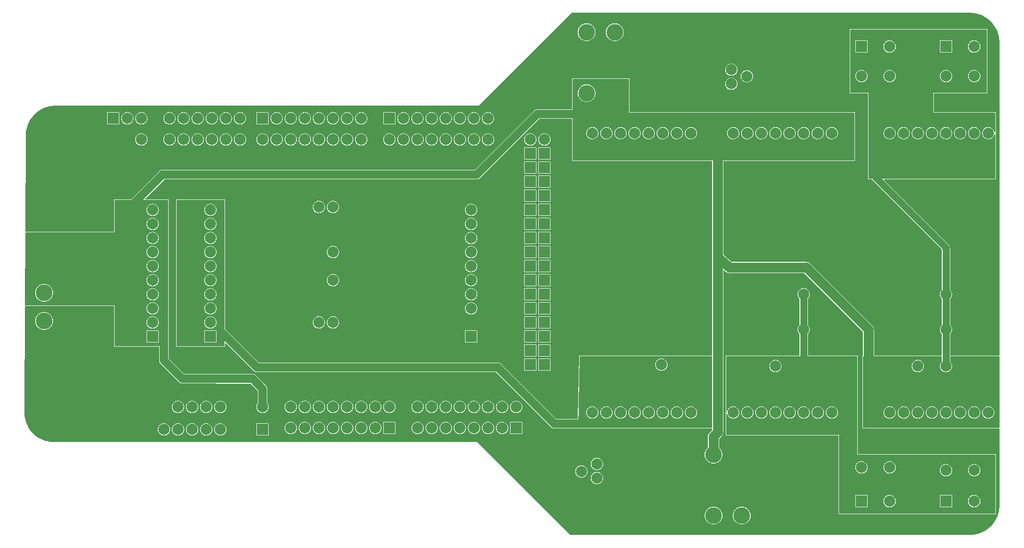
<source format=gbl>
G04 Layer: BottomLayer*
G04 EasyEDA v6.4.17, 2021-03-24T16:23:22--3:00*
G04 5452c1f5e71c41299ba0e0f227da57fd,59636247558045d2802cba280e4ac9d9,10*
G04 Gerber Generator version 0.2*
G04 Scale: 100 percent, Rotated: No, Reflected: No *
G04 Dimensions in millimeters *
G04 leading zeros omitted , absolute positions ,4 integer and 5 decimal *
%FSLAX45Y45*%
%MOMM*%

%ADD12C,1.5240*%
%ADD13C,2.0000*%
%ADD14R,2.0000X2.0000*%
%ADD15C,3.0000*%
%ADD17R,2.4000X2.4000*%
%ADD18C,2.4000*%
%ADD19C,1.7780*%
%ADD20C,1.2700*%

%LPD*%
G36*
X9738360Y-508000D02*
G01*
X9734448Y-507238D01*
X9731197Y-505002D01*
X9728962Y-501751D01*
X9728200Y-497840D01*
X9728200Y345440D01*
X9728962Y349351D01*
X9731197Y352602D01*
X9734448Y354838D01*
X9738360Y355600D01*
X9734448Y356362D01*
X9731197Y358597D01*
X9728962Y361848D01*
X9728200Y365760D01*
X9728200Y955040D01*
X9728962Y958951D01*
X9731197Y962202D01*
X9734448Y964437D01*
X9738360Y965200D01*
X10734040Y965200D01*
X10737951Y964437D01*
X10741202Y962202D01*
X10743438Y958951D01*
X10744200Y955040D01*
X10744200Y365760D01*
X10743438Y361848D01*
X10741202Y358597D01*
X10737951Y356362D01*
X10734040Y355600D01*
X14798040Y355600D01*
X14801951Y354838D01*
X14805202Y352602D01*
X14807438Y349351D01*
X14808200Y345440D01*
X14808200Y-497840D01*
X14807438Y-501751D01*
X14805202Y-505002D01*
X14801951Y-507238D01*
X14798040Y-508000D01*
G37*

%LPC*%
G36*
X11858244Y-122885D02*
G01*
X11872366Y-122428D01*
X11886336Y-120192D01*
X11899849Y-116179D01*
X11912803Y-110439D01*
X11924893Y-103124D01*
X11935917Y-94284D01*
X11945721Y-84175D01*
X11954205Y-72847D01*
X11961114Y-60553D01*
X11966448Y-47447D01*
X11970004Y-33782D01*
X11971832Y-19761D01*
X11971832Y-5638D01*
X11970004Y8382D01*
X11966448Y22047D01*
X11961114Y35153D01*
X11954205Y47447D01*
X11945721Y58775D01*
X11935917Y68884D01*
X11924893Y77724D01*
X11912803Y85039D01*
X11899849Y90779D01*
X11886336Y94792D01*
X11872366Y97028D01*
X11858244Y97485D01*
X11844223Y96113D01*
X11830456Y92964D01*
X11817197Y88087D01*
X11804650Y81584D01*
X11793067Y73507D01*
X11782602Y64008D01*
X11773458Y53238D01*
X11765737Y41402D01*
X11759641Y28651D01*
X11755170Y15240D01*
X11752478Y1422D01*
X11751564Y-12700D01*
X11752478Y-26822D01*
X11755170Y-40640D01*
X11759641Y-54051D01*
X11765737Y-66802D01*
X11773458Y-78638D01*
X11782602Y-89408D01*
X11793067Y-98907D01*
X11804650Y-106984D01*
X11817197Y-113487D01*
X11830456Y-118364D01*
X11844223Y-121513D01*
G37*
G36*
X12620193Y-122885D02*
G01*
X12634315Y-122428D01*
X12648234Y-120192D01*
X12661798Y-116179D01*
X12674701Y-110439D01*
X12686792Y-103124D01*
X12697815Y-94284D01*
X12707670Y-84175D01*
X12716103Y-72847D01*
X12723012Y-60553D01*
X12728346Y-47447D01*
X12731902Y-33782D01*
X12733731Y-19761D01*
X12733731Y-5638D01*
X12731902Y8382D01*
X12728346Y22047D01*
X12723012Y35153D01*
X12716103Y47447D01*
X12707670Y58775D01*
X12697815Y68884D01*
X12686792Y77724D01*
X12674701Y85039D01*
X12661798Y90779D01*
X12648234Y94792D01*
X12634315Y97028D01*
X12620193Y97485D01*
X12606121Y96113D01*
X12592354Y92964D01*
X12579096Y88087D01*
X12566548Y81584D01*
X12554966Y73507D01*
X12544501Y64008D01*
X12535357Y53238D01*
X12527635Y41402D01*
X12521539Y28651D01*
X12517069Y15240D01*
X12514376Y1422D01*
X12513462Y-12700D01*
X12514376Y-26822D01*
X12517069Y-40640D01*
X12521539Y-54051D01*
X12527635Y-66802D01*
X12535357Y-78638D01*
X12544501Y-89408D01*
X12554966Y-98907D01*
X12566548Y-106984D01*
X12579096Y-113487D01*
X12592354Y-118364D01*
X12606121Y-121513D01*
G37*
G36*
X11604244Y-122885D02*
G01*
X11618366Y-122428D01*
X11632336Y-120192D01*
X11645849Y-116179D01*
X11658803Y-110439D01*
X11670893Y-103124D01*
X11681917Y-94284D01*
X11691721Y-84175D01*
X11700205Y-72847D01*
X11707114Y-60553D01*
X11712448Y-47447D01*
X11716004Y-33782D01*
X11717832Y-19761D01*
X11717832Y-5638D01*
X11716004Y8382D01*
X11712448Y22047D01*
X11707114Y35153D01*
X11700205Y47447D01*
X11691721Y58775D01*
X11681917Y68884D01*
X11670893Y77724D01*
X11658803Y85039D01*
X11645849Y90779D01*
X11632336Y94792D01*
X11618366Y97028D01*
X11604244Y97485D01*
X11590223Y96113D01*
X11576456Y92964D01*
X11563197Y88087D01*
X11550650Y81584D01*
X11539067Y73507D01*
X11528602Y64008D01*
X11519458Y53238D01*
X11511737Y41402D01*
X11505641Y28651D01*
X11501170Y15240D01*
X11498478Y1422D01*
X11497564Y-12700D01*
X11498478Y-26822D01*
X11501170Y-40640D01*
X11505641Y-54051D01*
X11511737Y-66802D01*
X11519458Y-78638D01*
X11528602Y-89408D01*
X11539067Y-98907D01*
X11550650Y-106984D01*
X11563197Y-113487D01*
X11576456Y-118364D01*
X11590223Y-121513D01*
G37*
G36*
X12874193Y-122885D02*
G01*
X12888315Y-122428D01*
X12902234Y-120192D01*
X12915798Y-116179D01*
X12928701Y-110439D01*
X12940792Y-103124D01*
X12951815Y-94284D01*
X12961670Y-84175D01*
X12970103Y-72847D01*
X12977012Y-60553D01*
X12982346Y-47447D01*
X12985902Y-33782D01*
X12987731Y-19761D01*
X12987731Y-5638D01*
X12985902Y8382D01*
X12982346Y22047D01*
X12977012Y35153D01*
X12970103Y47447D01*
X12961670Y58775D01*
X12951815Y68884D01*
X12940792Y77724D01*
X12928701Y85039D01*
X12915798Y90779D01*
X12902234Y94792D01*
X12888315Y97028D01*
X12874193Y97485D01*
X12860121Y96113D01*
X12846354Y92964D01*
X12833096Y88087D01*
X12820548Y81584D01*
X12808966Y73507D01*
X12798501Y64008D01*
X12789357Y53238D01*
X12781635Y41402D01*
X12775539Y28651D01*
X12771069Y15240D01*
X12768376Y1422D01*
X12767462Y-12700D01*
X12768376Y-26822D01*
X12771069Y-40640D01*
X12775539Y-54051D01*
X12781635Y-66802D01*
X12789357Y-78638D01*
X12798501Y-89408D01*
X12808966Y-98907D01*
X12820548Y-106984D01*
X12833096Y-113487D01*
X12846354Y-118364D01*
X12860121Y-121513D01*
G37*
G36*
X11350244Y-122885D02*
G01*
X11364366Y-122428D01*
X11378336Y-120192D01*
X11391849Y-116179D01*
X11404803Y-110439D01*
X11416893Y-103124D01*
X11427917Y-94284D01*
X11437721Y-84175D01*
X11446205Y-72847D01*
X11453114Y-60553D01*
X11458448Y-47447D01*
X11462004Y-33782D01*
X11463832Y-19761D01*
X11463832Y-5638D01*
X11462004Y8382D01*
X11458448Y22047D01*
X11453114Y35153D01*
X11446205Y47447D01*
X11437721Y58775D01*
X11427917Y68884D01*
X11416893Y77724D01*
X11404803Y85039D01*
X11391849Y90779D01*
X11378336Y94792D01*
X11364366Y97028D01*
X11350244Y97485D01*
X11336223Y96113D01*
X11322456Y92964D01*
X11309197Y88087D01*
X11296650Y81584D01*
X11285067Y73507D01*
X11274602Y64008D01*
X11265458Y53238D01*
X11257737Y41402D01*
X11251641Y28651D01*
X11247170Y15240D01*
X11244478Y1422D01*
X11243564Y-12700D01*
X11244478Y-26822D01*
X11247170Y-40640D01*
X11251641Y-54051D01*
X11257737Y-66802D01*
X11265458Y-78638D01*
X11274602Y-89408D01*
X11285067Y-98907D01*
X11296650Y-106984D01*
X11309197Y-113487D01*
X11322456Y-118364D01*
X11336223Y-121513D01*
G37*
G36*
X13128193Y-122885D02*
G01*
X13142315Y-122428D01*
X13156234Y-120192D01*
X13169798Y-116179D01*
X13182701Y-110439D01*
X13194792Y-103124D01*
X13205815Y-94284D01*
X13215670Y-84175D01*
X13224103Y-72847D01*
X13231012Y-60553D01*
X13236346Y-47447D01*
X13239902Y-33782D01*
X13241731Y-19761D01*
X13241731Y-5638D01*
X13239902Y8382D01*
X13236346Y22047D01*
X13231012Y35153D01*
X13224103Y47447D01*
X13215670Y58775D01*
X13205815Y68884D01*
X13194792Y77724D01*
X13182701Y85039D01*
X13169798Y90779D01*
X13156234Y94792D01*
X13142315Y97028D01*
X13128193Y97485D01*
X13114121Y96113D01*
X13100354Y92964D01*
X13087096Y88087D01*
X13074548Y81584D01*
X13062965Y73507D01*
X13052501Y64008D01*
X13043357Y53238D01*
X13035635Y41402D01*
X13029539Y28651D01*
X13025069Y15240D01*
X13022376Y1422D01*
X13021462Y-12700D01*
X13022376Y-26822D01*
X13025069Y-40640D01*
X13029539Y-54051D01*
X13035635Y-66802D01*
X13043357Y-78638D01*
X13052501Y-89408D01*
X13062965Y-98907D01*
X13074548Y-106984D01*
X13087096Y-113487D01*
X13100354Y-118364D01*
X13114121Y-121513D01*
G37*
G36*
X11096244Y-122885D02*
G01*
X11110366Y-122428D01*
X11124336Y-120192D01*
X11137849Y-116179D01*
X11150803Y-110439D01*
X11162893Y-103124D01*
X11173917Y-94284D01*
X11183721Y-84175D01*
X11192205Y-72847D01*
X11199114Y-60553D01*
X11204448Y-47447D01*
X11208004Y-33782D01*
X11209832Y-19761D01*
X11209832Y-5638D01*
X11208004Y8382D01*
X11204448Y22047D01*
X11199114Y35153D01*
X11192205Y47447D01*
X11183721Y58775D01*
X11173917Y68884D01*
X11162893Y77724D01*
X11150803Y85039D01*
X11137849Y90779D01*
X11124336Y94792D01*
X11110366Y97028D01*
X11096244Y97485D01*
X11082223Y96113D01*
X11068456Y92964D01*
X11055197Y88087D01*
X11042650Y81584D01*
X11031067Y73507D01*
X11020602Y64008D01*
X11011458Y53238D01*
X11003737Y41402D01*
X10997641Y28651D01*
X10993170Y15240D01*
X10990478Y1422D01*
X10989564Y-12700D01*
X10990478Y-26822D01*
X10993170Y-40640D01*
X10997641Y-54051D01*
X11003737Y-66802D01*
X11011458Y-78638D01*
X11020602Y-89408D01*
X11031067Y-98907D01*
X11042650Y-106984D01*
X11055197Y-113487D01*
X11068456Y-118364D01*
X11082223Y-121513D01*
G37*
G36*
X13382193Y-122885D02*
G01*
X13396315Y-122428D01*
X13410234Y-120192D01*
X13423798Y-116179D01*
X13436701Y-110439D01*
X13448792Y-103124D01*
X13459815Y-94284D01*
X13469670Y-84175D01*
X13478103Y-72847D01*
X13485012Y-60553D01*
X13490346Y-47447D01*
X13493902Y-33782D01*
X13495731Y-19761D01*
X13495731Y-5638D01*
X13493902Y8382D01*
X13490346Y22047D01*
X13485012Y35153D01*
X13478103Y47447D01*
X13469670Y58775D01*
X13459815Y68884D01*
X13448792Y77724D01*
X13436701Y85039D01*
X13423798Y90779D01*
X13410234Y94792D01*
X13396315Y97028D01*
X13382193Y97485D01*
X13368121Y96113D01*
X13354354Y92964D01*
X13341096Y88087D01*
X13328548Y81584D01*
X13316966Y73507D01*
X13306501Y64008D01*
X13297357Y53238D01*
X13289635Y41402D01*
X13283539Y28651D01*
X13279069Y15240D01*
X13276376Y1422D01*
X13275462Y-12700D01*
X13276376Y-26822D01*
X13279069Y-40640D01*
X13283539Y-54051D01*
X13289635Y-66802D01*
X13297357Y-78638D01*
X13306501Y-89408D01*
X13316966Y-98907D01*
X13328548Y-106984D01*
X13341096Y-113487D01*
X13354354Y-118364D01*
X13368121Y-121513D01*
G37*
G36*
X10842244Y-122885D02*
G01*
X10856366Y-122428D01*
X10870336Y-120192D01*
X10883849Y-116179D01*
X10896803Y-110439D01*
X10908893Y-103124D01*
X10919917Y-94284D01*
X10929721Y-84175D01*
X10938205Y-72847D01*
X10945114Y-60553D01*
X10950448Y-47447D01*
X10954004Y-33782D01*
X10955832Y-19761D01*
X10955832Y-5638D01*
X10954004Y8382D01*
X10950448Y22047D01*
X10945114Y35153D01*
X10938205Y47447D01*
X10929721Y58775D01*
X10919917Y68884D01*
X10908893Y77724D01*
X10896803Y85039D01*
X10883849Y90779D01*
X10870336Y94792D01*
X10856366Y97028D01*
X10842244Y97485D01*
X10828223Y96113D01*
X10814456Y92964D01*
X10801197Y88087D01*
X10788650Y81584D01*
X10777067Y73507D01*
X10766602Y64008D01*
X10757458Y53238D01*
X10749737Y41402D01*
X10743641Y28651D01*
X10739170Y15240D01*
X10736478Y1422D01*
X10735564Y-12700D01*
X10736478Y-26822D01*
X10739170Y-40640D01*
X10743641Y-54051D01*
X10749737Y-66802D01*
X10757458Y-78638D01*
X10766602Y-89408D01*
X10777067Y-98907D01*
X10788650Y-106984D01*
X10801197Y-113487D01*
X10814456Y-118364D01*
X10828223Y-121513D01*
G37*
G36*
X13636193Y-122885D02*
G01*
X13650315Y-122428D01*
X13664234Y-120192D01*
X13677798Y-116179D01*
X13690701Y-110439D01*
X13702792Y-103124D01*
X13713815Y-94284D01*
X13723670Y-84175D01*
X13732103Y-72847D01*
X13739012Y-60553D01*
X13744346Y-47447D01*
X13747902Y-33782D01*
X13749731Y-19761D01*
X13749731Y-5638D01*
X13747902Y8382D01*
X13744346Y22047D01*
X13739012Y35153D01*
X13732103Y47447D01*
X13723670Y58775D01*
X13713815Y68884D01*
X13702792Y77724D01*
X13690701Y85039D01*
X13677798Y90779D01*
X13664234Y94792D01*
X13650315Y97028D01*
X13636193Y97485D01*
X13622121Y96113D01*
X13608354Y92964D01*
X13595096Y88087D01*
X13582548Y81584D01*
X13570966Y73507D01*
X13560501Y64008D01*
X13551357Y53238D01*
X13543635Y41402D01*
X13537539Y28651D01*
X13533069Y15240D01*
X13530376Y1422D01*
X13529462Y-12700D01*
X13530376Y-26822D01*
X13533069Y-40640D01*
X13537539Y-54051D01*
X13543635Y-66802D01*
X13551357Y-78638D01*
X13560501Y-89408D01*
X13570966Y-98907D01*
X13582548Y-106984D01*
X13595096Y-113487D01*
X13608354Y-118364D01*
X13622121Y-121513D01*
G37*
G36*
X10588244Y-122885D02*
G01*
X10602366Y-122428D01*
X10616336Y-120192D01*
X10629849Y-116179D01*
X10642803Y-110439D01*
X10654893Y-103124D01*
X10665917Y-94284D01*
X10675721Y-84175D01*
X10684205Y-72847D01*
X10691114Y-60553D01*
X10696448Y-47447D01*
X10700004Y-33782D01*
X10701832Y-19761D01*
X10701832Y-5638D01*
X10700004Y8382D01*
X10696448Y22047D01*
X10691114Y35153D01*
X10684205Y47447D01*
X10675721Y58775D01*
X10665917Y68884D01*
X10654893Y77724D01*
X10642803Y85039D01*
X10629849Y90779D01*
X10616336Y94792D01*
X10602366Y97028D01*
X10588244Y97485D01*
X10574223Y96113D01*
X10560456Y92964D01*
X10547197Y88087D01*
X10534650Y81584D01*
X10523067Y73507D01*
X10512602Y64008D01*
X10503458Y53238D01*
X10495737Y41402D01*
X10489641Y28651D01*
X10485170Y15240D01*
X10482478Y1422D01*
X10481564Y-12700D01*
X10482478Y-26822D01*
X10485170Y-40640D01*
X10489641Y-54051D01*
X10495737Y-66802D01*
X10503458Y-78638D01*
X10512602Y-89408D01*
X10523067Y-98907D01*
X10534650Y-106984D01*
X10547197Y-113487D01*
X10560456Y-118364D01*
X10574223Y-121513D01*
G37*
G36*
X13890193Y-122885D02*
G01*
X13904315Y-122428D01*
X13918234Y-120192D01*
X13931798Y-116179D01*
X13944701Y-110439D01*
X13956792Y-103124D01*
X13967815Y-94284D01*
X13977670Y-84175D01*
X13986103Y-72847D01*
X13993012Y-60553D01*
X13998346Y-47447D01*
X14001902Y-33782D01*
X14003731Y-19761D01*
X14003731Y-5638D01*
X14001902Y8382D01*
X13998346Y22047D01*
X13993012Y35153D01*
X13986103Y47447D01*
X13977670Y58775D01*
X13967815Y68884D01*
X13956792Y77724D01*
X13944701Y85039D01*
X13931798Y90779D01*
X13918234Y94792D01*
X13904315Y97028D01*
X13890193Y97485D01*
X13876121Y96113D01*
X13862354Y92964D01*
X13849096Y88087D01*
X13836548Y81584D01*
X13824966Y73507D01*
X13814501Y64008D01*
X13805357Y53238D01*
X13797635Y41402D01*
X13791539Y28651D01*
X13787069Y15240D01*
X13784376Y1422D01*
X13783462Y-12700D01*
X13784376Y-26822D01*
X13787069Y-40640D01*
X13791539Y-54051D01*
X13797635Y-66802D01*
X13805357Y-78638D01*
X13814501Y-89408D01*
X13824966Y-98907D01*
X13836548Y-106984D01*
X13849096Y-113487D01*
X13862354Y-118364D01*
X13876121Y-121513D01*
G37*
G36*
X10334244Y-122885D02*
G01*
X10348366Y-122428D01*
X10362336Y-120192D01*
X10375849Y-116179D01*
X10388803Y-110439D01*
X10400893Y-103124D01*
X10411917Y-94284D01*
X10421721Y-84175D01*
X10430205Y-72847D01*
X10437114Y-60553D01*
X10442448Y-47447D01*
X10446004Y-33782D01*
X10447832Y-19761D01*
X10447832Y-5638D01*
X10446004Y8382D01*
X10442448Y22047D01*
X10437114Y35153D01*
X10430205Y47447D01*
X10421721Y58775D01*
X10411917Y68884D01*
X10400893Y77724D01*
X10388803Y85039D01*
X10375849Y90779D01*
X10362336Y94792D01*
X10348366Y97028D01*
X10334244Y97485D01*
X10320223Y96113D01*
X10306456Y92964D01*
X10293197Y88087D01*
X10280650Y81584D01*
X10269067Y73507D01*
X10258602Y64008D01*
X10249458Y53238D01*
X10241737Y41402D01*
X10235641Y28651D01*
X10231170Y15240D01*
X10228478Y1422D01*
X10227564Y-12700D01*
X10228478Y-26822D01*
X10231170Y-40640D01*
X10235641Y-54051D01*
X10241737Y-66802D01*
X10249458Y-78638D01*
X10258602Y-89408D01*
X10269067Y-98907D01*
X10280650Y-106984D01*
X10293197Y-113487D01*
X10306456Y-118364D01*
X10320223Y-121513D01*
G37*
G36*
X14144193Y-122885D02*
G01*
X14158315Y-122428D01*
X14172234Y-120192D01*
X14185798Y-116179D01*
X14198701Y-110439D01*
X14210792Y-103124D01*
X14221815Y-94284D01*
X14231670Y-84175D01*
X14240103Y-72847D01*
X14247012Y-60553D01*
X14252346Y-47447D01*
X14255902Y-33782D01*
X14257731Y-19761D01*
X14257731Y-5638D01*
X14255902Y8382D01*
X14252346Y22047D01*
X14247012Y35153D01*
X14240103Y47447D01*
X14231670Y58775D01*
X14221815Y68884D01*
X14210792Y77724D01*
X14198701Y85039D01*
X14185798Y90779D01*
X14172234Y94792D01*
X14158315Y97028D01*
X14144193Y97485D01*
X14130121Y96113D01*
X14116354Y92964D01*
X14103096Y88087D01*
X14090548Y81584D01*
X14078966Y73507D01*
X14068501Y64008D01*
X14059357Y53238D01*
X14051635Y41402D01*
X14045539Y28651D01*
X14041069Y15240D01*
X14038376Y1422D01*
X14037462Y-12700D01*
X14038376Y-26822D01*
X14041069Y-40640D01*
X14045539Y-54051D01*
X14051635Y-66802D01*
X14059357Y-78638D01*
X14068501Y-89408D01*
X14078966Y-98907D01*
X14090548Y-106984D01*
X14103096Y-113487D01*
X14116354Y-118364D01*
X14130121Y-121513D01*
G37*
G36*
X10080244Y-122885D02*
G01*
X10094366Y-122428D01*
X10108336Y-120192D01*
X10121849Y-116179D01*
X10134803Y-110439D01*
X10146893Y-103124D01*
X10157917Y-94284D01*
X10167721Y-84175D01*
X10176205Y-72847D01*
X10183114Y-60553D01*
X10188448Y-47447D01*
X10192004Y-33782D01*
X10193832Y-19761D01*
X10193832Y-5638D01*
X10192004Y8382D01*
X10188448Y22047D01*
X10183114Y35153D01*
X10176205Y47447D01*
X10167721Y58775D01*
X10157917Y68884D01*
X10146893Y77724D01*
X10134803Y85039D01*
X10121849Y90779D01*
X10108336Y94792D01*
X10094366Y97028D01*
X10080244Y97485D01*
X10066223Y96113D01*
X10052456Y92964D01*
X10039197Y88087D01*
X10026650Y81584D01*
X10015067Y73507D01*
X10004602Y64008D01*
X9995458Y53238D01*
X9987737Y41402D01*
X9981641Y28651D01*
X9977170Y15240D01*
X9974478Y1422D01*
X9973564Y-12700D01*
X9974478Y-26822D01*
X9977170Y-40640D01*
X9981641Y-54051D01*
X9987737Y-66802D01*
X9995458Y-78638D01*
X10004602Y-89408D01*
X10015067Y-98907D01*
X10026650Y-106984D01*
X10039197Y-113487D01*
X10052456Y-118364D01*
X10066223Y-121513D01*
G37*
G36*
X14398193Y-122885D02*
G01*
X14412315Y-122428D01*
X14426234Y-120192D01*
X14439798Y-116179D01*
X14452701Y-110439D01*
X14464792Y-103124D01*
X14475815Y-94284D01*
X14485670Y-84175D01*
X14494103Y-72847D01*
X14501012Y-60553D01*
X14506346Y-47447D01*
X14509902Y-33782D01*
X14511731Y-19761D01*
X14511731Y-5638D01*
X14509902Y8382D01*
X14506346Y22047D01*
X14501012Y35153D01*
X14494103Y47447D01*
X14485670Y58775D01*
X14475815Y68884D01*
X14464792Y77724D01*
X14452701Y85039D01*
X14439798Y90779D01*
X14426234Y94792D01*
X14412315Y97028D01*
X14398193Y97485D01*
X14384121Y96113D01*
X14370354Y92964D01*
X14357096Y88087D01*
X14344548Y81584D01*
X14332966Y73507D01*
X14322501Y64008D01*
X14313357Y53238D01*
X14305635Y41402D01*
X14299539Y28651D01*
X14295069Y15240D01*
X14292376Y1422D01*
X14291462Y-12700D01*
X14292376Y-26822D01*
X14295069Y-40640D01*
X14299539Y-54051D01*
X14305635Y-66802D01*
X14313357Y-78638D01*
X14322501Y-89408D01*
X14332966Y-98907D01*
X14344548Y-106984D01*
X14357096Y-113487D01*
X14370354Y-118364D01*
X14384121Y-121513D01*
G37*
G36*
X9973513Y548182D02*
G01*
X9990886Y548182D01*
X10008108Y550062D01*
X10025075Y553770D01*
X10041534Y559358D01*
X10057282Y566623D01*
X10072116Y575564D01*
X10085933Y586079D01*
X10098532Y598017D01*
X10109758Y611225D01*
X10119512Y625602D01*
X10127640Y640892D01*
X10134041Y657047D01*
X10138714Y673760D01*
X10141508Y690880D01*
X10142423Y708202D01*
X10141508Y725525D01*
X10138714Y742645D01*
X10134041Y759358D01*
X10127640Y775462D01*
X10119512Y790803D01*
X10109758Y805180D01*
X10098532Y818388D01*
X10085933Y830326D01*
X10072116Y840841D01*
X10057282Y849782D01*
X10041534Y857046D01*
X10025075Y862584D01*
X10008108Y866343D01*
X9990886Y868222D01*
X9973513Y868222D01*
X9956292Y866343D01*
X9939324Y862584D01*
X9922865Y857046D01*
X9907117Y849782D01*
X9892284Y840841D01*
X9878466Y830326D01*
X9865868Y818388D01*
X9854641Y805180D01*
X9844887Y790803D01*
X9836759Y775462D01*
X9830358Y759358D01*
X9825685Y742645D01*
X9822891Y725525D01*
X9821926Y708202D01*
X9822891Y690880D01*
X9825685Y673760D01*
X9830358Y657047D01*
X9836759Y640892D01*
X9844887Y625602D01*
X9854641Y611225D01*
X9865868Y598017D01*
X9878466Y586079D01*
X9892284Y575564D01*
X9907117Y566623D01*
X9922865Y559358D01*
X9939324Y553770D01*
X9956292Y550062D01*
G37*

%LPD*%
G36*
X15072360Y-838200D02*
G01*
X15068448Y-837437D01*
X15065197Y-835202D01*
X15062962Y-831951D01*
X15062200Y-828040D01*
X15062200Y710184D01*
X15061184Y711200D01*
X14742160Y711200D01*
X14738248Y711962D01*
X14734997Y714197D01*
X14732762Y717448D01*
X14732000Y721360D01*
X14732000Y1844039D01*
X14732762Y1847951D01*
X14734997Y1851202D01*
X14738248Y1853438D01*
X14742160Y1854200D01*
X17185640Y1854200D01*
X17189551Y1853438D01*
X17192802Y1851202D01*
X17195038Y1847951D01*
X17195800Y1844039D01*
X17195800Y721360D01*
X17195038Y717448D01*
X17192802Y714197D01*
X17189551Y711962D01*
X17185640Y711200D01*
X16231616Y711200D01*
X16230600Y710184D01*
X16230600Y356616D01*
X16231616Y355600D01*
X17338040Y355600D01*
X17341951Y354838D01*
X17345202Y352602D01*
X17347438Y349351D01*
X17348200Y345440D01*
X17348200Y15544D01*
X17347336Y11379D01*
X17344796Y7975D01*
X17341088Y5892D01*
X17336871Y5486D01*
X17332858Y6807D01*
X17329708Y9702D01*
X17328083Y13614D01*
X17327727Y15240D01*
X17323308Y28651D01*
X17317161Y41402D01*
X17309439Y53238D01*
X17300295Y64008D01*
X17289830Y73507D01*
X17278248Y81584D01*
X17265751Y88087D01*
X17252492Y92964D01*
X17238726Y96113D01*
X17224654Y97485D01*
X17210532Y97028D01*
X17196562Y94792D01*
X17183049Y90779D01*
X17170146Y85039D01*
X17158055Y77724D01*
X17146981Y68884D01*
X17137176Y58775D01*
X17128744Y47447D01*
X17121784Y35153D01*
X17116501Y22047D01*
X17112894Y8382D01*
X17111116Y-5638D01*
X17111116Y-19761D01*
X17112894Y-33782D01*
X17116501Y-47447D01*
X17121784Y-60553D01*
X17128744Y-72847D01*
X17137176Y-84175D01*
X17146981Y-94284D01*
X17158055Y-103124D01*
X17170146Y-110439D01*
X17183049Y-116179D01*
X17196562Y-120192D01*
X17210532Y-122428D01*
X17224654Y-122885D01*
X17238726Y-121513D01*
X17252492Y-118364D01*
X17265751Y-113487D01*
X17278248Y-106984D01*
X17289830Y-98907D01*
X17300295Y-89408D01*
X17309439Y-78638D01*
X17317161Y-66802D01*
X17323308Y-54051D01*
X17327727Y-40640D01*
X17328083Y-39014D01*
X17329708Y-35102D01*
X17332858Y-32207D01*
X17336871Y-30886D01*
X17341088Y-31292D01*
X17344796Y-33375D01*
X17347336Y-36779D01*
X17348200Y-40944D01*
X17348200Y-828040D01*
X17347438Y-831951D01*
X17345202Y-835202D01*
X17341951Y-837437D01*
X17338040Y-838200D01*
G37*

%LPC*%
G36*
X16208654Y-122885D02*
G01*
X16222726Y-121513D01*
X16236492Y-118364D01*
X16249751Y-113487D01*
X16262248Y-106984D01*
X16273830Y-98907D01*
X16284295Y-89408D01*
X16293439Y-78638D01*
X16301161Y-66802D01*
X16307307Y-54051D01*
X16311727Y-40640D01*
X16314470Y-26822D01*
X16315334Y-12700D01*
X16314470Y1422D01*
X16311727Y15240D01*
X16307307Y28651D01*
X16301161Y41402D01*
X16293439Y53238D01*
X16284295Y64008D01*
X16273830Y73507D01*
X16262248Y81584D01*
X16249751Y88087D01*
X16236492Y92964D01*
X16222726Y96113D01*
X16208654Y97485D01*
X16194532Y97028D01*
X16180562Y94792D01*
X16167049Y90779D01*
X16154146Y85039D01*
X16142055Y77724D01*
X16130981Y68884D01*
X16121176Y58775D01*
X16112744Y47447D01*
X16105784Y35153D01*
X16100501Y22047D01*
X16096894Y8382D01*
X16095116Y-5638D01*
X16095116Y-19761D01*
X16096894Y-33782D01*
X16100501Y-47447D01*
X16105784Y-60553D01*
X16112744Y-72847D01*
X16121176Y-84175D01*
X16130981Y-94284D01*
X16142055Y-103124D01*
X16154146Y-110439D01*
X16167049Y-116179D01*
X16180562Y-120192D01*
X16194532Y-122428D01*
G37*
G36*
X15954654Y-122885D02*
G01*
X15968726Y-121513D01*
X15982492Y-118364D01*
X15995751Y-113487D01*
X16008248Y-106984D01*
X16019830Y-98907D01*
X16030295Y-89408D01*
X16039439Y-78638D01*
X16047161Y-66802D01*
X16053307Y-54051D01*
X16057727Y-40640D01*
X16060470Y-26822D01*
X16061334Y-12700D01*
X16060470Y1422D01*
X16057727Y15240D01*
X16053307Y28651D01*
X16047161Y41402D01*
X16039439Y53238D01*
X16030295Y64008D01*
X16019830Y73507D01*
X16008248Y81584D01*
X15995751Y88087D01*
X15982492Y92964D01*
X15968726Y96113D01*
X15954654Y97485D01*
X15940532Y97028D01*
X15926562Y94792D01*
X15913049Y90779D01*
X15900146Y85039D01*
X15888055Y77724D01*
X15876981Y68884D01*
X15867176Y58775D01*
X15858744Y47447D01*
X15851784Y35153D01*
X15846501Y22047D01*
X15842894Y8382D01*
X15841116Y-5638D01*
X15841116Y-19761D01*
X15842894Y-33782D01*
X15846501Y-47447D01*
X15851784Y-60553D01*
X15858744Y-72847D01*
X15867176Y-84175D01*
X15876981Y-94284D01*
X15888055Y-103124D01*
X15900146Y-110439D01*
X15913049Y-116179D01*
X15926562Y-120192D01*
X15940532Y-122428D01*
G37*
G36*
X16462654Y-122885D02*
G01*
X16476726Y-121513D01*
X16490492Y-118364D01*
X16503751Y-113487D01*
X16516248Y-106984D01*
X16527830Y-98907D01*
X16538295Y-89408D01*
X16547439Y-78638D01*
X16555161Y-66802D01*
X16561307Y-54051D01*
X16565727Y-40640D01*
X16568470Y-26822D01*
X16569334Y-12700D01*
X16568470Y1422D01*
X16565727Y15240D01*
X16561307Y28651D01*
X16555161Y41402D01*
X16547439Y53238D01*
X16538295Y64008D01*
X16527830Y73507D01*
X16516248Y81584D01*
X16503751Y88087D01*
X16490492Y92964D01*
X16476726Y96113D01*
X16462654Y97485D01*
X16448532Y97028D01*
X16434562Y94792D01*
X16421049Y90779D01*
X16408146Y85039D01*
X16396055Y77724D01*
X16384981Y68884D01*
X16375176Y58775D01*
X16366744Y47447D01*
X16359784Y35153D01*
X16354501Y22047D01*
X16350894Y8382D01*
X16349116Y-5638D01*
X16349116Y-19761D01*
X16350894Y-33782D01*
X16354501Y-47447D01*
X16359784Y-60553D01*
X16366744Y-72847D01*
X16375176Y-84175D01*
X16384981Y-94284D01*
X16396055Y-103124D01*
X16408146Y-110439D01*
X16421049Y-116179D01*
X16434562Y-120192D01*
X16448532Y-122428D01*
G37*
G36*
X16970654Y-122885D02*
G01*
X16984726Y-121513D01*
X16998492Y-118364D01*
X17011751Y-113487D01*
X17024248Y-106984D01*
X17035830Y-98907D01*
X17046295Y-89408D01*
X17055439Y-78638D01*
X17063161Y-66802D01*
X17069308Y-54051D01*
X17073727Y-40640D01*
X17076470Y-26822D01*
X17077334Y-12700D01*
X17076470Y1422D01*
X17073727Y15240D01*
X17069308Y28651D01*
X17063161Y41402D01*
X17055439Y53238D01*
X17046295Y64008D01*
X17035830Y73507D01*
X17024248Y81584D01*
X17011751Y88087D01*
X16998492Y92964D01*
X16984726Y96113D01*
X16970654Y97485D01*
X16956532Y97028D01*
X16942562Y94792D01*
X16929049Y90779D01*
X16916146Y85039D01*
X16904055Y77724D01*
X16892981Y68884D01*
X16883176Y58775D01*
X16874744Y47447D01*
X16867784Y35153D01*
X16862501Y22047D01*
X16858894Y8382D01*
X16857116Y-5638D01*
X16857116Y-19761D01*
X16858894Y-33782D01*
X16862501Y-47447D01*
X16867784Y-60553D01*
X16874744Y-72847D01*
X16883176Y-84175D01*
X16892981Y-94284D01*
X16904055Y-103124D01*
X16916146Y-110439D01*
X16929049Y-116179D01*
X16942562Y-120192D01*
X16956532Y-122428D01*
G37*
G36*
X15700654Y-122885D02*
G01*
X15714726Y-121513D01*
X15728492Y-118364D01*
X15741751Y-113487D01*
X15754248Y-106984D01*
X15765830Y-98907D01*
X15776295Y-89408D01*
X15785439Y-78638D01*
X15793161Y-66802D01*
X15799307Y-54051D01*
X15803727Y-40640D01*
X15806470Y-26822D01*
X15807334Y-12700D01*
X15806470Y1422D01*
X15803727Y15240D01*
X15799307Y28651D01*
X15793161Y41402D01*
X15785439Y53238D01*
X15776295Y64008D01*
X15765830Y73507D01*
X15754248Y81584D01*
X15741751Y88087D01*
X15728492Y92964D01*
X15714726Y96113D01*
X15700654Y97485D01*
X15686532Y97028D01*
X15672562Y94792D01*
X15659049Y90779D01*
X15646146Y85039D01*
X15634055Y77724D01*
X15622981Y68884D01*
X15613176Y58775D01*
X15604744Y47447D01*
X15597784Y35153D01*
X15592501Y22047D01*
X15588894Y8382D01*
X15587116Y-5638D01*
X15587116Y-19761D01*
X15588894Y-33782D01*
X15592501Y-47447D01*
X15597784Y-60553D01*
X15604744Y-72847D01*
X15613176Y-84175D01*
X15622981Y-94284D01*
X15634055Y-103124D01*
X15646146Y-110439D01*
X15659049Y-116179D01*
X15672562Y-120192D01*
X15686532Y-122428D01*
G37*
G36*
X16716654Y-122885D02*
G01*
X16730726Y-121513D01*
X16744492Y-118364D01*
X16757751Y-113487D01*
X16770248Y-106984D01*
X16781830Y-98907D01*
X16792295Y-89408D01*
X16801439Y-78638D01*
X16809161Y-66802D01*
X16815308Y-54051D01*
X16819727Y-40640D01*
X16822470Y-26822D01*
X16823334Y-12700D01*
X16822470Y1422D01*
X16819727Y15240D01*
X16815308Y28651D01*
X16809161Y41402D01*
X16801439Y53238D01*
X16792295Y64008D01*
X16781830Y73507D01*
X16770248Y81584D01*
X16757751Y88087D01*
X16744492Y92964D01*
X16730726Y96113D01*
X16716654Y97485D01*
X16702532Y97028D01*
X16688562Y94792D01*
X16675049Y90779D01*
X16662146Y85039D01*
X16650055Y77724D01*
X16638981Y68884D01*
X16629176Y58775D01*
X16620744Y47447D01*
X16613784Y35153D01*
X16608501Y22047D01*
X16604894Y8382D01*
X16603116Y-5638D01*
X16603116Y-19761D01*
X16604894Y-33782D01*
X16608501Y-47447D01*
X16613784Y-60553D01*
X16620744Y-72847D01*
X16629176Y-84175D01*
X16638981Y-94284D01*
X16650055Y-103124D01*
X16662146Y-110439D01*
X16675049Y-116179D01*
X16688562Y-120192D01*
X16702532Y-122428D01*
G37*
G36*
X15446654Y-122885D02*
G01*
X15460726Y-121513D01*
X15474492Y-118364D01*
X15487751Y-113487D01*
X15500248Y-106984D01*
X15511830Y-98907D01*
X15522295Y-89408D01*
X15531439Y-78638D01*
X15539161Y-66802D01*
X15545307Y-54051D01*
X15549727Y-40640D01*
X15552470Y-26822D01*
X15553334Y-12700D01*
X15552470Y1422D01*
X15549727Y15240D01*
X15545307Y28651D01*
X15539161Y41402D01*
X15531439Y53238D01*
X15522295Y64008D01*
X15511830Y73507D01*
X15500248Y81584D01*
X15487751Y88087D01*
X15474492Y92964D01*
X15460726Y96113D01*
X15446654Y97485D01*
X15432532Y97028D01*
X15418562Y94792D01*
X15405049Y90779D01*
X15392146Y85039D01*
X15380055Y77724D01*
X15368981Y68884D01*
X15359176Y58775D01*
X15350744Y47447D01*
X15343784Y35153D01*
X15338501Y22047D01*
X15334894Y8382D01*
X15333116Y-5638D01*
X15333116Y-19761D01*
X15334894Y-33782D01*
X15338501Y-47447D01*
X15343784Y-60553D01*
X15350744Y-72847D01*
X15359176Y-84175D01*
X15368981Y-94284D01*
X15380055Y-103124D01*
X15392146Y-110439D01*
X15405049Y-116179D01*
X15418562Y-120192D01*
X15432532Y-122428D01*
G37*
G36*
X16455644Y905814D02*
G01*
X16469766Y906271D01*
X16483736Y908507D01*
X16497249Y912520D01*
X16510203Y918260D01*
X16522293Y925576D01*
X16533317Y934415D01*
X16543121Y944524D01*
X16551605Y955852D01*
X16558513Y968146D01*
X16563848Y981252D01*
X16567404Y994918D01*
X16569232Y1008938D01*
X16569232Y1023061D01*
X16567404Y1037082D01*
X16563848Y1050747D01*
X16558513Y1063853D01*
X16551605Y1076147D01*
X16543121Y1087475D01*
X16533317Y1097584D01*
X16522293Y1106424D01*
X16510203Y1113739D01*
X16497249Y1119479D01*
X16483736Y1123492D01*
X16469766Y1125728D01*
X16455644Y1126185D01*
X16441623Y1124813D01*
X16427856Y1121664D01*
X16414597Y1116787D01*
X16402050Y1110284D01*
X16390467Y1102207D01*
X16380002Y1092708D01*
X16370858Y1081938D01*
X16363137Y1070102D01*
X16357041Y1057351D01*
X16352570Y1043940D01*
X16349878Y1030122D01*
X16348963Y1016000D01*
X16349878Y1001877D01*
X16352570Y988060D01*
X16357041Y974648D01*
X16363137Y961898D01*
X16370858Y950061D01*
X16380002Y939292D01*
X16390467Y929792D01*
X16402050Y921715D01*
X16414597Y915212D01*
X16427856Y910336D01*
X16441623Y907186D01*
G37*
G36*
X15439644Y905814D02*
G01*
X15453766Y906271D01*
X15467736Y908507D01*
X15481249Y912520D01*
X15494203Y918260D01*
X15506293Y925576D01*
X15517317Y934415D01*
X15527121Y944524D01*
X15535605Y955852D01*
X15542513Y968146D01*
X15547848Y981252D01*
X15551404Y994918D01*
X15553232Y1008938D01*
X15553232Y1023061D01*
X15551404Y1037082D01*
X15547848Y1050747D01*
X15542513Y1063853D01*
X15535605Y1076147D01*
X15527121Y1087475D01*
X15517317Y1097584D01*
X15506293Y1106424D01*
X15494203Y1113739D01*
X15481249Y1119479D01*
X15467736Y1123492D01*
X15453766Y1125728D01*
X15439644Y1126185D01*
X15425623Y1124813D01*
X15411856Y1121664D01*
X15398597Y1116787D01*
X15386050Y1110284D01*
X15374467Y1102207D01*
X15364002Y1092708D01*
X15354858Y1081938D01*
X15347137Y1070102D01*
X15341041Y1057351D01*
X15336570Y1043940D01*
X15333878Y1030122D01*
X15332963Y1016000D01*
X15333878Y1001877D01*
X15336570Y988060D01*
X15341041Y974648D01*
X15347137Y961898D01*
X15354858Y950061D01*
X15364002Y939292D01*
X15374467Y929792D01*
X15386050Y921715D01*
X15398597Y915212D01*
X15411856Y910336D01*
X15425623Y907186D01*
G37*
G36*
X16963644Y905814D02*
G01*
X16977766Y906271D01*
X16991736Y908507D01*
X17005249Y912520D01*
X17018203Y918260D01*
X17030293Y925576D01*
X17041317Y934415D01*
X17051121Y944524D01*
X17059605Y955852D01*
X17066514Y968146D01*
X17071848Y981252D01*
X17075404Y994918D01*
X17077232Y1008938D01*
X17077232Y1023061D01*
X17075404Y1037082D01*
X17071848Y1050747D01*
X17066514Y1063853D01*
X17059605Y1076147D01*
X17051121Y1087475D01*
X17041317Y1097584D01*
X17030293Y1106424D01*
X17018203Y1113739D01*
X17005249Y1119479D01*
X16991736Y1123492D01*
X16977766Y1125728D01*
X16963644Y1126185D01*
X16949623Y1124813D01*
X16935856Y1121664D01*
X16922597Y1116787D01*
X16910050Y1110284D01*
X16898467Y1102207D01*
X16888002Y1092708D01*
X16878858Y1081938D01*
X16871137Y1070102D01*
X16865041Y1057351D01*
X16860570Y1043940D01*
X16857878Y1030122D01*
X16856964Y1016000D01*
X16857878Y1001877D01*
X16860570Y988060D01*
X16865041Y974648D01*
X16871137Y961898D01*
X16878858Y950061D01*
X16888002Y939292D01*
X16898467Y929792D01*
X16910050Y921715D01*
X16922597Y915212D01*
X16935856Y910336D01*
X16949623Y907186D01*
G37*
G36*
X14931644Y905814D02*
G01*
X14945766Y906271D01*
X14959736Y908507D01*
X14973249Y912520D01*
X14986203Y918260D01*
X14998293Y925576D01*
X15009317Y934415D01*
X15019121Y944524D01*
X15027605Y955852D01*
X15034513Y968146D01*
X15039848Y981252D01*
X15043404Y994918D01*
X15045232Y1008938D01*
X15045232Y1023061D01*
X15043404Y1037082D01*
X15039848Y1050747D01*
X15034513Y1063853D01*
X15027605Y1076147D01*
X15019121Y1087475D01*
X15009317Y1097584D01*
X14998293Y1106424D01*
X14986203Y1113739D01*
X14973249Y1119479D01*
X14959736Y1123492D01*
X14945766Y1125728D01*
X14931644Y1126185D01*
X14917623Y1124813D01*
X14903856Y1121664D01*
X14890597Y1116787D01*
X14878050Y1110284D01*
X14866467Y1102207D01*
X14856002Y1092708D01*
X14846858Y1081938D01*
X14839137Y1070102D01*
X14833041Y1057351D01*
X14828570Y1043940D01*
X14825878Y1030122D01*
X14824963Y1016000D01*
X14825878Y1001877D01*
X14828570Y988060D01*
X14833041Y974648D01*
X14839137Y961898D01*
X14846858Y950061D01*
X14856002Y939292D01*
X14866467Y929792D01*
X14878050Y921715D01*
X14890597Y915212D01*
X14903856Y910336D01*
X14917623Y907186D01*
G37*
G36*
X16358412Y1437538D02*
G01*
X16559987Y1437538D01*
X16563949Y1438148D01*
X16566743Y1439621D01*
X16568978Y1441856D01*
X16570451Y1444650D01*
X16571061Y1448612D01*
X16571061Y1650187D01*
X16570451Y1654149D01*
X16568978Y1656943D01*
X16566743Y1659178D01*
X16563949Y1660652D01*
X16559987Y1661261D01*
X16358412Y1661261D01*
X16354450Y1660652D01*
X16351656Y1659178D01*
X16349421Y1656943D01*
X16347948Y1654149D01*
X16347338Y1650187D01*
X16347338Y1448612D01*
X16347948Y1444650D01*
X16349421Y1441856D01*
X16351656Y1439621D01*
X16354450Y1438148D01*
G37*
G36*
X14834412Y1437538D02*
G01*
X15035987Y1437538D01*
X15039949Y1438148D01*
X15042743Y1439621D01*
X15044978Y1441856D01*
X15046451Y1444650D01*
X15047061Y1448612D01*
X15047061Y1650187D01*
X15046451Y1654149D01*
X15044978Y1656943D01*
X15042743Y1659178D01*
X15039949Y1660652D01*
X15035987Y1661261D01*
X14834412Y1661261D01*
X14830450Y1660652D01*
X14827656Y1659178D01*
X14825421Y1656943D01*
X14823948Y1654149D01*
X14823338Y1650187D01*
X14823338Y1448612D01*
X14823948Y1444650D01*
X14825421Y1441856D01*
X14827656Y1439621D01*
X14830450Y1438148D01*
G37*
G36*
X16970806Y1437640D02*
G01*
X16985030Y1439011D01*
X16999000Y1442161D01*
X17012462Y1447139D01*
X17025162Y1453743D01*
X17036948Y1461973D01*
X17047565Y1471574D01*
X17056811Y1482496D01*
X17064634Y1494536D01*
X17070882Y1507439D01*
X17075404Y1521053D01*
X17078147Y1535074D01*
X17079061Y1549400D01*
X17078147Y1563725D01*
X17075404Y1577746D01*
X17070882Y1591360D01*
X17064634Y1604264D01*
X17056811Y1616303D01*
X17047565Y1627225D01*
X17036948Y1636826D01*
X17025162Y1645056D01*
X17012462Y1651660D01*
X16999000Y1656638D01*
X16985030Y1659788D01*
X16970806Y1661160D01*
X16956481Y1660702D01*
X16942308Y1658416D01*
X16928592Y1654352D01*
X16915485Y1648561D01*
X16903192Y1641144D01*
X16892016Y1632204D01*
X16882059Y1621891D01*
X16873474Y1610410D01*
X16866412Y1597914D01*
X16861078Y1584655D01*
X16857421Y1570786D01*
X16855592Y1556562D01*
X16855592Y1542237D01*
X16857421Y1528013D01*
X16861078Y1514144D01*
X16866412Y1500886D01*
X16873474Y1488389D01*
X16882059Y1476908D01*
X16892016Y1466596D01*
X16903192Y1457655D01*
X16915485Y1450238D01*
X16928592Y1444447D01*
X16942308Y1440383D01*
X16956481Y1438097D01*
G37*
G36*
X15446806Y1437640D02*
G01*
X15461030Y1439011D01*
X15475000Y1442161D01*
X15488462Y1447139D01*
X15501162Y1453743D01*
X15512948Y1461973D01*
X15523565Y1471574D01*
X15532811Y1482496D01*
X15540634Y1494536D01*
X15546882Y1507439D01*
X15551404Y1521053D01*
X15554147Y1535074D01*
X15555061Y1549400D01*
X15554147Y1563725D01*
X15551404Y1577746D01*
X15546882Y1591360D01*
X15540634Y1604264D01*
X15532811Y1616303D01*
X15523565Y1627225D01*
X15512948Y1636826D01*
X15501162Y1645056D01*
X15488462Y1651660D01*
X15475000Y1656638D01*
X15461030Y1659788D01*
X15446806Y1661160D01*
X15432481Y1660702D01*
X15418307Y1658416D01*
X15404592Y1654352D01*
X15391485Y1648561D01*
X15379192Y1641144D01*
X15368016Y1632204D01*
X15358059Y1621891D01*
X15349474Y1610410D01*
X15342412Y1597914D01*
X15337078Y1584655D01*
X15333421Y1570786D01*
X15331592Y1556562D01*
X15331592Y1542237D01*
X15333421Y1528013D01*
X15337078Y1514144D01*
X15342412Y1500886D01*
X15349474Y1488389D01*
X15358059Y1476908D01*
X15368016Y1466596D01*
X15379192Y1457655D01*
X15391485Y1450238D01*
X15404592Y1444447D01*
X15418307Y1440383D01*
X15432481Y1438097D01*
G37*

%LPD*%
G36*
X1483360Y-3860800D02*
G01*
X1479448Y-3860037D01*
X1476197Y-3857802D01*
X1473962Y-3854551D01*
X1473200Y-3850640D01*
X1473200Y-3125216D01*
X1472184Y-3124200D01*
X-132130Y-3124200D01*
X-136042Y-3123438D01*
X-139344Y-3121202D01*
X-141528Y-3117900D01*
X-142290Y-3113989D01*
X-135686Y-1813509D01*
X-134924Y-1809648D01*
X-132689Y-1806346D01*
X-129387Y-1804162D01*
X-125526Y-1803400D01*
X1472184Y-1803400D01*
X1473200Y-1802384D01*
X1473200Y-1229360D01*
X1473962Y-1225448D01*
X1476197Y-1222197D01*
X1479448Y-1219962D01*
X1483360Y-1219200D01*
X2428240Y-1219200D01*
X2432151Y-1219962D01*
X2435402Y-1222197D01*
X2437638Y-1225448D01*
X2438400Y-1229360D01*
X2438400Y-3850640D01*
X2437638Y-3854551D01*
X2435402Y-3857802D01*
X2432151Y-3860037D01*
X2428240Y-3860800D01*
G37*

%LPC*%
G36*
X2059787Y-3793286D02*
G01*
X2258212Y-3793286D01*
X2262124Y-3792626D01*
X2264968Y-3791204D01*
X2267204Y-3788968D01*
X2268626Y-3786124D01*
X2269286Y-3782212D01*
X2269286Y-3583787D01*
X2268626Y-3579876D01*
X2267204Y-3577031D01*
X2264968Y-3574796D01*
X2262124Y-3573373D01*
X2258212Y-3572764D01*
X2059787Y-3572764D01*
X2055875Y-3573373D01*
X2053031Y-3574796D01*
X2050796Y-3577031D01*
X2049373Y-3579876D01*
X2048713Y-3583787D01*
X2048713Y-3782212D01*
X2049373Y-3786124D01*
X2050796Y-3788968D01*
X2053031Y-3791204D01*
X2055875Y-3792626D01*
G37*
G36*
X2151938Y-3539032D02*
G01*
X2166061Y-3539032D01*
X2180082Y-3537204D01*
X2193747Y-3533648D01*
X2206853Y-3528314D01*
X2219147Y-3521405D01*
X2230475Y-3512921D01*
X2240584Y-3503117D01*
X2249424Y-3492093D01*
X2256739Y-3480003D01*
X2262479Y-3467049D01*
X2266492Y-3453536D01*
X2268728Y-3439566D01*
X2269185Y-3425444D01*
X2267813Y-3411423D01*
X2264664Y-3397656D01*
X2259787Y-3384397D01*
X2253284Y-3371850D01*
X2245207Y-3360267D01*
X2235708Y-3349802D01*
X2224938Y-3340658D01*
X2213102Y-3332937D01*
X2200351Y-3326841D01*
X2186940Y-3322370D01*
X2173122Y-3319678D01*
X2159000Y-3318764D01*
X2144877Y-3319678D01*
X2131060Y-3322370D01*
X2117648Y-3326841D01*
X2104898Y-3332937D01*
X2093061Y-3340658D01*
X2082292Y-3349802D01*
X2072792Y-3360267D01*
X2064715Y-3371850D01*
X2058212Y-3384397D01*
X2053336Y-3397656D01*
X2050186Y-3411423D01*
X2048814Y-3425444D01*
X2049272Y-3439566D01*
X2051507Y-3453536D01*
X2055520Y-3467049D01*
X2061260Y-3480003D01*
X2068575Y-3492093D01*
X2077415Y-3503117D01*
X2087524Y-3512921D01*
X2098852Y-3521405D01*
X2111146Y-3528314D01*
X2124252Y-3533648D01*
X2137918Y-3537204D01*
G37*
G36*
X2151938Y-3285032D02*
G01*
X2166061Y-3285032D01*
X2180082Y-3283204D01*
X2193747Y-3279648D01*
X2206853Y-3274314D01*
X2219147Y-3267405D01*
X2230475Y-3258921D01*
X2240584Y-3249117D01*
X2249424Y-3238093D01*
X2256739Y-3226003D01*
X2262479Y-3213049D01*
X2266492Y-3199536D01*
X2268728Y-3185566D01*
X2269185Y-3171444D01*
X2267813Y-3157423D01*
X2264664Y-3143656D01*
X2259787Y-3130397D01*
X2253284Y-3117850D01*
X2245207Y-3106267D01*
X2235708Y-3095802D01*
X2224938Y-3086658D01*
X2213102Y-3078937D01*
X2200351Y-3072841D01*
X2186940Y-3068370D01*
X2173122Y-3065678D01*
X2159000Y-3064764D01*
X2144877Y-3065678D01*
X2131060Y-3068370D01*
X2117648Y-3072841D01*
X2104898Y-3078937D01*
X2093061Y-3086658D01*
X2082292Y-3095802D01*
X2072792Y-3106267D01*
X2064715Y-3117850D01*
X2058212Y-3130397D01*
X2053336Y-3143656D01*
X2050186Y-3157423D01*
X2048814Y-3171444D01*
X2049272Y-3185566D01*
X2051507Y-3199536D01*
X2055520Y-3213049D01*
X2061260Y-3226003D01*
X2068575Y-3238093D01*
X2077415Y-3249117D01*
X2087524Y-3258921D01*
X2098852Y-3267405D01*
X2111146Y-3274314D01*
X2124252Y-3279648D01*
X2137918Y-3283204D01*
G37*
G36*
X203200Y-3055823D02*
G01*
X220522Y-3054908D01*
X237642Y-3052114D01*
X254355Y-3047441D01*
X270510Y-3041040D01*
X285800Y-3032912D01*
X300177Y-3023158D01*
X313385Y-3011932D01*
X325323Y-2999333D01*
X335838Y-2985516D01*
X344779Y-2970682D01*
X352044Y-2954934D01*
X357581Y-2938475D01*
X361340Y-2921508D01*
X363220Y-2904286D01*
X363220Y-2886913D01*
X361340Y-2869692D01*
X357581Y-2852724D01*
X352044Y-2836265D01*
X344779Y-2820517D01*
X335838Y-2805684D01*
X325323Y-2791866D01*
X313385Y-2779268D01*
X300177Y-2768041D01*
X285800Y-2758287D01*
X270510Y-2750159D01*
X254355Y-2743758D01*
X237642Y-2739085D01*
X220522Y-2736291D01*
X203200Y-2735376D01*
X185877Y-2736291D01*
X168757Y-2739085D01*
X152044Y-2743758D01*
X135890Y-2750159D01*
X120599Y-2758287D01*
X106222Y-2768041D01*
X93014Y-2779268D01*
X81076Y-2791866D01*
X70561Y-2805684D01*
X61620Y-2820517D01*
X54356Y-2836265D01*
X48818Y-2852724D01*
X45059Y-2869692D01*
X43180Y-2886913D01*
X43180Y-2904286D01*
X45059Y-2921508D01*
X48818Y-2938475D01*
X54356Y-2954934D01*
X61620Y-2970682D01*
X70561Y-2985516D01*
X81076Y-2999333D01*
X93014Y-3011932D01*
X106222Y-3023158D01*
X120599Y-3032912D01*
X135890Y-3041040D01*
X152044Y-3047441D01*
X168757Y-3052114D01*
X185877Y-3054908D01*
G37*
G36*
X2151938Y-3031032D02*
G01*
X2166061Y-3031032D01*
X2180082Y-3029204D01*
X2193747Y-3025648D01*
X2206853Y-3020314D01*
X2219147Y-3013405D01*
X2230475Y-3004921D01*
X2240584Y-2995117D01*
X2249424Y-2984093D01*
X2256739Y-2972003D01*
X2262479Y-2959049D01*
X2266492Y-2945536D01*
X2268728Y-2931566D01*
X2269185Y-2917444D01*
X2267813Y-2903423D01*
X2264664Y-2889656D01*
X2259787Y-2876397D01*
X2253284Y-2863850D01*
X2245207Y-2852267D01*
X2235708Y-2841802D01*
X2224938Y-2832658D01*
X2213102Y-2824937D01*
X2200351Y-2818841D01*
X2186940Y-2814370D01*
X2173122Y-2811678D01*
X2159000Y-2810764D01*
X2144877Y-2811678D01*
X2131060Y-2814370D01*
X2117648Y-2818841D01*
X2104898Y-2824937D01*
X2093061Y-2832658D01*
X2082292Y-2841802D01*
X2072792Y-2852267D01*
X2064715Y-2863850D01*
X2058212Y-2876397D01*
X2053336Y-2889656D01*
X2050186Y-2903423D01*
X2048814Y-2917444D01*
X2049272Y-2931566D01*
X2051507Y-2945536D01*
X2055520Y-2959049D01*
X2061260Y-2972003D01*
X2068575Y-2984093D01*
X2077415Y-2995117D01*
X2087524Y-3004921D01*
X2098852Y-3013405D01*
X2111146Y-3020314D01*
X2124252Y-3025648D01*
X2137918Y-3029204D01*
G37*
G36*
X2151938Y-2777032D02*
G01*
X2166061Y-2777032D01*
X2180082Y-2775204D01*
X2193747Y-2771648D01*
X2206853Y-2766314D01*
X2219147Y-2759405D01*
X2230475Y-2750921D01*
X2240584Y-2741117D01*
X2249424Y-2730093D01*
X2256739Y-2718003D01*
X2262479Y-2705049D01*
X2266492Y-2691536D01*
X2268728Y-2677566D01*
X2269185Y-2663444D01*
X2267813Y-2649423D01*
X2264664Y-2635656D01*
X2259787Y-2622397D01*
X2253284Y-2609850D01*
X2245207Y-2598267D01*
X2235708Y-2587802D01*
X2224938Y-2578658D01*
X2213102Y-2570937D01*
X2200351Y-2564841D01*
X2186940Y-2560370D01*
X2173122Y-2557678D01*
X2159000Y-2556764D01*
X2144877Y-2557678D01*
X2131060Y-2560370D01*
X2117648Y-2564841D01*
X2104898Y-2570937D01*
X2093061Y-2578658D01*
X2082292Y-2587802D01*
X2072792Y-2598267D01*
X2064715Y-2609850D01*
X2058212Y-2622397D01*
X2053336Y-2635656D01*
X2050186Y-2649423D01*
X2048814Y-2663444D01*
X2049272Y-2677566D01*
X2051507Y-2691536D01*
X2055520Y-2705049D01*
X2061260Y-2718003D01*
X2068575Y-2730093D01*
X2077415Y-2741117D01*
X2087524Y-2750921D01*
X2098852Y-2759405D01*
X2111146Y-2766314D01*
X2124252Y-2771648D01*
X2137918Y-2775204D01*
G37*
G36*
X2151938Y-2523032D02*
G01*
X2166061Y-2523032D01*
X2180082Y-2521204D01*
X2193747Y-2517648D01*
X2206853Y-2512314D01*
X2219147Y-2505405D01*
X2230475Y-2496921D01*
X2240584Y-2487117D01*
X2249424Y-2476093D01*
X2256739Y-2464003D01*
X2262479Y-2451049D01*
X2266492Y-2437536D01*
X2268728Y-2423566D01*
X2269185Y-2409444D01*
X2267813Y-2395423D01*
X2264664Y-2381656D01*
X2259787Y-2368397D01*
X2253284Y-2355850D01*
X2245207Y-2344267D01*
X2235708Y-2333802D01*
X2224938Y-2324658D01*
X2213102Y-2316937D01*
X2200351Y-2310841D01*
X2186940Y-2306370D01*
X2173122Y-2303678D01*
X2159000Y-2302764D01*
X2144877Y-2303678D01*
X2131060Y-2306370D01*
X2117648Y-2310841D01*
X2104898Y-2316937D01*
X2093061Y-2324658D01*
X2082292Y-2333802D01*
X2072792Y-2344267D01*
X2064715Y-2355850D01*
X2058212Y-2368397D01*
X2053336Y-2381656D01*
X2050186Y-2395423D01*
X2048814Y-2409444D01*
X2049272Y-2423566D01*
X2051507Y-2437536D01*
X2055520Y-2451049D01*
X2061260Y-2464003D01*
X2068575Y-2476093D01*
X2077415Y-2487117D01*
X2087524Y-2496921D01*
X2098852Y-2505405D01*
X2111146Y-2512314D01*
X2124252Y-2517648D01*
X2137918Y-2521204D01*
G37*
G36*
X2151938Y-2269032D02*
G01*
X2166061Y-2269032D01*
X2180082Y-2267204D01*
X2193747Y-2263648D01*
X2206853Y-2258314D01*
X2219147Y-2251405D01*
X2230475Y-2242921D01*
X2240584Y-2233117D01*
X2249424Y-2222093D01*
X2256739Y-2210003D01*
X2262479Y-2197049D01*
X2266492Y-2183536D01*
X2268728Y-2169566D01*
X2269185Y-2155444D01*
X2267813Y-2141423D01*
X2264664Y-2127656D01*
X2259787Y-2114397D01*
X2253284Y-2101850D01*
X2245207Y-2090267D01*
X2235708Y-2079802D01*
X2224938Y-2070658D01*
X2213102Y-2062937D01*
X2200351Y-2056841D01*
X2186940Y-2052370D01*
X2173122Y-2049678D01*
X2159000Y-2048764D01*
X2144877Y-2049678D01*
X2131060Y-2052370D01*
X2117648Y-2056841D01*
X2104898Y-2062937D01*
X2093061Y-2070658D01*
X2082292Y-2079802D01*
X2072792Y-2090267D01*
X2064715Y-2101850D01*
X2058212Y-2114397D01*
X2053336Y-2127656D01*
X2050186Y-2141423D01*
X2048814Y-2155444D01*
X2049272Y-2169566D01*
X2051507Y-2183536D01*
X2055520Y-2197049D01*
X2061260Y-2210003D01*
X2068575Y-2222093D01*
X2077415Y-2233117D01*
X2087524Y-2242921D01*
X2098852Y-2251405D01*
X2111146Y-2258314D01*
X2124252Y-2263648D01*
X2137918Y-2267204D01*
G37*
G36*
X2151938Y-2015032D02*
G01*
X2166061Y-2015032D01*
X2180082Y-2013204D01*
X2193747Y-2009648D01*
X2206853Y-2004314D01*
X2219147Y-1997405D01*
X2230475Y-1988921D01*
X2240584Y-1979117D01*
X2249424Y-1968093D01*
X2256739Y-1956003D01*
X2262479Y-1943049D01*
X2266492Y-1929536D01*
X2268728Y-1915566D01*
X2269185Y-1901443D01*
X2267813Y-1887423D01*
X2264664Y-1873656D01*
X2259787Y-1860397D01*
X2253284Y-1847850D01*
X2245207Y-1836267D01*
X2235708Y-1825802D01*
X2224938Y-1816658D01*
X2213102Y-1808937D01*
X2200351Y-1802841D01*
X2186940Y-1798370D01*
X2173122Y-1795678D01*
X2159000Y-1794764D01*
X2144877Y-1795678D01*
X2131060Y-1798370D01*
X2117648Y-1802841D01*
X2104898Y-1808937D01*
X2093061Y-1816658D01*
X2082292Y-1825802D01*
X2072792Y-1836267D01*
X2064715Y-1847850D01*
X2058212Y-1860397D01*
X2053336Y-1873656D01*
X2050186Y-1887423D01*
X2048814Y-1901443D01*
X2049272Y-1915566D01*
X2051507Y-1929536D01*
X2055520Y-1943049D01*
X2061260Y-1956003D01*
X2068575Y-1968093D01*
X2077415Y-1979117D01*
X2087524Y-1988921D01*
X2098852Y-1997405D01*
X2111146Y-2004314D01*
X2124252Y-2009648D01*
X2137918Y-2013204D01*
G37*
G36*
X2151938Y-1761032D02*
G01*
X2166061Y-1761032D01*
X2180082Y-1759204D01*
X2193747Y-1755648D01*
X2206853Y-1750314D01*
X2219147Y-1743405D01*
X2230475Y-1734921D01*
X2240584Y-1725117D01*
X2249424Y-1714093D01*
X2256739Y-1702003D01*
X2262479Y-1689049D01*
X2266492Y-1675536D01*
X2268728Y-1661566D01*
X2269185Y-1647443D01*
X2267813Y-1633423D01*
X2264664Y-1619656D01*
X2259787Y-1606397D01*
X2253284Y-1593850D01*
X2245207Y-1582267D01*
X2235708Y-1571802D01*
X2224938Y-1562658D01*
X2213102Y-1554937D01*
X2200351Y-1548841D01*
X2186940Y-1544370D01*
X2173122Y-1541678D01*
X2159000Y-1540764D01*
X2144877Y-1541678D01*
X2131060Y-1544370D01*
X2117648Y-1548841D01*
X2104898Y-1554937D01*
X2093061Y-1562658D01*
X2082292Y-1571802D01*
X2072792Y-1582267D01*
X2064715Y-1593850D01*
X2058212Y-1606397D01*
X2053336Y-1619656D01*
X2050186Y-1633423D01*
X2048814Y-1647443D01*
X2049272Y-1661566D01*
X2051507Y-1675536D01*
X2055520Y-1689049D01*
X2061260Y-1702003D01*
X2068575Y-1714093D01*
X2077415Y-1725117D01*
X2087524Y-1734921D01*
X2098852Y-1743405D01*
X2111146Y-1750314D01*
X2124252Y-1755648D01*
X2137918Y-1759204D01*
G37*
G36*
X2151938Y-1507032D02*
G01*
X2166061Y-1507032D01*
X2180082Y-1505204D01*
X2193747Y-1501648D01*
X2206853Y-1496314D01*
X2219147Y-1489405D01*
X2230475Y-1480921D01*
X2240584Y-1471117D01*
X2249424Y-1460093D01*
X2256739Y-1448003D01*
X2262479Y-1435049D01*
X2266492Y-1421536D01*
X2268728Y-1407566D01*
X2269185Y-1393444D01*
X2267813Y-1379423D01*
X2264664Y-1365656D01*
X2259787Y-1352397D01*
X2253284Y-1339850D01*
X2245207Y-1328267D01*
X2235708Y-1317802D01*
X2224938Y-1308658D01*
X2213102Y-1300937D01*
X2200351Y-1294841D01*
X2186940Y-1290370D01*
X2173122Y-1287678D01*
X2159000Y-1286764D01*
X2144877Y-1287678D01*
X2131060Y-1290370D01*
X2117648Y-1294841D01*
X2104898Y-1300937D01*
X2093061Y-1308658D01*
X2082292Y-1317802D01*
X2072792Y-1328267D01*
X2064715Y-1339850D01*
X2058212Y-1352397D01*
X2053336Y-1365656D01*
X2050186Y-1379423D01*
X2048814Y-1393444D01*
X2049272Y-1407566D01*
X2051507Y-1421536D01*
X2055520Y-1435049D01*
X2061260Y-1448003D01*
X2068575Y-1460093D01*
X2077415Y-1471117D01*
X2087524Y-1480921D01*
X2098852Y-1489405D01*
X2111146Y-1496314D01*
X2124252Y-1501648D01*
X2137918Y-1505204D01*
G37*

%LPD*%
G36*
X2600960Y-3860800D02*
G01*
X2597048Y-3860037D01*
X2593797Y-3857802D01*
X2591562Y-3854551D01*
X2590800Y-3850640D01*
X2590800Y-1229360D01*
X2591562Y-1225448D01*
X2593797Y-1222197D01*
X2597048Y-1219962D01*
X2600960Y-1219200D01*
X3444240Y-1219200D01*
X3448151Y-1219962D01*
X3451402Y-1222197D01*
X3453637Y-1225448D01*
X3454400Y-1229360D01*
X3454400Y-3850640D01*
X3453637Y-3854551D01*
X3451402Y-3857802D01*
X3448151Y-3860037D01*
X3444240Y-3860800D01*
G37*

%LPC*%
G36*
X3101187Y-3793286D02*
G01*
X3299612Y-3793286D01*
X3303524Y-3792626D01*
X3306368Y-3791204D01*
X3308604Y-3788968D01*
X3310026Y-3786124D01*
X3310686Y-3782212D01*
X3310686Y-3583787D01*
X3310026Y-3579876D01*
X3308604Y-3577031D01*
X3306368Y-3574796D01*
X3303524Y-3573373D01*
X3299612Y-3572764D01*
X3101187Y-3572764D01*
X3097276Y-3573373D01*
X3094431Y-3574796D01*
X3092196Y-3577031D01*
X3090773Y-3579876D01*
X3090113Y-3583787D01*
X3090113Y-3782212D01*
X3090773Y-3786124D01*
X3092196Y-3788968D01*
X3094431Y-3791204D01*
X3097276Y-3792626D01*
G37*
G36*
X3193338Y-3539032D02*
G01*
X3207461Y-3539032D01*
X3221482Y-3537204D01*
X3235147Y-3533648D01*
X3248253Y-3528314D01*
X3260547Y-3521405D01*
X3271875Y-3512921D01*
X3281984Y-3503117D01*
X3290824Y-3492093D01*
X3298139Y-3480003D01*
X3303879Y-3467049D01*
X3307892Y-3453536D01*
X3310128Y-3439566D01*
X3310585Y-3425444D01*
X3309213Y-3411423D01*
X3306064Y-3397656D01*
X3301187Y-3384397D01*
X3294684Y-3371850D01*
X3286607Y-3360267D01*
X3277108Y-3349802D01*
X3266338Y-3340658D01*
X3254502Y-3332937D01*
X3241751Y-3326841D01*
X3228340Y-3322370D01*
X3214522Y-3319678D01*
X3200400Y-3318764D01*
X3186277Y-3319678D01*
X3172460Y-3322370D01*
X3159048Y-3326841D01*
X3146298Y-3332937D01*
X3134461Y-3340658D01*
X3123692Y-3349802D01*
X3114192Y-3360267D01*
X3106115Y-3371850D01*
X3099612Y-3384397D01*
X3094736Y-3397656D01*
X3091586Y-3411423D01*
X3090214Y-3425444D01*
X3090672Y-3439566D01*
X3092907Y-3453536D01*
X3096920Y-3467049D01*
X3102660Y-3480003D01*
X3109976Y-3492093D01*
X3118815Y-3503117D01*
X3128924Y-3512921D01*
X3140252Y-3521405D01*
X3152546Y-3528314D01*
X3165652Y-3533648D01*
X3179318Y-3537204D01*
G37*
G36*
X3193338Y-3285032D02*
G01*
X3207461Y-3285032D01*
X3221482Y-3283204D01*
X3235147Y-3279648D01*
X3248253Y-3274314D01*
X3260547Y-3267405D01*
X3271875Y-3258921D01*
X3281984Y-3249117D01*
X3290824Y-3238093D01*
X3298139Y-3226003D01*
X3303879Y-3213049D01*
X3307892Y-3199536D01*
X3310128Y-3185566D01*
X3310585Y-3171444D01*
X3309213Y-3157423D01*
X3306064Y-3143656D01*
X3301187Y-3130397D01*
X3294684Y-3117850D01*
X3286607Y-3106267D01*
X3277108Y-3095802D01*
X3266338Y-3086658D01*
X3254502Y-3078937D01*
X3241751Y-3072841D01*
X3228340Y-3068370D01*
X3214522Y-3065678D01*
X3200400Y-3064764D01*
X3186277Y-3065678D01*
X3172460Y-3068370D01*
X3159048Y-3072841D01*
X3146298Y-3078937D01*
X3134461Y-3086658D01*
X3123692Y-3095802D01*
X3114192Y-3106267D01*
X3106115Y-3117850D01*
X3099612Y-3130397D01*
X3094736Y-3143656D01*
X3091586Y-3157423D01*
X3090214Y-3171444D01*
X3090672Y-3185566D01*
X3092907Y-3199536D01*
X3096920Y-3213049D01*
X3102660Y-3226003D01*
X3109976Y-3238093D01*
X3118815Y-3249117D01*
X3128924Y-3258921D01*
X3140252Y-3267405D01*
X3152546Y-3274314D01*
X3165652Y-3279648D01*
X3179318Y-3283204D01*
G37*
G36*
X3193338Y-3031032D02*
G01*
X3207461Y-3031032D01*
X3221482Y-3029204D01*
X3235147Y-3025648D01*
X3248253Y-3020314D01*
X3260547Y-3013405D01*
X3271875Y-3004921D01*
X3281984Y-2995117D01*
X3290824Y-2984093D01*
X3298139Y-2972003D01*
X3303879Y-2959049D01*
X3307892Y-2945536D01*
X3310128Y-2931566D01*
X3310585Y-2917444D01*
X3309213Y-2903423D01*
X3306064Y-2889656D01*
X3301187Y-2876397D01*
X3294684Y-2863850D01*
X3286607Y-2852267D01*
X3277108Y-2841802D01*
X3266338Y-2832658D01*
X3254502Y-2824937D01*
X3241751Y-2818841D01*
X3228340Y-2814370D01*
X3214522Y-2811678D01*
X3200400Y-2810764D01*
X3186277Y-2811678D01*
X3172460Y-2814370D01*
X3159048Y-2818841D01*
X3146298Y-2824937D01*
X3134461Y-2832658D01*
X3123692Y-2841802D01*
X3114192Y-2852267D01*
X3106115Y-2863850D01*
X3099612Y-2876397D01*
X3094736Y-2889656D01*
X3091586Y-2903423D01*
X3090214Y-2917444D01*
X3090672Y-2931566D01*
X3092907Y-2945536D01*
X3096920Y-2959049D01*
X3102660Y-2972003D01*
X3109976Y-2984093D01*
X3118815Y-2995117D01*
X3128924Y-3004921D01*
X3140252Y-3013405D01*
X3152546Y-3020314D01*
X3165652Y-3025648D01*
X3179318Y-3029204D01*
G37*
G36*
X3193338Y-2777032D02*
G01*
X3207461Y-2777032D01*
X3221482Y-2775204D01*
X3235147Y-2771648D01*
X3248253Y-2766314D01*
X3260547Y-2759405D01*
X3271875Y-2750921D01*
X3281984Y-2741117D01*
X3290824Y-2730093D01*
X3298139Y-2718003D01*
X3303879Y-2705049D01*
X3307892Y-2691536D01*
X3310128Y-2677566D01*
X3310585Y-2663444D01*
X3309213Y-2649423D01*
X3306064Y-2635656D01*
X3301187Y-2622397D01*
X3294684Y-2609850D01*
X3286607Y-2598267D01*
X3277108Y-2587802D01*
X3266338Y-2578658D01*
X3254502Y-2570937D01*
X3241751Y-2564841D01*
X3228340Y-2560370D01*
X3214522Y-2557678D01*
X3200400Y-2556764D01*
X3186277Y-2557678D01*
X3172460Y-2560370D01*
X3159048Y-2564841D01*
X3146298Y-2570937D01*
X3134461Y-2578658D01*
X3123692Y-2587802D01*
X3114192Y-2598267D01*
X3106115Y-2609850D01*
X3099612Y-2622397D01*
X3094736Y-2635656D01*
X3091586Y-2649423D01*
X3090214Y-2663444D01*
X3090672Y-2677566D01*
X3092907Y-2691536D01*
X3096920Y-2705049D01*
X3102660Y-2718003D01*
X3109976Y-2730093D01*
X3118815Y-2741117D01*
X3128924Y-2750921D01*
X3140252Y-2759405D01*
X3152546Y-2766314D01*
X3165652Y-2771648D01*
X3179318Y-2775204D01*
G37*
G36*
X3193338Y-2523032D02*
G01*
X3207461Y-2523032D01*
X3221482Y-2521204D01*
X3235147Y-2517648D01*
X3248253Y-2512314D01*
X3260547Y-2505405D01*
X3271875Y-2496921D01*
X3281984Y-2487117D01*
X3290824Y-2476093D01*
X3298139Y-2464003D01*
X3303879Y-2451049D01*
X3307892Y-2437536D01*
X3310128Y-2423566D01*
X3310585Y-2409444D01*
X3309213Y-2395423D01*
X3306064Y-2381656D01*
X3301187Y-2368397D01*
X3294684Y-2355850D01*
X3286607Y-2344267D01*
X3277108Y-2333802D01*
X3266338Y-2324658D01*
X3254502Y-2316937D01*
X3241751Y-2310841D01*
X3228340Y-2306370D01*
X3214522Y-2303678D01*
X3200400Y-2302764D01*
X3186277Y-2303678D01*
X3172460Y-2306370D01*
X3159048Y-2310841D01*
X3146298Y-2316937D01*
X3134461Y-2324658D01*
X3123692Y-2333802D01*
X3114192Y-2344267D01*
X3106115Y-2355850D01*
X3099612Y-2368397D01*
X3094736Y-2381656D01*
X3091586Y-2395423D01*
X3090214Y-2409444D01*
X3090672Y-2423566D01*
X3092907Y-2437536D01*
X3096920Y-2451049D01*
X3102660Y-2464003D01*
X3109976Y-2476093D01*
X3118815Y-2487117D01*
X3128924Y-2496921D01*
X3140252Y-2505405D01*
X3152546Y-2512314D01*
X3165652Y-2517648D01*
X3179318Y-2521204D01*
G37*
G36*
X3193338Y-2269032D02*
G01*
X3207461Y-2269032D01*
X3221482Y-2267204D01*
X3235147Y-2263648D01*
X3248253Y-2258314D01*
X3260547Y-2251405D01*
X3271875Y-2242921D01*
X3281984Y-2233117D01*
X3290824Y-2222093D01*
X3298139Y-2210003D01*
X3303879Y-2197049D01*
X3307892Y-2183536D01*
X3310128Y-2169566D01*
X3310585Y-2155444D01*
X3309213Y-2141423D01*
X3306064Y-2127656D01*
X3301187Y-2114397D01*
X3294684Y-2101850D01*
X3286607Y-2090267D01*
X3277108Y-2079802D01*
X3266338Y-2070658D01*
X3254502Y-2062937D01*
X3241751Y-2056841D01*
X3228340Y-2052370D01*
X3214522Y-2049678D01*
X3200400Y-2048764D01*
X3186277Y-2049678D01*
X3172460Y-2052370D01*
X3159048Y-2056841D01*
X3146298Y-2062937D01*
X3134461Y-2070658D01*
X3123692Y-2079802D01*
X3114192Y-2090267D01*
X3106115Y-2101850D01*
X3099612Y-2114397D01*
X3094736Y-2127656D01*
X3091586Y-2141423D01*
X3090214Y-2155444D01*
X3090672Y-2169566D01*
X3092907Y-2183536D01*
X3096920Y-2197049D01*
X3102660Y-2210003D01*
X3109976Y-2222093D01*
X3118815Y-2233117D01*
X3128924Y-2242921D01*
X3140252Y-2251405D01*
X3152546Y-2258314D01*
X3165652Y-2263648D01*
X3179318Y-2267204D01*
G37*
G36*
X3193338Y-2015032D02*
G01*
X3207461Y-2015032D01*
X3221482Y-2013204D01*
X3235147Y-2009648D01*
X3248253Y-2004314D01*
X3260547Y-1997405D01*
X3271875Y-1988921D01*
X3281984Y-1979117D01*
X3290824Y-1968093D01*
X3298139Y-1956003D01*
X3303879Y-1943049D01*
X3307892Y-1929536D01*
X3310128Y-1915566D01*
X3310585Y-1901443D01*
X3309213Y-1887423D01*
X3306064Y-1873656D01*
X3301187Y-1860397D01*
X3294684Y-1847850D01*
X3286607Y-1836267D01*
X3277108Y-1825802D01*
X3266338Y-1816658D01*
X3254502Y-1808937D01*
X3241751Y-1802841D01*
X3228340Y-1798370D01*
X3214522Y-1795678D01*
X3200400Y-1794764D01*
X3186277Y-1795678D01*
X3172460Y-1798370D01*
X3159048Y-1802841D01*
X3146298Y-1808937D01*
X3134461Y-1816658D01*
X3123692Y-1825802D01*
X3114192Y-1836267D01*
X3106115Y-1847850D01*
X3099612Y-1860397D01*
X3094736Y-1873656D01*
X3091586Y-1887423D01*
X3090214Y-1901443D01*
X3090672Y-1915566D01*
X3092907Y-1929536D01*
X3096920Y-1943049D01*
X3102660Y-1956003D01*
X3109976Y-1968093D01*
X3118815Y-1979117D01*
X3128924Y-1988921D01*
X3140252Y-1997405D01*
X3152546Y-2004314D01*
X3165652Y-2009648D01*
X3179318Y-2013204D01*
G37*
G36*
X3193338Y-1761032D02*
G01*
X3207461Y-1761032D01*
X3221482Y-1759204D01*
X3235147Y-1755648D01*
X3248253Y-1750314D01*
X3260547Y-1743405D01*
X3271875Y-1734921D01*
X3281984Y-1725117D01*
X3290824Y-1714093D01*
X3298139Y-1702003D01*
X3303879Y-1689049D01*
X3307892Y-1675536D01*
X3310128Y-1661566D01*
X3310585Y-1647443D01*
X3309213Y-1633423D01*
X3306064Y-1619656D01*
X3301187Y-1606397D01*
X3294684Y-1593850D01*
X3286607Y-1582267D01*
X3277108Y-1571802D01*
X3266338Y-1562658D01*
X3254502Y-1554937D01*
X3241751Y-1548841D01*
X3228340Y-1544370D01*
X3214522Y-1541678D01*
X3200400Y-1540764D01*
X3186277Y-1541678D01*
X3172460Y-1544370D01*
X3159048Y-1548841D01*
X3146298Y-1554937D01*
X3134461Y-1562658D01*
X3123692Y-1571802D01*
X3114192Y-1582267D01*
X3106115Y-1593850D01*
X3099612Y-1606397D01*
X3094736Y-1619656D01*
X3091586Y-1633423D01*
X3090214Y-1647443D01*
X3090672Y-1661566D01*
X3092907Y-1675536D01*
X3096920Y-1689049D01*
X3102660Y-1702003D01*
X3109976Y-1714093D01*
X3118815Y-1725117D01*
X3128924Y-1734921D01*
X3140252Y-1743405D01*
X3152546Y-1750314D01*
X3165652Y-1755648D01*
X3179318Y-1759204D01*
G37*
G36*
X3193338Y-1507032D02*
G01*
X3207461Y-1507032D01*
X3221482Y-1505204D01*
X3235147Y-1501648D01*
X3248253Y-1496314D01*
X3260547Y-1489405D01*
X3271875Y-1480921D01*
X3281984Y-1471117D01*
X3290824Y-1460093D01*
X3298139Y-1448003D01*
X3303879Y-1435049D01*
X3307892Y-1421536D01*
X3310128Y-1407566D01*
X3310585Y-1393444D01*
X3309213Y-1379423D01*
X3306064Y-1365656D01*
X3301187Y-1352397D01*
X3294684Y-1339850D01*
X3286607Y-1328267D01*
X3277108Y-1317802D01*
X3266338Y-1308658D01*
X3254502Y-1300937D01*
X3241751Y-1294841D01*
X3228340Y-1290370D01*
X3214522Y-1287678D01*
X3200400Y-1286764D01*
X3186277Y-1287678D01*
X3172460Y-1290370D01*
X3159048Y-1294841D01*
X3146298Y-1300937D01*
X3134461Y-1308658D01*
X3123692Y-1317802D01*
X3114192Y-1328267D01*
X3106115Y-1339850D01*
X3099612Y-1352397D01*
X3094736Y-1365656D01*
X3091586Y-1379423D01*
X3090214Y-1393444D01*
X3090672Y-1407566D01*
X3092907Y-1421536D01*
X3096920Y-1435049D01*
X3102660Y-1448003D01*
X3109976Y-1460093D01*
X3118815Y-1471117D01*
X3128924Y-1480921D01*
X3140252Y-1489405D01*
X3152546Y-1496314D01*
X3165652Y-1501648D01*
X3179318Y-1505204D01*
G37*

%LPD*%
G36*
X15171521Y-4028338D02*
G01*
X15167610Y-4027576D01*
X15164358Y-4025341D01*
X15162123Y-4022090D01*
X15161361Y-4018178D01*
X15161361Y-3556355D01*
X15160498Y-3543046D01*
X15157957Y-3530346D01*
X15153792Y-3518052D01*
X15148051Y-3506419D01*
X15140838Y-3495649D01*
X15132100Y-3485642D01*
X14014957Y-2368499D01*
X14004950Y-2359761D01*
X13994180Y-2352548D01*
X13982547Y-2346807D01*
X13970254Y-2342642D01*
X13957554Y-2340102D01*
X13944244Y-2339238D01*
X12594488Y-2339238D01*
X12590881Y-2338578D01*
X12587732Y-2336647D01*
X12446965Y-2211476D01*
X12444476Y-2208072D01*
X12443561Y-2203907D01*
X12443561Y-528421D01*
X12444323Y-524510D01*
X12446558Y-521258D01*
X12449810Y-519023D01*
X12453721Y-518261D01*
X14807387Y-518261D01*
X14811349Y-517651D01*
X14814143Y-516178D01*
X14816378Y-513943D01*
X14817851Y-511149D01*
X14818461Y-507187D01*
X14818461Y354787D01*
X14817851Y358749D01*
X14816378Y361543D01*
X14814143Y363778D01*
X14811349Y365252D01*
X14807387Y365861D01*
X10764621Y365861D01*
X10760710Y366623D01*
X10757458Y368858D01*
X10755223Y372110D01*
X10754461Y376021D01*
X10754461Y964387D01*
X10753852Y968349D01*
X10752378Y971143D01*
X10750143Y973378D01*
X10747349Y974852D01*
X10743387Y975461D01*
X9729012Y975461D01*
X9725050Y974852D01*
X9722256Y973378D01*
X9720021Y971143D01*
X9718548Y968349D01*
X9717938Y964387D01*
X9717938Y426821D01*
X9717176Y422909D01*
X9714941Y419658D01*
X9711690Y417423D01*
X9707778Y416661D01*
X9093403Y416661D01*
X9087053Y416458D01*
X9080906Y415798D01*
X9074810Y414680D01*
X9068866Y413156D01*
X9062974Y411226D01*
X9057284Y408838D01*
X9051747Y406095D01*
X9046464Y402945D01*
X9041384Y399389D01*
X9036608Y395528D01*
X9031935Y391210D01*
X7968183Y-672541D01*
X7964881Y-674776D01*
X7960969Y-675538D01*
X2337003Y-675538D01*
X2330653Y-675741D01*
X2324506Y-676402D01*
X2318410Y-677519D01*
X2312466Y-679043D01*
X2306574Y-680974D01*
X2300884Y-683361D01*
X2295347Y-686104D01*
X2290064Y-689254D01*
X2284984Y-692810D01*
X2280208Y-696671D01*
X2275535Y-700989D01*
X1770583Y-1205941D01*
X1767281Y-1208176D01*
X1763369Y-1208938D01*
X1474012Y-1208938D01*
X1470050Y-1209548D01*
X1467256Y-1211021D01*
X1465021Y-1213256D01*
X1463548Y-1216050D01*
X1462938Y-1220012D01*
X1462938Y-1782978D01*
X1462176Y-1786889D01*
X1459941Y-1790141D01*
X1456690Y-1792376D01*
X1452778Y-1793138D01*
X-125374Y-1793138D01*
X-129285Y-1792376D01*
X-132588Y-1790141D01*
X-134772Y-1786839D01*
X-135534Y-1782927D01*
X-126746Y-51562D01*
X-125831Y-19761D01*
X-123088Y11176D01*
X-118567Y41808D01*
X-112268Y72186D01*
X-104241Y102158D01*
X-94488Y131572D01*
X-83007Y160375D01*
X-69900Y188518D01*
X-55168Y215798D01*
X-38862Y242163D01*
X-21082Y267563D01*
X-1828Y291896D01*
X18796Y315010D01*
X40741Y336956D01*
X63957Y357530D01*
X88290Y376783D01*
X113690Y394563D01*
X140106Y410819D01*
X167386Y425500D01*
X195529Y438607D01*
X224332Y450037D01*
X253796Y459790D01*
X283718Y467766D01*
X314096Y474065D01*
X344779Y478535D01*
X375716Y481228D01*
X406908Y482092D01*
X8025993Y482346D01*
X8029752Y482650D01*
X8036763Y484682D01*
X8041640Y487375D01*
X8044789Y490118D01*
X9710470Y2155748D01*
X9713722Y2157984D01*
X9717633Y2158746D01*
X16890492Y2158746D01*
X16922292Y2157831D01*
X16953179Y2155088D01*
X16983862Y2150567D01*
X17014240Y2144268D01*
X17044162Y2136241D01*
X17073626Y2126488D01*
X17102429Y2115007D01*
X17130522Y2101900D01*
X17157801Y2087168D01*
X17184217Y2070862D01*
X17209617Y2053082D01*
X17233900Y2033828D01*
X17257064Y2013204D01*
X17279010Y1991258D01*
X17299584Y1968042D01*
X17318786Y1943709D01*
X17336566Y1918309D01*
X17352873Y1891893D01*
X17367554Y1864614D01*
X17380661Y1836470D01*
X17392091Y1807667D01*
X17401794Y1778203D01*
X17409820Y1748282D01*
X17416068Y1717903D01*
X17420539Y1687220D01*
X17423231Y1656283D01*
X17424146Y1625092D01*
X17424146Y-4018178D01*
X17423384Y-4022090D01*
X17421148Y-4025341D01*
X17417897Y-4027576D01*
X17413986Y-4028338D01*
X16543121Y-4028338D01*
X16539210Y-4027576D01*
X16535958Y-4025341D01*
X16533723Y-4022090D01*
X16532961Y-4018178D01*
X16532961Y-3642106D01*
X16533825Y-3637991D01*
X16536314Y-3634587D01*
X16538397Y-3632708D01*
X16547541Y-3621938D01*
X16555262Y-3610101D01*
X16561358Y-3597351D01*
X16565829Y-3583940D01*
X16568521Y-3570122D01*
X16569436Y-3556000D01*
X16568521Y-3541877D01*
X16565829Y-3528060D01*
X16561358Y-3514648D01*
X16555262Y-3501898D01*
X16547541Y-3490061D01*
X16538397Y-3479292D01*
X16536314Y-3477412D01*
X16533825Y-3474008D01*
X16532961Y-3469894D01*
X16532961Y-3007106D01*
X16533825Y-3002991D01*
X16536314Y-2999587D01*
X16538397Y-2997708D01*
X16547541Y-2986938D01*
X16555262Y-2975102D01*
X16561358Y-2962351D01*
X16565829Y-2948940D01*
X16568521Y-2935122D01*
X16569436Y-2921000D01*
X16568521Y-2906877D01*
X16565829Y-2893060D01*
X16561358Y-2879648D01*
X16555262Y-2866898D01*
X16547541Y-2855061D01*
X16538397Y-2844292D01*
X16536314Y-2842412D01*
X16533825Y-2839008D01*
X16532961Y-2834894D01*
X16532910Y-2080209D01*
X16532098Y-2071624D01*
X16531691Y-2069287D01*
X16528897Y-2058619D01*
X16524478Y-2048510D01*
X16520058Y-2041093D01*
X16513149Y-2032507D01*
X15346527Y-865784D01*
X15344343Y-862533D01*
X15343530Y-858621D01*
X15344343Y-854710D01*
X15346527Y-851458D01*
X15349829Y-849223D01*
X15353690Y-848461D01*
X17347387Y-848461D01*
X17351349Y-847852D01*
X17354143Y-846378D01*
X17356378Y-844143D01*
X17357852Y-841349D01*
X17358461Y-837387D01*
X17358461Y354787D01*
X17357852Y358749D01*
X17356378Y361543D01*
X17354143Y363778D01*
X17351349Y365252D01*
X17347387Y365861D01*
X16251021Y365861D01*
X16247110Y366623D01*
X16243858Y368858D01*
X16241623Y372110D01*
X16240861Y376021D01*
X16240861Y690778D01*
X16241623Y694690D01*
X16243858Y697941D01*
X16247110Y700176D01*
X16251021Y700938D01*
X17194987Y700938D01*
X17198949Y701548D01*
X17201743Y703021D01*
X17203978Y705256D01*
X17205452Y708050D01*
X17206061Y712012D01*
X17206061Y1853387D01*
X17205452Y1857349D01*
X17203978Y1860143D01*
X17201743Y1862378D01*
X17198949Y1863852D01*
X17194987Y1864461D01*
X14732812Y1864461D01*
X14728850Y1863852D01*
X14726056Y1862378D01*
X14723821Y1860143D01*
X14722348Y1857349D01*
X14721738Y1853387D01*
X14721738Y712012D01*
X14722348Y708050D01*
X14723821Y705256D01*
X14726056Y703021D01*
X14728850Y701548D01*
X14732812Y700938D01*
X15041778Y700938D01*
X15045690Y700176D01*
X15048941Y697941D01*
X15051176Y694690D01*
X15051938Y690778D01*
X15051938Y-837387D01*
X15052548Y-841349D01*
X15054021Y-844143D01*
X15056256Y-846378D01*
X15059050Y-847852D01*
X15063012Y-848461D01*
X15118994Y-848461D01*
X15122245Y-849020D01*
X15125141Y-850544D01*
X15127427Y-852982D01*
X15129814Y-856538D01*
X15135250Y-863092D01*
X16382441Y-2110384D01*
X16384676Y-2113686D01*
X16385438Y-2117547D01*
X16385438Y-2834894D01*
X16384676Y-2838704D01*
X16382593Y-2842006D01*
X16375278Y-2849524D01*
X16366794Y-2860852D01*
X16359886Y-2873146D01*
X16354551Y-2886252D01*
X16350996Y-2899918D01*
X16349167Y-2913938D01*
X16349167Y-2928061D01*
X16350996Y-2942082D01*
X16354551Y-2955747D01*
X16359886Y-2968853D01*
X16366794Y-2981147D01*
X16375278Y-2992475D01*
X16382593Y-2999994D01*
X16384676Y-3003296D01*
X16385438Y-3007106D01*
X16385438Y-3469894D01*
X16384676Y-3473704D01*
X16382593Y-3477006D01*
X16375278Y-3484524D01*
X16366794Y-3495852D01*
X16359886Y-3508146D01*
X16354551Y-3521252D01*
X16350996Y-3534918D01*
X16349167Y-3548938D01*
X16349167Y-3563061D01*
X16350996Y-3577082D01*
X16354551Y-3590747D01*
X16359886Y-3603853D01*
X16366794Y-3616147D01*
X16375278Y-3627475D01*
X16382593Y-3634994D01*
X16384676Y-3638296D01*
X16385438Y-3642106D01*
X16385438Y-4018178D01*
X16384676Y-4022090D01*
X16382441Y-4025341D01*
X16379190Y-4027576D01*
X16375278Y-4028338D01*
G37*

%LPC*%
G36*
X5149240Y-237032D02*
G01*
X5163362Y-237032D01*
X5177383Y-235204D01*
X5191048Y-231648D01*
X5204155Y-226314D01*
X5216448Y-219405D01*
X5227777Y-210921D01*
X5237886Y-201117D01*
X5246725Y-190093D01*
X5254040Y-178003D01*
X5259781Y-165049D01*
X5263794Y-151536D01*
X5266029Y-137566D01*
X5266486Y-123444D01*
X5265115Y-109423D01*
X5261965Y-95656D01*
X5257088Y-82397D01*
X5250586Y-69850D01*
X5242509Y-58267D01*
X5233009Y-47802D01*
X5222240Y-38658D01*
X5210403Y-30937D01*
X5197652Y-24841D01*
X5184241Y-20370D01*
X5170424Y-17678D01*
X5156301Y-16764D01*
X5142179Y-17678D01*
X5128361Y-20370D01*
X5114950Y-24841D01*
X5102199Y-30937D01*
X5090363Y-38658D01*
X5079593Y-47802D01*
X5070094Y-58267D01*
X5062016Y-69850D01*
X5055514Y-82397D01*
X5050637Y-95656D01*
X5047488Y-109423D01*
X5046116Y-123444D01*
X5046573Y-137566D01*
X5048808Y-151536D01*
X5052822Y-165049D01*
X5058562Y-178003D01*
X5065877Y-190093D01*
X5074716Y-201117D01*
X5084826Y-210921D01*
X5096154Y-219405D01*
X5108448Y-226314D01*
X5121554Y-231648D01*
X5135219Y-235204D01*
G37*
G36*
X5403240Y-237032D02*
G01*
X5417362Y-237032D01*
X5431383Y-235204D01*
X5445048Y-231648D01*
X5458155Y-226314D01*
X5470448Y-219405D01*
X5481777Y-210921D01*
X5491886Y-201117D01*
X5500725Y-190093D01*
X5508040Y-178003D01*
X5513781Y-165049D01*
X5517794Y-151536D01*
X5520029Y-137566D01*
X5520486Y-123444D01*
X5519115Y-109423D01*
X5515965Y-95656D01*
X5511088Y-82397D01*
X5504586Y-69850D01*
X5496509Y-58267D01*
X5487009Y-47802D01*
X5476240Y-38658D01*
X5464403Y-30937D01*
X5451652Y-24841D01*
X5438241Y-20370D01*
X5424424Y-17678D01*
X5410301Y-16764D01*
X5396179Y-17678D01*
X5382361Y-20370D01*
X5368950Y-24841D01*
X5356199Y-30937D01*
X5344363Y-38658D01*
X5333593Y-47802D01*
X5324094Y-58267D01*
X5316016Y-69850D01*
X5309514Y-82397D01*
X5304637Y-95656D01*
X5301488Y-109423D01*
X5300116Y-123444D01*
X5300573Y-137566D01*
X5302808Y-151536D01*
X5306822Y-165049D01*
X5312562Y-178003D01*
X5319877Y-190093D01*
X5328716Y-201117D01*
X5338826Y-210921D01*
X5350154Y-219405D01*
X5362448Y-226314D01*
X5375554Y-231648D01*
X5389219Y-235204D01*
G37*
G36*
X4895240Y-237032D02*
G01*
X4909362Y-237032D01*
X4923383Y-235204D01*
X4937048Y-231648D01*
X4950155Y-226314D01*
X4962448Y-219405D01*
X4973777Y-210921D01*
X4983886Y-201117D01*
X4992725Y-190093D01*
X5000040Y-178003D01*
X5005781Y-165049D01*
X5009794Y-151536D01*
X5012029Y-137566D01*
X5012486Y-123444D01*
X5011115Y-109423D01*
X5007965Y-95656D01*
X5003088Y-82397D01*
X4996586Y-69850D01*
X4988509Y-58267D01*
X4979009Y-47802D01*
X4968240Y-38658D01*
X4956403Y-30937D01*
X4943652Y-24841D01*
X4930241Y-20370D01*
X4916424Y-17678D01*
X4902301Y-16764D01*
X4888179Y-17678D01*
X4874361Y-20370D01*
X4860950Y-24841D01*
X4848199Y-30937D01*
X4836363Y-38658D01*
X4825593Y-47802D01*
X4816094Y-58267D01*
X4808016Y-69850D01*
X4801514Y-82397D01*
X4796637Y-95656D01*
X4793488Y-109423D01*
X4792116Y-123444D01*
X4792573Y-137566D01*
X4794808Y-151536D01*
X4798822Y-165049D01*
X4804562Y-178003D01*
X4811877Y-190093D01*
X4820716Y-201117D01*
X4830826Y-210921D01*
X4842154Y-219405D01*
X4854448Y-226314D01*
X4867554Y-231648D01*
X4881219Y-235204D01*
G37*
G36*
X5657240Y-237032D02*
G01*
X5671362Y-237032D01*
X5685383Y-235204D01*
X5699048Y-231648D01*
X5712155Y-226314D01*
X5724448Y-219405D01*
X5735777Y-210921D01*
X5745886Y-201117D01*
X5754725Y-190093D01*
X5762040Y-178003D01*
X5767781Y-165049D01*
X5771794Y-151536D01*
X5774029Y-137566D01*
X5774486Y-123444D01*
X5773115Y-109423D01*
X5769965Y-95656D01*
X5765088Y-82397D01*
X5758586Y-69850D01*
X5750509Y-58267D01*
X5741009Y-47802D01*
X5730240Y-38658D01*
X5718403Y-30937D01*
X5705652Y-24841D01*
X5692241Y-20370D01*
X5678424Y-17678D01*
X5664301Y-16764D01*
X5650179Y-17678D01*
X5636361Y-20370D01*
X5622950Y-24841D01*
X5610199Y-30937D01*
X5598363Y-38658D01*
X5587593Y-47802D01*
X5578094Y-58267D01*
X5570016Y-69850D01*
X5563514Y-82397D01*
X5558637Y-95656D01*
X5555488Y-109423D01*
X5554116Y-123444D01*
X5554573Y-137566D01*
X5556808Y-151536D01*
X5560822Y-165049D01*
X5566562Y-178003D01*
X5573877Y-190093D01*
X5582716Y-201117D01*
X5592826Y-210921D01*
X5604154Y-219405D01*
X5616448Y-226314D01*
X5629554Y-231648D01*
X5643219Y-235204D01*
G37*
G36*
X4641240Y-237032D02*
G01*
X4655362Y-237032D01*
X4669383Y-235204D01*
X4683048Y-231648D01*
X4696155Y-226314D01*
X4708448Y-219405D01*
X4719777Y-210921D01*
X4729886Y-201117D01*
X4738725Y-190093D01*
X4746040Y-178003D01*
X4751781Y-165049D01*
X4755794Y-151536D01*
X4758029Y-137566D01*
X4758486Y-123444D01*
X4757115Y-109423D01*
X4753965Y-95656D01*
X4749088Y-82397D01*
X4742586Y-69850D01*
X4734509Y-58267D01*
X4725009Y-47802D01*
X4714240Y-38658D01*
X4702403Y-30937D01*
X4689652Y-24841D01*
X4676241Y-20370D01*
X4662424Y-17678D01*
X4648301Y-16764D01*
X4634179Y-17678D01*
X4620361Y-20370D01*
X4606950Y-24841D01*
X4594199Y-30937D01*
X4582363Y-38658D01*
X4571593Y-47802D01*
X4562094Y-58267D01*
X4554016Y-69850D01*
X4547514Y-82397D01*
X4542637Y-95656D01*
X4539488Y-109423D01*
X4538116Y-123444D01*
X4538573Y-137566D01*
X4540808Y-151536D01*
X4544822Y-165049D01*
X4550562Y-178003D01*
X4557877Y-190093D01*
X4566716Y-201117D01*
X4576826Y-210921D01*
X4588154Y-219405D01*
X4600448Y-226314D01*
X4613554Y-231648D01*
X4627219Y-235204D01*
G37*
G36*
X5911240Y-237032D02*
G01*
X5925362Y-237032D01*
X5939383Y-235204D01*
X5953048Y-231648D01*
X5966155Y-226314D01*
X5978448Y-219405D01*
X5989777Y-210921D01*
X5999886Y-201117D01*
X6008725Y-190093D01*
X6016040Y-178003D01*
X6021781Y-165049D01*
X6025794Y-151536D01*
X6028029Y-137566D01*
X6028486Y-123444D01*
X6027115Y-109423D01*
X6023965Y-95656D01*
X6019088Y-82397D01*
X6012586Y-69850D01*
X6004509Y-58267D01*
X5995009Y-47802D01*
X5984240Y-38658D01*
X5972403Y-30937D01*
X5959652Y-24841D01*
X5946241Y-20370D01*
X5932424Y-17678D01*
X5918301Y-16764D01*
X5904179Y-17678D01*
X5890361Y-20370D01*
X5876950Y-24841D01*
X5864199Y-30937D01*
X5852363Y-38658D01*
X5841593Y-47802D01*
X5832094Y-58267D01*
X5824016Y-69850D01*
X5817514Y-82397D01*
X5812637Y-95656D01*
X5809488Y-109423D01*
X5808116Y-123444D01*
X5808573Y-137566D01*
X5810808Y-151536D01*
X5814822Y-165049D01*
X5820562Y-178003D01*
X5827877Y-190093D01*
X5836716Y-201117D01*
X5846826Y-210921D01*
X5858154Y-219405D01*
X5870448Y-226314D01*
X5883554Y-231648D01*
X5897219Y-235204D01*
G37*
G36*
X4387240Y-237032D02*
G01*
X4401362Y-237032D01*
X4415383Y-235204D01*
X4429048Y-231648D01*
X4442155Y-226314D01*
X4454448Y-219405D01*
X4465777Y-210921D01*
X4475886Y-201117D01*
X4484725Y-190093D01*
X4492040Y-178003D01*
X4497781Y-165049D01*
X4501794Y-151536D01*
X4504029Y-137566D01*
X4504486Y-123444D01*
X4503115Y-109423D01*
X4499965Y-95656D01*
X4495088Y-82397D01*
X4488586Y-69850D01*
X4480509Y-58267D01*
X4471009Y-47802D01*
X4460240Y-38658D01*
X4448403Y-30937D01*
X4435652Y-24841D01*
X4422241Y-20370D01*
X4408424Y-17678D01*
X4394301Y-16764D01*
X4380179Y-17678D01*
X4366361Y-20370D01*
X4352950Y-24841D01*
X4340199Y-30937D01*
X4328363Y-38658D01*
X4317593Y-47802D01*
X4308094Y-58267D01*
X4300016Y-69850D01*
X4293514Y-82397D01*
X4288637Y-95656D01*
X4285488Y-109423D01*
X4284116Y-123444D01*
X4284573Y-137566D01*
X4286808Y-151536D01*
X4290822Y-165049D01*
X4296562Y-178003D01*
X4303877Y-190093D01*
X4312716Y-201117D01*
X4322826Y-210921D01*
X4334154Y-219405D01*
X4346448Y-226314D01*
X4359554Y-231648D01*
X4373219Y-235204D01*
G37*
G36*
X6419240Y-237032D02*
G01*
X6433362Y-237032D01*
X6447383Y-235204D01*
X6461048Y-231648D01*
X6474155Y-226314D01*
X6486448Y-219405D01*
X6497777Y-210921D01*
X6507886Y-201117D01*
X6516725Y-190093D01*
X6524040Y-178003D01*
X6529781Y-165049D01*
X6533794Y-151536D01*
X6536029Y-137566D01*
X6536486Y-123444D01*
X6535115Y-109423D01*
X6531965Y-95656D01*
X6527088Y-82397D01*
X6520586Y-69850D01*
X6512509Y-58267D01*
X6503009Y-47802D01*
X6492240Y-38658D01*
X6480403Y-30937D01*
X6467652Y-24841D01*
X6454241Y-20370D01*
X6440424Y-17678D01*
X6426301Y-16764D01*
X6412179Y-17678D01*
X6398361Y-20370D01*
X6384950Y-24841D01*
X6372199Y-30937D01*
X6360363Y-38658D01*
X6349593Y-47802D01*
X6340094Y-58267D01*
X6332016Y-69850D01*
X6325514Y-82397D01*
X6320637Y-95656D01*
X6317488Y-109423D01*
X6316116Y-123444D01*
X6316573Y-137566D01*
X6318808Y-151536D01*
X6322822Y-165049D01*
X6328562Y-178003D01*
X6335877Y-190093D01*
X6344716Y-201117D01*
X6354826Y-210921D01*
X6366154Y-219405D01*
X6378448Y-226314D01*
X6391554Y-231648D01*
X6405219Y-235204D01*
G37*
G36*
X2964840Y-237032D02*
G01*
X2978962Y-237032D01*
X2992983Y-235204D01*
X3006648Y-231648D01*
X3019755Y-226314D01*
X3032048Y-219405D01*
X3043377Y-210921D01*
X3053486Y-201117D01*
X3062325Y-190093D01*
X3069640Y-178003D01*
X3075381Y-165049D01*
X3079394Y-151536D01*
X3081629Y-137566D01*
X3082086Y-123444D01*
X3080715Y-109423D01*
X3077565Y-95656D01*
X3072688Y-82397D01*
X3066186Y-69850D01*
X3058109Y-58267D01*
X3048609Y-47802D01*
X3037840Y-38658D01*
X3026003Y-30937D01*
X3013252Y-24841D01*
X2999841Y-20370D01*
X2986024Y-17678D01*
X2971901Y-16764D01*
X2957779Y-17678D01*
X2943961Y-20370D01*
X2930550Y-24841D01*
X2917799Y-30937D01*
X2905963Y-38658D01*
X2895193Y-47802D01*
X2885694Y-58267D01*
X2877616Y-69850D01*
X2871114Y-82397D01*
X2866237Y-95656D01*
X2863088Y-109423D01*
X2861716Y-123444D01*
X2862173Y-137566D01*
X2864408Y-151536D01*
X2868422Y-165049D01*
X2874162Y-178003D01*
X2881477Y-190093D01*
X2890316Y-201117D01*
X2900426Y-210921D01*
X2911754Y-219405D01*
X2924048Y-226314D01*
X2937154Y-231648D01*
X2950819Y-235204D01*
G37*
G36*
X4133240Y-237032D02*
G01*
X4147362Y-237032D01*
X4161383Y-235204D01*
X4175048Y-231648D01*
X4188155Y-226314D01*
X4200448Y-219405D01*
X4211777Y-210921D01*
X4221886Y-201117D01*
X4230725Y-190093D01*
X4238040Y-178003D01*
X4243781Y-165049D01*
X4247794Y-151536D01*
X4250029Y-137566D01*
X4250486Y-123444D01*
X4249115Y-109423D01*
X4245965Y-95656D01*
X4241088Y-82397D01*
X4234586Y-69850D01*
X4226509Y-58267D01*
X4217009Y-47802D01*
X4206240Y-38658D01*
X4194403Y-30937D01*
X4181652Y-24841D01*
X4168241Y-20370D01*
X4154424Y-17678D01*
X4140301Y-16764D01*
X4126179Y-17678D01*
X4112361Y-20370D01*
X4098950Y-24841D01*
X4086199Y-30937D01*
X4074363Y-38658D01*
X4063593Y-47802D01*
X4054094Y-58267D01*
X4046016Y-69850D01*
X4039514Y-82397D01*
X4034637Y-95656D01*
X4031487Y-109423D01*
X4030116Y-123444D01*
X4030573Y-137566D01*
X4032808Y-151536D01*
X4036822Y-165049D01*
X4042562Y-178003D01*
X4049877Y-190093D01*
X4058716Y-201117D01*
X4068826Y-210921D01*
X4080154Y-219405D01*
X4092448Y-226314D01*
X4105554Y-231648D01*
X4119219Y-235204D01*
G37*
G36*
X1948840Y-237032D02*
G01*
X1962962Y-237032D01*
X1976983Y-235204D01*
X1990648Y-231648D01*
X2003755Y-226314D01*
X2016048Y-219405D01*
X2027377Y-210921D01*
X2037486Y-201117D01*
X2046325Y-190093D01*
X2053640Y-178003D01*
X2059381Y-165049D01*
X2063394Y-151536D01*
X2065629Y-137566D01*
X2066086Y-123444D01*
X2064715Y-109423D01*
X2061565Y-95656D01*
X2056688Y-82397D01*
X2050186Y-69850D01*
X2042109Y-58267D01*
X2032609Y-47802D01*
X2021839Y-38658D01*
X2010003Y-30937D01*
X1997252Y-24841D01*
X1983841Y-20370D01*
X1970024Y-17678D01*
X1955901Y-16764D01*
X1941779Y-17678D01*
X1927961Y-20370D01*
X1914550Y-24841D01*
X1901799Y-30937D01*
X1889963Y-38658D01*
X1879193Y-47802D01*
X1869693Y-58267D01*
X1861616Y-69850D01*
X1855114Y-82397D01*
X1850237Y-95656D01*
X1847088Y-109423D01*
X1845716Y-123444D01*
X1846173Y-137566D01*
X1848408Y-151536D01*
X1852422Y-165049D01*
X1858162Y-178003D01*
X1865477Y-190093D01*
X1874316Y-201117D01*
X1884425Y-210921D01*
X1895754Y-219405D01*
X1908048Y-226314D01*
X1921154Y-231648D01*
X1934819Y-235204D01*
G37*
G36*
X6673240Y-237032D02*
G01*
X6687362Y-237032D01*
X6701383Y-235204D01*
X6715048Y-231648D01*
X6728155Y-226314D01*
X6740448Y-219405D01*
X6751777Y-210921D01*
X6761886Y-201117D01*
X6770725Y-190093D01*
X6778040Y-178003D01*
X6783781Y-165049D01*
X6787794Y-151536D01*
X6790029Y-137566D01*
X6790486Y-123444D01*
X6789115Y-109423D01*
X6785965Y-95656D01*
X6781088Y-82397D01*
X6774586Y-69850D01*
X6766509Y-58267D01*
X6757009Y-47802D01*
X6746240Y-38658D01*
X6734403Y-30937D01*
X6721652Y-24841D01*
X6708241Y-20370D01*
X6694424Y-17678D01*
X6680301Y-16764D01*
X6666179Y-17678D01*
X6652361Y-20370D01*
X6638950Y-24841D01*
X6626199Y-30937D01*
X6614363Y-38658D01*
X6603593Y-47802D01*
X6594094Y-58267D01*
X6586016Y-69850D01*
X6579514Y-82397D01*
X6574637Y-95656D01*
X6571488Y-109423D01*
X6570116Y-123444D01*
X6570573Y-137566D01*
X6572808Y-151536D01*
X6576822Y-165049D01*
X6582562Y-178003D01*
X6589877Y-190093D01*
X6598716Y-201117D01*
X6608825Y-210921D01*
X6620154Y-219405D01*
X6632448Y-226314D01*
X6645554Y-231648D01*
X6659219Y-235204D01*
G37*
G36*
X2456840Y-237032D02*
G01*
X2470962Y-237032D01*
X2484983Y-235204D01*
X2498648Y-231648D01*
X2511755Y-226314D01*
X2524048Y-219405D01*
X2535377Y-210921D01*
X2545486Y-201117D01*
X2554325Y-190093D01*
X2561640Y-178003D01*
X2567381Y-165049D01*
X2571394Y-151536D01*
X2573629Y-137566D01*
X2574086Y-123444D01*
X2572715Y-109423D01*
X2569565Y-95656D01*
X2564688Y-82397D01*
X2558186Y-69850D01*
X2550109Y-58267D01*
X2540609Y-47802D01*
X2529840Y-38658D01*
X2518003Y-30937D01*
X2505252Y-24841D01*
X2491841Y-20370D01*
X2478024Y-17678D01*
X2463901Y-16764D01*
X2449779Y-17678D01*
X2435961Y-20370D01*
X2422550Y-24841D01*
X2409799Y-30937D01*
X2397963Y-38658D01*
X2387193Y-47802D01*
X2377694Y-58267D01*
X2369616Y-69850D01*
X2363114Y-82397D01*
X2358237Y-95656D01*
X2355088Y-109423D01*
X2353716Y-123444D01*
X2354173Y-137566D01*
X2356408Y-151536D01*
X2360422Y-165049D01*
X2366162Y-178003D01*
X2373477Y-190093D01*
X2382316Y-201117D01*
X2392426Y-210921D01*
X2403754Y-219405D01*
X2416048Y-226314D01*
X2429154Y-231648D01*
X2442819Y-235204D01*
G37*
G36*
X3726840Y-237032D02*
G01*
X3740962Y-237032D01*
X3754983Y-235204D01*
X3768648Y-231648D01*
X3781755Y-226314D01*
X3794048Y-219405D01*
X3805377Y-210921D01*
X3815486Y-201117D01*
X3824325Y-190093D01*
X3831640Y-178003D01*
X3837381Y-165049D01*
X3841394Y-151536D01*
X3843629Y-137566D01*
X3844086Y-123444D01*
X3842715Y-109423D01*
X3839565Y-95656D01*
X3834688Y-82397D01*
X3828186Y-69850D01*
X3820109Y-58267D01*
X3810609Y-47802D01*
X3799840Y-38658D01*
X3788003Y-30937D01*
X3775252Y-24841D01*
X3761841Y-20370D01*
X3748024Y-17678D01*
X3733901Y-16764D01*
X3719779Y-17678D01*
X3705961Y-20370D01*
X3692550Y-24841D01*
X3679799Y-30937D01*
X3667963Y-38658D01*
X3657193Y-47802D01*
X3647694Y-58267D01*
X3639616Y-69850D01*
X3633114Y-82397D01*
X3628237Y-95656D01*
X3625087Y-109423D01*
X3623716Y-123444D01*
X3624173Y-137566D01*
X3626408Y-151536D01*
X3630422Y-165049D01*
X3636162Y-178003D01*
X3643477Y-190093D01*
X3652316Y-201117D01*
X3662426Y-210921D01*
X3673754Y-219405D01*
X3686048Y-226314D01*
X3699154Y-231648D01*
X3712819Y-235204D01*
G37*
G36*
X7943240Y-237032D02*
G01*
X7957362Y-237032D01*
X7971383Y-235204D01*
X7985048Y-231648D01*
X7998155Y-226314D01*
X8010448Y-219405D01*
X8021777Y-210921D01*
X8031886Y-201117D01*
X8040725Y-190093D01*
X8048040Y-178003D01*
X8053781Y-165049D01*
X8057794Y-151536D01*
X8060029Y-137566D01*
X8060486Y-123444D01*
X8059115Y-109423D01*
X8055965Y-95656D01*
X8051088Y-82397D01*
X8044586Y-69850D01*
X8036509Y-58267D01*
X8027009Y-47802D01*
X8016240Y-38658D01*
X8004403Y-30937D01*
X7991652Y-24841D01*
X7978241Y-20370D01*
X7964424Y-17678D01*
X7950301Y-16764D01*
X7936179Y-17678D01*
X7922361Y-20370D01*
X7908950Y-24841D01*
X7896199Y-30937D01*
X7884363Y-38658D01*
X7873593Y-47802D01*
X7864094Y-58267D01*
X7856016Y-69850D01*
X7849514Y-82397D01*
X7844637Y-95656D01*
X7841488Y-109423D01*
X7840116Y-123444D01*
X7840573Y-137566D01*
X7842808Y-151536D01*
X7846822Y-165049D01*
X7852562Y-178003D01*
X7859877Y-190093D01*
X7868716Y-201117D01*
X7878825Y-210921D01*
X7890154Y-219405D01*
X7902448Y-226314D01*
X7915554Y-231648D01*
X7929219Y-235204D01*
G37*
G36*
X7435240Y-237032D02*
G01*
X7449362Y-237032D01*
X7463383Y-235204D01*
X7477048Y-231648D01*
X7490155Y-226314D01*
X7502448Y-219405D01*
X7513777Y-210921D01*
X7523886Y-201117D01*
X7532725Y-190093D01*
X7540040Y-178003D01*
X7545781Y-165049D01*
X7549794Y-151536D01*
X7552029Y-137566D01*
X7552486Y-123444D01*
X7551115Y-109423D01*
X7547965Y-95656D01*
X7543088Y-82397D01*
X7536586Y-69850D01*
X7528509Y-58267D01*
X7519009Y-47802D01*
X7508240Y-38658D01*
X7496403Y-30937D01*
X7483652Y-24841D01*
X7470241Y-20370D01*
X7456424Y-17678D01*
X7442301Y-16764D01*
X7428179Y-17678D01*
X7414361Y-20370D01*
X7400950Y-24841D01*
X7388199Y-30937D01*
X7376363Y-38658D01*
X7365593Y-47802D01*
X7356094Y-58267D01*
X7348016Y-69850D01*
X7341514Y-82397D01*
X7336637Y-95656D01*
X7333488Y-109423D01*
X7332116Y-123444D01*
X7332573Y-137566D01*
X7334808Y-151536D01*
X7338822Y-165049D01*
X7344562Y-178003D01*
X7351877Y-190093D01*
X7360716Y-201117D01*
X7370825Y-210921D01*
X7382154Y-219405D01*
X7394448Y-226314D01*
X7407554Y-231648D01*
X7421219Y-235204D01*
G37*
G36*
X6927240Y-237032D02*
G01*
X6941362Y-237032D01*
X6955383Y-235204D01*
X6969048Y-231648D01*
X6982155Y-226314D01*
X6994448Y-219405D01*
X7005777Y-210921D01*
X7015886Y-201117D01*
X7024725Y-190093D01*
X7032040Y-178003D01*
X7037781Y-165049D01*
X7041794Y-151536D01*
X7044029Y-137566D01*
X7044486Y-123444D01*
X7043115Y-109423D01*
X7039965Y-95656D01*
X7035088Y-82397D01*
X7028586Y-69850D01*
X7020509Y-58267D01*
X7011009Y-47802D01*
X7000240Y-38658D01*
X6988403Y-30937D01*
X6975652Y-24841D01*
X6962241Y-20370D01*
X6948424Y-17678D01*
X6934301Y-16764D01*
X6920179Y-17678D01*
X6906361Y-20370D01*
X6892950Y-24841D01*
X6880199Y-30937D01*
X6868363Y-38658D01*
X6857593Y-47802D01*
X6848094Y-58267D01*
X6840016Y-69850D01*
X6833514Y-82397D01*
X6828637Y-95656D01*
X6825488Y-109423D01*
X6824116Y-123444D01*
X6824573Y-137566D01*
X6826808Y-151536D01*
X6830822Y-165049D01*
X6836562Y-178003D01*
X6843877Y-190093D01*
X6852716Y-201117D01*
X6862825Y-210921D01*
X6874154Y-219405D01*
X6886448Y-226314D01*
X6899554Y-231648D01*
X6913219Y-235204D01*
G37*
G36*
X8197240Y-237032D02*
G01*
X8211362Y-237032D01*
X8225383Y-235204D01*
X8239048Y-231648D01*
X8252155Y-226314D01*
X8264448Y-219405D01*
X8275777Y-210921D01*
X8285886Y-201117D01*
X8294725Y-190093D01*
X8302040Y-178003D01*
X8307781Y-165049D01*
X8311794Y-151536D01*
X8314029Y-137566D01*
X8314486Y-123444D01*
X8313115Y-109423D01*
X8309965Y-95656D01*
X8305088Y-82397D01*
X8298586Y-69850D01*
X8290509Y-58267D01*
X8281009Y-47802D01*
X8270240Y-38658D01*
X8258403Y-30937D01*
X8245652Y-24841D01*
X8232241Y-20370D01*
X8218424Y-17678D01*
X8204301Y-16764D01*
X8190179Y-17678D01*
X8176361Y-20370D01*
X8162950Y-24841D01*
X8150199Y-30937D01*
X8138363Y-38658D01*
X8127593Y-47802D01*
X8118094Y-58267D01*
X8110016Y-69850D01*
X8103514Y-82397D01*
X8098637Y-95656D01*
X8095488Y-109423D01*
X8094116Y-123444D01*
X8094573Y-137566D01*
X8096808Y-151536D01*
X8100822Y-165049D01*
X8106562Y-178003D01*
X8113877Y-190093D01*
X8122716Y-201117D01*
X8132825Y-210921D01*
X8144154Y-219405D01*
X8156448Y-226314D01*
X8169554Y-231648D01*
X8183219Y-235204D01*
G37*
G36*
X3472840Y-237032D02*
G01*
X3486962Y-237032D01*
X3500983Y-235204D01*
X3514648Y-231648D01*
X3527755Y-226314D01*
X3540048Y-219405D01*
X3551377Y-210921D01*
X3561486Y-201117D01*
X3570325Y-190093D01*
X3577640Y-178003D01*
X3583381Y-165049D01*
X3587394Y-151536D01*
X3589629Y-137566D01*
X3590086Y-123444D01*
X3588715Y-109423D01*
X3585565Y-95656D01*
X3580688Y-82397D01*
X3574186Y-69850D01*
X3566109Y-58267D01*
X3556609Y-47802D01*
X3545840Y-38658D01*
X3534003Y-30937D01*
X3521252Y-24841D01*
X3507841Y-20370D01*
X3494024Y-17678D01*
X3479901Y-16764D01*
X3465779Y-17678D01*
X3451961Y-20370D01*
X3438550Y-24841D01*
X3425799Y-30937D01*
X3413963Y-38658D01*
X3403193Y-47802D01*
X3393694Y-58267D01*
X3385616Y-69850D01*
X3379114Y-82397D01*
X3374237Y-95656D01*
X3371087Y-109423D01*
X3369716Y-123444D01*
X3370173Y-137566D01*
X3372408Y-151536D01*
X3376422Y-165049D01*
X3382162Y-178003D01*
X3389477Y-190093D01*
X3398316Y-201117D01*
X3408426Y-210921D01*
X3419754Y-219405D01*
X3432048Y-226314D01*
X3445154Y-231648D01*
X3458819Y-235204D01*
G37*
G36*
X3218840Y-237032D02*
G01*
X3232962Y-237032D01*
X3246983Y-235204D01*
X3260648Y-231648D01*
X3273755Y-226314D01*
X3286048Y-219405D01*
X3297377Y-210921D01*
X3307486Y-201117D01*
X3316325Y-190093D01*
X3323640Y-178003D01*
X3329381Y-165049D01*
X3333394Y-151536D01*
X3335629Y-137566D01*
X3336086Y-123444D01*
X3334715Y-109423D01*
X3331565Y-95656D01*
X3326688Y-82397D01*
X3320186Y-69850D01*
X3312109Y-58267D01*
X3302609Y-47802D01*
X3291840Y-38658D01*
X3280003Y-30937D01*
X3267252Y-24841D01*
X3253841Y-20370D01*
X3240024Y-17678D01*
X3225901Y-16764D01*
X3211779Y-17678D01*
X3197961Y-20370D01*
X3184550Y-24841D01*
X3171799Y-30937D01*
X3159963Y-38658D01*
X3149193Y-47802D01*
X3139694Y-58267D01*
X3131616Y-69850D01*
X3125114Y-82397D01*
X3120237Y-95656D01*
X3117088Y-109423D01*
X3115716Y-123444D01*
X3116173Y-137566D01*
X3118408Y-151536D01*
X3122422Y-165049D01*
X3128162Y-178003D01*
X3135477Y-190093D01*
X3144316Y-201117D01*
X3154426Y-210921D01*
X3165754Y-219405D01*
X3178048Y-226314D01*
X3191154Y-231648D01*
X3204819Y-235204D01*
G37*
G36*
X7689240Y-237032D02*
G01*
X7703362Y-237032D01*
X7717383Y-235204D01*
X7731048Y-231648D01*
X7744155Y-226314D01*
X7756448Y-219405D01*
X7767777Y-210921D01*
X7777886Y-201117D01*
X7786725Y-190093D01*
X7794040Y-178003D01*
X7799781Y-165049D01*
X7803794Y-151536D01*
X7806029Y-137566D01*
X7806486Y-123444D01*
X7805115Y-109423D01*
X7801965Y-95656D01*
X7797088Y-82397D01*
X7790586Y-69850D01*
X7782509Y-58267D01*
X7773009Y-47802D01*
X7762240Y-38658D01*
X7750403Y-30937D01*
X7737652Y-24841D01*
X7724241Y-20370D01*
X7710424Y-17678D01*
X7696301Y-16764D01*
X7682179Y-17678D01*
X7668361Y-20370D01*
X7654950Y-24841D01*
X7642199Y-30937D01*
X7630363Y-38658D01*
X7619593Y-47802D01*
X7610094Y-58267D01*
X7602016Y-69850D01*
X7595514Y-82397D01*
X7590637Y-95656D01*
X7587488Y-109423D01*
X7586116Y-123444D01*
X7586573Y-137566D01*
X7588808Y-151536D01*
X7592822Y-165049D01*
X7598562Y-178003D01*
X7605877Y-190093D01*
X7614716Y-201117D01*
X7624825Y-210921D01*
X7636154Y-219405D01*
X7648448Y-226314D01*
X7661554Y-231648D01*
X7675219Y-235204D01*
G37*
G36*
X7181240Y-237032D02*
G01*
X7195362Y-237032D01*
X7209383Y-235204D01*
X7223048Y-231648D01*
X7236155Y-226314D01*
X7248448Y-219405D01*
X7259777Y-210921D01*
X7269886Y-201117D01*
X7278725Y-190093D01*
X7286040Y-178003D01*
X7291781Y-165049D01*
X7295794Y-151536D01*
X7298029Y-137566D01*
X7298486Y-123444D01*
X7297115Y-109423D01*
X7293965Y-95656D01*
X7289088Y-82397D01*
X7282586Y-69850D01*
X7274509Y-58267D01*
X7265009Y-47802D01*
X7254240Y-38658D01*
X7242403Y-30937D01*
X7229652Y-24841D01*
X7216241Y-20370D01*
X7202424Y-17678D01*
X7188301Y-16764D01*
X7174179Y-17678D01*
X7160361Y-20370D01*
X7146950Y-24841D01*
X7134199Y-30937D01*
X7122363Y-38658D01*
X7111593Y-47802D01*
X7102094Y-58267D01*
X7094016Y-69850D01*
X7087514Y-82397D01*
X7082637Y-95656D01*
X7079488Y-109423D01*
X7078116Y-123444D01*
X7078573Y-137566D01*
X7080808Y-151536D01*
X7084822Y-165049D01*
X7090562Y-178003D01*
X7097877Y-190093D01*
X7106716Y-201117D01*
X7116825Y-210921D01*
X7128154Y-219405D01*
X7140448Y-226314D01*
X7153554Y-231648D01*
X7167219Y-235204D01*
G37*
G36*
X2710840Y-237032D02*
G01*
X2724962Y-237032D01*
X2738983Y-235204D01*
X2752648Y-231648D01*
X2765755Y-226314D01*
X2778048Y-219405D01*
X2789377Y-210921D01*
X2799486Y-201117D01*
X2808325Y-190093D01*
X2815640Y-178003D01*
X2821381Y-165049D01*
X2825394Y-151536D01*
X2827629Y-137566D01*
X2828086Y-123444D01*
X2826715Y-109423D01*
X2823565Y-95656D01*
X2818688Y-82397D01*
X2812186Y-69850D01*
X2804109Y-58267D01*
X2794609Y-47802D01*
X2783840Y-38658D01*
X2772003Y-30937D01*
X2759252Y-24841D01*
X2745841Y-20370D01*
X2732024Y-17678D01*
X2717901Y-16764D01*
X2703779Y-17678D01*
X2689961Y-20370D01*
X2676550Y-24841D01*
X2663799Y-30937D01*
X2651963Y-38658D01*
X2641193Y-47802D01*
X2631694Y-58267D01*
X2623616Y-69850D01*
X2617114Y-82397D01*
X2612237Y-95656D01*
X2609088Y-109423D01*
X2607716Y-123444D01*
X2608173Y-137566D01*
X2610408Y-151536D01*
X2614422Y-165049D01*
X2620162Y-178003D01*
X2627477Y-190093D01*
X2636316Y-201117D01*
X2646426Y-210921D01*
X2657754Y-219405D01*
X2670048Y-226314D01*
X2683154Y-231648D01*
X2696819Y-235204D01*
G37*
G36*
X1348587Y143713D02*
G01*
X1547012Y143713D01*
X1550924Y144373D01*
X1553768Y145796D01*
X1556004Y148031D01*
X1557426Y150876D01*
X1558086Y154787D01*
X1558086Y353212D01*
X1557426Y357124D01*
X1556004Y359968D01*
X1553768Y362204D01*
X1550924Y363626D01*
X1547012Y364236D01*
X1348587Y364236D01*
X1344676Y363626D01*
X1341831Y362204D01*
X1339596Y359968D01*
X1338173Y357124D01*
X1337564Y353212D01*
X1337564Y154787D01*
X1338173Y150876D01*
X1339596Y148031D01*
X1341831Y145796D01*
X1344676Y144373D01*
G37*
G36*
X6326987Y143713D02*
G01*
X6525412Y143713D01*
X6529324Y144373D01*
X6532168Y145796D01*
X6534404Y148031D01*
X6535826Y150876D01*
X6536486Y154787D01*
X6536486Y353212D01*
X6535826Y357124D01*
X6534404Y359968D01*
X6532168Y362204D01*
X6529324Y363626D01*
X6525412Y364236D01*
X6326987Y364236D01*
X6323076Y363626D01*
X6320231Y362204D01*
X6317996Y359968D01*
X6316573Y357124D01*
X6315964Y353212D01*
X6315964Y154787D01*
X6316573Y150876D01*
X6317996Y148031D01*
X6320231Y145796D01*
X6323076Y144373D01*
G37*
G36*
X4040987Y143713D02*
G01*
X4239412Y143713D01*
X4243324Y144373D01*
X4246168Y145796D01*
X4248404Y148031D01*
X4249826Y150876D01*
X4250486Y154787D01*
X4250486Y353212D01*
X4249826Y357124D01*
X4248404Y359968D01*
X4246168Y362204D01*
X4243324Y363626D01*
X4239412Y364236D01*
X4040987Y364236D01*
X4037076Y363626D01*
X4034231Y362204D01*
X4031996Y359968D01*
X4030573Y357124D01*
X4029913Y353212D01*
X4029913Y154787D01*
X4030573Y150876D01*
X4031996Y148031D01*
X4034231Y145796D01*
X4037076Y144373D01*
G37*
G36*
X1959356Y143814D02*
G01*
X1973376Y145186D01*
X1987143Y148336D01*
X2000402Y153212D01*
X2012950Y159715D01*
X2024532Y167792D01*
X2034997Y177292D01*
X2044141Y188061D01*
X2051862Y199898D01*
X2057958Y212648D01*
X2062429Y226060D01*
X2065121Y239877D01*
X2066036Y254000D01*
X2065121Y268122D01*
X2062429Y281940D01*
X2057958Y295351D01*
X2051862Y308102D01*
X2044141Y319938D01*
X2034997Y330708D01*
X2024532Y340207D01*
X2012950Y348284D01*
X2000402Y354787D01*
X1987143Y359664D01*
X1973376Y362813D01*
X1959356Y364185D01*
X1945233Y363728D01*
X1931263Y361492D01*
X1917750Y357479D01*
X1904796Y351739D01*
X1892706Y344424D01*
X1881682Y335584D01*
X1871878Y325475D01*
X1863394Y314147D01*
X1856486Y301853D01*
X1851152Y288747D01*
X1847596Y275082D01*
X1845767Y261061D01*
X1845767Y246938D01*
X1847596Y232917D01*
X1851152Y219252D01*
X1856486Y206146D01*
X1863394Y193852D01*
X1871878Y182524D01*
X1881682Y172415D01*
X1892706Y163576D01*
X1904796Y156260D01*
X1917750Y150520D01*
X1931263Y146507D01*
X1945233Y144272D01*
G37*
G36*
X1705356Y143814D02*
G01*
X1719376Y145186D01*
X1733143Y148336D01*
X1746402Y153212D01*
X1758950Y159715D01*
X1770532Y167792D01*
X1780997Y177292D01*
X1790141Y188061D01*
X1797862Y199898D01*
X1803958Y212648D01*
X1808429Y226060D01*
X1811121Y239877D01*
X1812036Y254000D01*
X1811121Y268122D01*
X1808429Y281940D01*
X1803958Y295351D01*
X1797862Y308102D01*
X1790141Y319938D01*
X1780997Y330708D01*
X1770532Y340207D01*
X1758950Y348284D01*
X1746402Y354787D01*
X1733143Y359664D01*
X1719376Y362813D01*
X1705356Y364185D01*
X1691233Y363728D01*
X1677263Y361492D01*
X1663750Y357479D01*
X1650796Y351739D01*
X1638706Y344424D01*
X1627682Y335584D01*
X1617878Y325475D01*
X1609394Y314147D01*
X1602486Y301853D01*
X1597152Y288747D01*
X1593596Y275082D01*
X1591767Y261061D01*
X1591767Y246938D01*
X1593596Y232917D01*
X1597152Y219252D01*
X1602486Y206146D01*
X1609394Y193852D01*
X1617878Y182524D01*
X1627682Y172415D01*
X1638706Y163576D01*
X1650796Y156260D01*
X1663750Y150520D01*
X1677263Y146507D01*
X1691233Y144272D01*
G37*
G36*
X7953756Y143814D02*
G01*
X7967776Y145186D01*
X7981543Y148336D01*
X7994802Y153212D01*
X8007350Y159715D01*
X8018932Y167792D01*
X8029397Y177292D01*
X8038541Y188061D01*
X8046262Y199898D01*
X8052358Y212648D01*
X8056829Y226060D01*
X8059521Y239877D01*
X8060436Y254000D01*
X8059521Y268122D01*
X8056829Y281940D01*
X8052358Y295351D01*
X8046262Y308102D01*
X8038541Y319938D01*
X8029397Y330708D01*
X8018932Y340207D01*
X8007350Y348284D01*
X7994802Y354787D01*
X7981543Y359664D01*
X7967776Y362813D01*
X7953756Y364185D01*
X7939633Y363728D01*
X7925663Y361492D01*
X7912150Y357479D01*
X7899196Y351739D01*
X7887106Y344424D01*
X7876082Y335584D01*
X7866278Y325475D01*
X7857794Y314147D01*
X7850886Y301853D01*
X7845552Y288747D01*
X7841996Y275082D01*
X7840167Y261061D01*
X7840167Y246938D01*
X7841996Y232917D01*
X7845552Y219252D01*
X7850886Y206146D01*
X7857794Y193852D01*
X7866278Y182524D01*
X7876082Y172415D01*
X7887106Y163576D01*
X7899196Y156260D01*
X7912150Y150520D01*
X7925663Y146507D01*
X7939633Y144272D01*
G37*
G36*
X4905756Y143814D02*
G01*
X4919776Y145186D01*
X4933543Y148336D01*
X4946802Y153212D01*
X4959350Y159715D01*
X4970932Y167792D01*
X4981397Y177292D01*
X4990541Y188061D01*
X4998262Y199898D01*
X5004358Y212648D01*
X5008829Y226060D01*
X5011521Y239877D01*
X5012436Y254000D01*
X5011521Y268122D01*
X5008829Y281940D01*
X5004358Y295351D01*
X4998262Y308102D01*
X4990541Y319938D01*
X4981397Y330708D01*
X4970932Y340207D01*
X4959350Y348284D01*
X4946802Y354787D01*
X4933543Y359664D01*
X4919776Y362813D01*
X4905756Y364185D01*
X4891633Y363728D01*
X4877663Y361492D01*
X4864150Y357479D01*
X4851196Y351739D01*
X4839106Y344424D01*
X4828082Y335584D01*
X4818278Y325475D01*
X4809794Y314147D01*
X4802886Y301853D01*
X4797552Y288747D01*
X4793996Y275082D01*
X4792167Y261061D01*
X4792167Y246938D01*
X4793996Y232917D01*
X4797552Y219252D01*
X4802886Y206146D01*
X4809794Y193852D01*
X4818278Y182524D01*
X4828082Y172415D01*
X4839106Y163576D01*
X4851196Y156260D01*
X4864150Y150520D01*
X4877663Y146507D01*
X4891633Y144272D01*
G37*
G36*
X5921756Y143814D02*
G01*
X5935776Y145186D01*
X5949543Y148336D01*
X5962802Y153212D01*
X5975350Y159715D01*
X5986932Y167792D01*
X5997397Y177292D01*
X6006541Y188061D01*
X6014262Y199898D01*
X6020358Y212648D01*
X6024829Y226060D01*
X6027521Y239877D01*
X6028436Y254000D01*
X6027521Y268122D01*
X6024829Y281940D01*
X6020358Y295351D01*
X6014262Y308102D01*
X6006541Y319938D01*
X5997397Y330708D01*
X5986932Y340207D01*
X5975350Y348284D01*
X5962802Y354787D01*
X5949543Y359664D01*
X5935776Y362813D01*
X5921756Y364185D01*
X5907633Y363728D01*
X5893663Y361492D01*
X5880150Y357479D01*
X5867196Y351739D01*
X5855106Y344424D01*
X5844082Y335584D01*
X5834278Y325475D01*
X5825794Y314147D01*
X5818886Y301853D01*
X5813552Y288747D01*
X5809996Y275082D01*
X5808167Y261061D01*
X5808167Y246938D01*
X5809996Y232917D01*
X5813552Y219252D01*
X5818886Y206146D01*
X5825794Y193852D01*
X5834278Y182524D01*
X5844082Y172415D01*
X5855106Y163576D01*
X5867196Y156260D01*
X5880150Y150520D01*
X5893663Y146507D01*
X5907633Y144272D01*
G37*
G36*
X3229356Y143814D02*
G01*
X3243376Y145186D01*
X3257143Y148336D01*
X3270402Y153212D01*
X3282950Y159715D01*
X3294532Y167792D01*
X3304997Y177292D01*
X3314141Y188061D01*
X3321862Y199898D01*
X3327958Y212648D01*
X3332429Y226060D01*
X3335121Y239877D01*
X3336036Y254000D01*
X3335121Y268122D01*
X3332429Y281940D01*
X3327958Y295351D01*
X3321862Y308102D01*
X3314141Y319938D01*
X3304997Y330708D01*
X3294532Y340207D01*
X3282950Y348284D01*
X3270402Y354787D01*
X3257143Y359664D01*
X3243376Y362813D01*
X3229356Y364185D01*
X3215233Y363728D01*
X3201263Y361492D01*
X3187750Y357479D01*
X3174796Y351739D01*
X3162706Y344424D01*
X3151682Y335584D01*
X3141878Y325475D01*
X3133394Y314147D01*
X3126486Y301853D01*
X3121152Y288747D01*
X3117596Y275082D01*
X3115767Y261061D01*
X3115767Y246938D01*
X3117596Y232917D01*
X3121152Y219252D01*
X3126486Y206146D01*
X3133394Y193852D01*
X3141878Y182524D01*
X3151682Y172415D01*
X3162706Y163576D01*
X3174796Y156260D01*
X3187750Y150520D01*
X3201263Y146507D01*
X3215233Y144272D01*
G37*
G36*
X6683756Y143814D02*
G01*
X6697776Y145186D01*
X6711543Y148336D01*
X6724802Y153212D01*
X6737350Y159715D01*
X6748932Y167792D01*
X6759397Y177292D01*
X6768541Y188061D01*
X6776262Y199898D01*
X6782358Y212648D01*
X6786829Y226060D01*
X6789521Y239877D01*
X6790436Y254000D01*
X6789521Y268122D01*
X6786829Y281940D01*
X6782358Y295351D01*
X6776262Y308102D01*
X6768541Y319938D01*
X6759397Y330708D01*
X6748932Y340207D01*
X6737350Y348284D01*
X6724802Y354787D01*
X6711543Y359664D01*
X6697776Y362813D01*
X6683756Y364185D01*
X6669633Y363728D01*
X6655663Y361492D01*
X6642150Y357479D01*
X6629196Y351739D01*
X6617106Y344424D01*
X6606082Y335584D01*
X6596278Y325475D01*
X6587794Y314147D01*
X6580886Y301853D01*
X6575552Y288747D01*
X6571996Y275082D01*
X6570167Y261061D01*
X6570167Y246938D01*
X6571996Y232917D01*
X6575552Y219252D01*
X6580886Y206146D01*
X6587794Y193852D01*
X6596278Y182524D01*
X6606082Y172415D01*
X6617106Y163576D01*
X6629196Y156260D01*
X6642150Y150520D01*
X6655663Y146507D01*
X6669633Y144272D01*
G37*
G36*
X2721356Y143814D02*
G01*
X2735376Y145186D01*
X2749143Y148336D01*
X2762402Y153212D01*
X2774950Y159715D01*
X2786532Y167792D01*
X2796997Y177292D01*
X2806141Y188061D01*
X2813862Y199898D01*
X2819958Y212648D01*
X2824429Y226060D01*
X2827121Y239877D01*
X2828036Y254000D01*
X2827121Y268122D01*
X2824429Y281940D01*
X2819958Y295351D01*
X2813862Y308102D01*
X2806141Y319938D01*
X2796997Y330708D01*
X2786532Y340207D01*
X2774950Y348284D01*
X2762402Y354787D01*
X2749143Y359664D01*
X2735376Y362813D01*
X2721356Y364185D01*
X2707233Y363728D01*
X2693263Y361492D01*
X2679750Y357479D01*
X2666796Y351739D01*
X2654706Y344424D01*
X2643682Y335584D01*
X2633878Y325475D01*
X2625394Y314147D01*
X2618486Y301853D01*
X2613152Y288747D01*
X2609596Y275082D01*
X2607767Y261061D01*
X2607767Y246938D01*
X2609596Y232917D01*
X2613152Y219252D01*
X2618486Y206146D01*
X2625394Y193852D01*
X2633878Y182524D01*
X2643682Y172415D01*
X2654706Y163576D01*
X2666796Y156260D01*
X2679750Y150520D01*
X2693263Y146507D01*
X2707233Y144272D01*
G37*
G36*
X3737356Y143814D02*
G01*
X3751376Y145186D01*
X3765143Y148336D01*
X3778402Y153212D01*
X3790950Y159715D01*
X3802532Y167792D01*
X3812997Y177292D01*
X3822141Y188061D01*
X3829862Y199898D01*
X3835958Y212648D01*
X3840429Y226060D01*
X3843121Y239877D01*
X3844036Y254000D01*
X3843121Y268122D01*
X3840429Y281940D01*
X3835958Y295351D01*
X3829862Y308102D01*
X3822141Y319938D01*
X3812997Y330708D01*
X3802532Y340207D01*
X3790950Y348284D01*
X3778402Y354787D01*
X3765143Y359664D01*
X3751376Y362813D01*
X3737356Y364185D01*
X3723233Y363728D01*
X3709263Y361492D01*
X3695750Y357479D01*
X3682796Y351739D01*
X3670706Y344424D01*
X3659682Y335584D01*
X3649878Y325475D01*
X3641394Y314147D01*
X3634486Y301853D01*
X3629151Y288747D01*
X3625596Y275082D01*
X3623767Y261061D01*
X3623767Y246938D01*
X3625596Y232917D01*
X3629151Y219252D01*
X3634486Y206146D01*
X3641394Y193852D01*
X3649878Y182524D01*
X3659682Y172415D01*
X3670706Y163576D01*
X3682796Y156260D01*
X3695750Y150520D01*
X3709263Y146507D01*
X3723233Y144272D01*
G37*
G36*
X5159756Y143814D02*
G01*
X5173776Y145186D01*
X5187543Y148336D01*
X5200802Y153212D01*
X5213350Y159715D01*
X5224932Y167792D01*
X5235397Y177292D01*
X5244541Y188061D01*
X5252262Y199898D01*
X5258358Y212648D01*
X5262829Y226060D01*
X5265521Y239877D01*
X5266436Y254000D01*
X5265521Y268122D01*
X5262829Y281940D01*
X5258358Y295351D01*
X5252262Y308102D01*
X5244541Y319938D01*
X5235397Y330708D01*
X5224932Y340207D01*
X5213350Y348284D01*
X5200802Y354787D01*
X5187543Y359664D01*
X5173776Y362813D01*
X5159756Y364185D01*
X5145633Y363728D01*
X5131663Y361492D01*
X5118150Y357479D01*
X5105196Y351739D01*
X5093106Y344424D01*
X5082082Y335584D01*
X5072278Y325475D01*
X5063794Y314147D01*
X5056886Y301853D01*
X5051552Y288747D01*
X5047996Y275082D01*
X5046167Y261061D01*
X5046167Y246938D01*
X5047996Y232917D01*
X5051552Y219252D01*
X5056886Y206146D01*
X5063794Y193852D01*
X5072278Y182524D01*
X5082082Y172415D01*
X5093106Y163576D01*
X5105196Y156260D01*
X5118150Y150520D01*
X5131663Y146507D01*
X5145633Y144272D01*
G37*
G36*
X4397756Y143814D02*
G01*
X4411776Y145186D01*
X4425543Y148336D01*
X4438802Y153212D01*
X4451350Y159715D01*
X4462932Y167792D01*
X4473397Y177292D01*
X4482541Y188061D01*
X4490262Y199898D01*
X4496358Y212648D01*
X4500829Y226060D01*
X4503521Y239877D01*
X4504436Y254000D01*
X4503521Y268122D01*
X4500829Y281940D01*
X4496358Y295351D01*
X4490262Y308102D01*
X4482541Y319938D01*
X4473397Y330708D01*
X4462932Y340207D01*
X4451350Y348284D01*
X4438802Y354787D01*
X4425543Y359664D01*
X4411776Y362813D01*
X4397756Y364185D01*
X4383633Y363728D01*
X4369663Y361492D01*
X4356150Y357479D01*
X4343196Y351739D01*
X4331106Y344424D01*
X4320082Y335584D01*
X4310278Y325475D01*
X4301794Y314147D01*
X4294886Y301853D01*
X4289552Y288747D01*
X4285996Y275082D01*
X4284167Y261061D01*
X4284167Y246938D01*
X4285996Y232917D01*
X4289552Y219252D01*
X4294886Y206146D01*
X4301794Y193852D01*
X4310278Y182524D01*
X4320082Y172415D01*
X4331106Y163576D01*
X4343196Y156260D01*
X4356150Y150520D01*
X4369663Y146507D01*
X4383633Y144272D01*
G37*
G36*
X7445756Y143814D02*
G01*
X7459776Y145186D01*
X7473543Y148336D01*
X7486802Y153212D01*
X7499350Y159715D01*
X7510932Y167792D01*
X7521397Y177292D01*
X7530541Y188061D01*
X7538262Y199898D01*
X7544358Y212648D01*
X7548829Y226060D01*
X7551521Y239877D01*
X7552436Y254000D01*
X7551521Y268122D01*
X7548829Y281940D01*
X7544358Y295351D01*
X7538262Y308102D01*
X7530541Y319938D01*
X7521397Y330708D01*
X7510932Y340207D01*
X7499350Y348284D01*
X7486802Y354787D01*
X7473543Y359664D01*
X7459776Y362813D01*
X7445756Y364185D01*
X7431633Y363728D01*
X7417663Y361492D01*
X7404150Y357479D01*
X7391196Y351739D01*
X7379106Y344424D01*
X7368082Y335584D01*
X7358278Y325475D01*
X7349794Y314147D01*
X7342886Y301853D01*
X7337552Y288747D01*
X7333996Y275082D01*
X7332167Y261061D01*
X7332167Y246938D01*
X7333996Y232917D01*
X7337552Y219252D01*
X7342886Y206146D01*
X7349794Y193852D01*
X7358278Y182524D01*
X7368082Y172415D01*
X7379106Y163576D01*
X7391196Y156260D01*
X7404150Y150520D01*
X7417663Y146507D01*
X7431633Y144272D01*
G37*
G36*
X6937756Y143814D02*
G01*
X6951776Y145186D01*
X6965543Y148336D01*
X6978802Y153212D01*
X6991350Y159715D01*
X7002932Y167792D01*
X7013397Y177292D01*
X7022541Y188061D01*
X7030262Y199898D01*
X7036358Y212648D01*
X7040829Y226060D01*
X7043521Y239877D01*
X7044436Y254000D01*
X7043521Y268122D01*
X7040829Y281940D01*
X7036358Y295351D01*
X7030262Y308102D01*
X7022541Y319938D01*
X7013397Y330708D01*
X7002932Y340207D01*
X6991350Y348284D01*
X6978802Y354787D01*
X6965543Y359664D01*
X6951776Y362813D01*
X6937756Y364185D01*
X6923633Y363728D01*
X6909663Y361492D01*
X6896150Y357479D01*
X6883196Y351739D01*
X6871106Y344424D01*
X6860082Y335584D01*
X6850278Y325475D01*
X6841794Y314147D01*
X6834886Y301853D01*
X6829552Y288747D01*
X6825996Y275082D01*
X6824167Y261061D01*
X6824167Y246938D01*
X6825996Y232917D01*
X6829552Y219252D01*
X6834886Y206146D01*
X6841794Y193852D01*
X6850278Y182524D01*
X6860082Y172415D01*
X6871106Y163576D01*
X6883196Y156260D01*
X6896150Y150520D01*
X6909663Y146507D01*
X6923633Y144272D01*
G37*
G36*
X5413756Y143814D02*
G01*
X5427776Y145186D01*
X5441543Y148336D01*
X5454802Y153212D01*
X5467350Y159715D01*
X5478932Y167792D01*
X5489397Y177292D01*
X5498541Y188061D01*
X5506262Y199898D01*
X5512358Y212648D01*
X5516829Y226060D01*
X5519521Y239877D01*
X5520436Y254000D01*
X5519521Y268122D01*
X5516829Y281940D01*
X5512358Y295351D01*
X5506262Y308102D01*
X5498541Y319938D01*
X5489397Y330708D01*
X5478932Y340207D01*
X5467350Y348284D01*
X5454802Y354787D01*
X5441543Y359664D01*
X5427776Y362813D01*
X5413756Y364185D01*
X5399633Y363728D01*
X5385663Y361492D01*
X5372150Y357479D01*
X5359196Y351739D01*
X5347106Y344424D01*
X5336082Y335584D01*
X5326278Y325475D01*
X5317794Y314147D01*
X5310886Y301853D01*
X5305552Y288747D01*
X5301996Y275082D01*
X5300167Y261061D01*
X5300167Y246938D01*
X5301996Y232917D01*
X5305552Y219252D01*
X5310886Y206146D01*
X5317794Y193852D01*
X5326278Y182524D01*
X5336082Y172415D01*
X5347106Y163576D01*
X5359196Y156260D01*
X5372150Y150520D01*
X5385663Y146507D01*
X5399633Y144272D01*
G37*
G36*
X5667756Y143814D02*
G01*
X5681776Y145186D01*
X5695543Y148336D01*
X5708802Y153212D01*
X5721350Y159715D01*
X5732932Y167792D01*
X5743397Y177292D01*
X5752541Y188061D01*
X5760262Y199898D01*
X5766358Y212648D01*
X5770829Y226060D01*
X5773521Y239877D01*
X5774436Y254000D01*
X5773521Y268122D01*
X5770829Y281940D01*
X5766358Y295351D01*
X5760262Y308102D01*
X5752541Y319938D01*
X5743397Y330708D01*
X5732932Y340207D01*
X5721350Y348284D01*
X5708802Y354787D01*
X5695543Y359664D01*
X5681776Y362813D01*
X5667756Y364185D01*
X5653633Y363728D01*
X5639663Y361492D01*
X5626150Y357479D01*
X5613196Y351739D01*
X5601106Y344424D01*
X5590082Y335584D01*
X5580278Y325475D01*
X5571794Y314147D01*
X5564886Y301853D01*
X5559552Y288747D01*
X5555996Y275082D01*
X5554167Y261061D01*
X5554167Y246938D01*
X5555996Y232917D01*
X5559552Y219252D01*
X5564886Y206146D01*
X5571794Y193852D01*
X5580278Y182524D01*
X5590082Y172415D01*
X5601106Y163576D01*
X5613196Y156260D01*
X5626150Y150520D01*
X5639663Y146507D01*
X5653633Y144272D01*
G37*
G36*
X7191756Y143814D02*
G01*
X7205776Y145186D01*
X7219543Y148336D01*
X7232802Y153212D01*
X7245350Y159715D01*
X7256932Y167792D01*
X7267397Y177292D01*
X7276541Y188061D01*
X7284262Y199898D01*
X7290358Y212648D01*
X7294829Y226060D01*
X7297521Y239877D01*
X7298436Y254000D01*
X7297521Y268122D01*
X7294829Y281940D01*
X7290358Y295351D01*
X7284262Y308102D01*
X7276541Y319938D01*
X7267397Y330708D01*
X7256932Y340207D01*
X7245350Y348284D01*
X7232802Y354787D01*
X7219543Y359664D01*
X7205776Y362813D01*
X7191756Y364185D01*
X7177633Y363728D01*
X7163663Y361492D01*
X7150150Y357479D01*
X7137196Y351739D01*
X7125106Y344424D01*
X7114082Y335584D01*
X7104278Y325475D01*
X7095794Y314147D01*
X7088886Y301853D01*
X7083552Y288747D01*
X7079996Y275082D01*
X7078167Y261061D01*
X7078167Y246938D01*
X7079996Y232917D01*
X7083552Y219252D01*
X7088886Y206146D01*
X7095794Y193852D01*
X7104278Y182524D01*
X7114082Y172415D01*
X7125106Y163576D01*
X7137196Y156260D01*
X7150150Y150520D01*
X7163663Y146507D01*
X7177633Y144272D01*
G37*
G36*
X7699756Y143814D02*
G01*
X7713776Y145186D01*
X7727543Y148336D01*
X7740802Y153212D01*
X7753350Y159715D01*
X7764932Y167792D01*
X7775397Y177292D01*
X7784541Y188061D01*
X7792262Y199898D01*
X7798358Y212648D01*
X7802829Y226060D01*
X7805521Y239877D01*
X7806436Y254000D01*
X7805521Y268122D01*
X7802829Y281940D01*
X7798358Y295351D01*
X7792262Y308102D01*
X7784541Y319938D01*
X7775397Y330708D01*
X7764932Y340207D01*
X7753350Y348284D01*
X7740802Y354787D01*
X7727543Y359664D01*
X7713776Y362813D01*
X7699756Y364185D01*
X7685633Y363728D01*
X7671663Y361492D01*
X7658150Y357479D01*
X7645196Y351739D01*
X7633106Y344424D01*
X7622082Y335584D01*
X7612278Y325475D01*
X7603794Y314147D01*
X7596886Y301853D01*
X7591552Y288747D01*
X7587996Y275082D01*
X7586167Y261061D01*
X7586167Y246938D01*
X7587996Y232917D01*
X7591552Y219252D01*
X7596886Y206146D01*
X7603794Y193852D01*
X7612278Y182524D01*
X7622082Y172415D01*
X7633106Y163576D01*
X7645196Y156260D01*
X7658150Y150520D01*
X7671663Y146507D01*
X7685633Y144272D01*
G37*
G36*
X2467356Y143814D02*
G01*
X2481376Y145186D01*
X2495143Y148336D01*
X2508402Y153212D01*
X2520950Y159715D01*
X2532532Y167792D01*
X2542997Y177292D01*
X2552141Y188061D01*
X2559862Y199898D01*
X2565958Y212648D01*
X2570429Y226060D01*
X2573121Y239877D01*
X2574036Y254000D01*
X2573121Y268122D01*
X2570429Y281940D01*
X2565958Y295351D01*
X2559862Y308102D01*
X2552141Y319938D01*
X2542997Y330708D01*
X2532532Y340207D01*
X2520950Y348284D01*
X2508402Y354787D01*
X2495143Y359664D01*
X2481376Y362813D01*
X2467356Y364185D01*
X2453233Y363728D01*
X2439263Y361492D01*
X2425750Y357479D01*
X2412796Y351739D01*
X2400706Y344424D01*
X2389682Y335584D01*
X2379878Y325475D01*
X2371394Y314147D01*
X2364486Y301853D01*
X2359152Y288747D01*
X2355596Y275082D01*
X2353767Y261061D01*
X2353767Y246938D01*
X2355596Y232917D01*
X2359152Y219252D01*
X2364486Y206146D01*
X2371394Y193852D01*
X2379878Y182524D01*
X2389682Y172415D01*
X2400706Y163576D01*
X2412796Y156260D01*
X2425750Y150520D01*
X2439263Y146507D01*
X2453233Y144272D01*
G37*
G36*
X8207756Y143814D02*
G01*
X8221776Y145186D01*
X8235543Y148336D01*
X8248802Y153212D01*
X8261350Y159715D01*
X8272932Y167792D01*
X8283397Y177292D01*
X8292541Y188061D01*
X8300262Y199898D01*
X8306358Y212648D01*
X8310829Y226060D01*
X8313521Y239877D01*
X8314436Y254000D01*
X8313521Y268122D01*
X8310829Y281940D01*
X8306358Y295351D01*
X8300262Y308102D01*
X8292541Y319938D01*
X8283397Y330708D01*
X8272932Y340207D01*
X8261350Y348284D01*
X8248802Y354787D01*
X8235543Y359664D01*
X8221776Y362813D01*
X8207756Y364185D01*
X8193633Y363728D01*
X8179663Y361492D01*
X8166150Y357479D01*
X8153196Y351739D01*
X8141106Y344424D01*
X8130082Y335584D01*
X8120278Y325475D01*
X8111794Y314147D01*
X8104886Y301853D01*
X8099552Y288747D01*
X8095996Y275082D01*
X8094167Y261061D01*
X8094167Y246938D01*
X8095996Y232917D01*
X8099552Y219252D01*
X8104886Y206146D01*
X8111794Y193852D01*
X8120278Y182524D01*
X8130082Y172415D01*
X8141106Y163576D01*
X8153196Y156260D01*
X8166150Y150520D01*
X8179663Y146507D01*
X8193633Y144272D01*
G37*
G36*
X4651756Y143814D02*
G01*
X4665776Y145186D01*
X4679543Y148336D01*
X4692802Y153212D01*
X4705350Y159715D01*
X4716932Y167792D01*
X4727397Y177292D01*
X4736541Y188061D01*
X4744262Y199898D01*
X4750358Y212648D01*
X4754829Y226060D01*
X4757521Y239877D01*
X4758436Y254000D01*
X4757521Y268122D01*
X4754829Y281940D01*
X4750358Y295351D01*
X4744262Y308102D01*
X4736541Y319938D01*
X4727397Y330708D01*
X4716932Y340207D01*
X4705350Y348284D01*
X4692802Y354787D01*
X4679543Y359664D01*
X4665776Y362813D01*
X4651756Y364185D01*
X4637633Y363728D01*
X4623663Y361492D01*
X4610150Y357479D01*
X4597196Y351739D01*
X4585106Y344424D01*
X4574082Y335584D01*
X4564278Y325475D01*
X4555794Y314147D01*
X4548886Y301853D01*
X4543552Y288747D01*
X4539996Y275082D01*
X4538167Y261061D01*
X4538167Y246938D01*
X4539996Y232917D01*
X4543552Y219252D01*
X4548886Y206146D01*
X4555794Y193852D01*
X4564278Y182524D01*
X4574082Y172415D01*
X4585106Y163576D01*
X4597196Y156260D01*
X4610150Y150520D01*
X4623663Y146507D01*
X4637633Y144272D01*
G37*
G36*
X3483356Y143814D02*
G01*
X3497376Y145186D01*
X3511143Y148336D01*
X3524402Y153212D01*
X3536950Y159715D01*
X3548532Y167792D01*
X3558997Y177292D01*
X3568141Y188061D01*
X3575862Y199898D01*
X3581958Y212648D01*
X3586429Y226060D01*
X3589121Y239877D01*
X3590036Y254000D01*
X3589121Y268122D01*
X3586429Y281940D01*
X3581958Y295351D01*
X3575862Y308102D01*
X3568141Y319938D01*
X3558997Y330708D01*
X3548532Y340207D01*
X3536950Y348284D01*
X3524402Y354787D01*
X3511143Y359664D01*
X3497376Y362813D01*
X3483356Y364185D01*
X3469233Y363728D01*
X3455263Y361492D01*
X3441750Y357479D01*
X3428796Y351739D01*
X3416706Y344424D01*
X3405682Y335584D01*
X3395878Y325475D01*
X3387394Y314147D01*
X3380486Y301853D01*
X3375151Y288747D01*
X3371596Y275082D01*
X3369767Y261061D01*
X3369767Y246938D01*
X3371596Y232917D01*
X3375151Y219252D01*
X3380486Y206146D01*
X3387394Y193852D01*
X3395878Y182524D01*
X3405682Y172415D01*
X3416706Y163576D01*
X3428796Y156260D01*
X3441750Y150520D01*
X3455263Y146507D01*
X3469233Y144272D01*
G37*
G36*
X2975356Y143814D02*
G01*
X2989376Y145186D01*
X3003143Y148336D01*
X3016402Y153212D01*
X3028950Y159715D01*
X3040532Y167792D01*
X3050997Y177292D01*
X3060141Y188061D01*
X3067862Y199898D01*
X3073958Y212648D01*
X3078429Y226060D01*
X3081121Y239877D01*
X3082036Y254000D01*
X3081121Y268122D01*
X3078429Y281940D01*
X3073958Y295351D01*
X3067862Y308102D01*
X3060141Y319938D01*
X3050997Y330708D01*
X3040532Y340207D01*
X3028950Y348284D01*
X3016402Y354787D01*
X3003143Y359664D01*
X2989376Y362813D01*
X2975356Y364185D01*
X2961233Y363728D01*
X2947263Y361492D01*
X2933750Y357479D01*
X2920796Y351739D01*
X2908706Y344424D01*
X2897682Y335584D01*
X2887878Y325475D01*
X2879394Y314147D01*
X2872486Y301853D01*
X2867152Y288747D01*
X2863596Y275082D01*
X2861767Y261061D01*
X2861767Y246938D01*
X2863596Y232917D01*
X2867152Y219252D01*
X2872486Y206146D01*
X2879394Y193852D01*
X2887878Y182524D01*
X2897682Y172415D01*
X2908706Y163576D01*
X2920796Y156260D01*
X2933750Y150520D01*
X2947263Y146507D01*
X2961233Y144272D01*
G37*
G36*
X12586665Y767994D02*
G01*
X12600787Y768451D01*
X12614706Y770737D01*
X12628270Y774750D01*
X12641173Y780440D01*
X12653264Y787806D01*
X12664338Y796594D01*
X12674142Y806754D01*
X12682575Y818083D01*
X12689535Y830376D01*
X12694818Y843483D01*
X12698425Y857148D01*
X12700203Y871118D01*
X12700203Y885240D01*
X12698425Y899261D01*
X12694818Y912926D01*
X12689535Y926033D01*
X12682575Y938326D01*
X12674142Y949655D01*
X12664338Y959815D01*
X12653264Y968603D01*
X12641173Y975918D01*
X12628270Y981659D01*
X12614706Y985672D01*
X12600787Y987907D01*
X12586665Y988364D01*
X12572593Y987044D01*
X12558826Y983894D01*
X12545568Y979017D01*
X12533071Y972464D01*
X12521488Y964387D01*
X12511024Y954887D01*
X12501829Y944118D01*
X12494158Y932281D01*
X12488011Y919581D01*
X12483541Y906170D01*
X12480848Y892302D01*
X12479985Y878179D01*
X12480848Y864108D01*
X12483541Y850239D01*
X12488011Y836828D01*
X12494158Y824077D01*
X12501829Y812241D01*
X12511024Y801522D01*
X12521488Y792022D01*
X12533071Y783945D01*
X12545568Y777392D01*
X12558826Y772515D01*
X12572593Y769366D01*
G37*
G36*
X12866674Y903020D02*
G01*
X12880797Y903478D01*
X12894716Y905713D01*
X12908280Y909726D01*
X12921183Y915466D01*
X12933273Y922782D01*
X12944297Y931570D01*
X12954152Y941730D01*
X12962585Y953058D01*
X12969544Y965352D01*
X12974828Y978458D01*
X12978384Y992124D01*
X12980212Y1006144D01*
X12980212Y1020267D01*
X12978384Y1034287D01*
X12974828Y1047953D01*
X12969544Y1061008D01*
X12962585Y1073353D01*
X12954152Y1084681D01*
X12944297Y1094790D01*
X12933273Y1103630D01*
X12921183Y1110945D01*
X12908280Y1116634D01*
X12894716Y1120698D01*
X12880797Y1122934D01*
X12866674Y1123391D01*
X12852603Y1122019D01*
X12838836Y1118870D01*
X12825577Y1113993D01*
X12813030Y1107490D01*
X12801447Y1099413D01*
X12791033Y1089914D01*
X12781838Y1079144D01*
X12774168Y1067308D01*
X12768021Y1054557D01*
X12763550Y1041146D01*
X12760858Y1027277D01*
X12759944Y1013206D01*
X12760858Y999083D01*
X12763550Y985215D01*
X12768021Y971854D01*
X12774168Y959103D01*
X12781838Y947267D01*
X12791033Y936498D01*
X12801447Y926998D01*
X12813030Y918921D01*
X12825577Y912418D01*
X12838836Y907542D01*
X12852603Y904392D01*
G37*
G36*
X12586665Y1021994D02*
G01*
X12600787Y1022451D01*
X12614706Y1024737D01*
X12628270Y1028750D01*
X12641173Y1034440D01*
X12653264Y1041806D01*
X12664338Y1050594D01*
X12674142Y1060754D01*
X12682575Y1072083D01*
X12689535Y1084376D01*
X12694818Y1097483D01*
X12698425Y1111148D01*
X12700203Y1125118D01*
X12700203Y1139240D01*
X12698425Y1153261D01*
X12694818Y1166926D01*
X12689535Y1180033D01*
X12682575Y1192326D01*
X12674142Y1203655D01*
X12664338Y1213815D01*
X12653264Y1222603D01*
X12641173Y1229918D01*
X12628270Y1235659D01*
X12614706Y1239672D01*
X12600787Y1241907D01*
X12586665Y1242364D01*
X12572593Y1241044D01*
X12558826Y1237894D01*
X12545568Y1233017D01*
X12533071Y1226464D01*
X12521488Y1218387D01*
X12511024Y1208887D01*
X12501829Y1198118D01*
X12494158Y1186281D01*
X12488011Y1173581D01*
X12483541Y1160170D01*
X12480848Y1146302D01*
X12479985Y1132179D01*
X12480848Y1118108D01*
X12483541Y1104239D01*
X12488011Y1090828D01*
X12494158Y1078077D01*
X12501829Y1066241D01*
X12511024Y1055522D01*
X12521488Y1046022D01*
X12533071Y1037945D01*
X12545568Y1031392D01*
X12558826Y1026515D01*
X12572593Y1023366D01*
G37*
G36*
X9971532Y1648206D02*
G01*
X9988854Y1648206D01*
X10006126Y1650085D01*
X10023094Y1653793D01*
X10039502Y1659331D01*
X10055250Y1666595D01*
X10070134Y1675587D01*
X10083952Y1686052D01*
X10096550Y1697989D01*
X10107777Y1711248D01*
X10117531Y1725574D01*
X10125659Y1740916D01*
X10132060Y1757019D01*
X10136682Y1773732D01*
X10139527Y1790852D01*
X10140442Y1808175D01*
X10139527Y1825548D01*
X10136682Y1842668D01*
X10132060Y1859381D01*
X10125659Y1875485D01*
X10117531Y1890826D01*
X10107777Y1905152D01*
X10096550Y1918411D01*
X10083952Y1930349D01*
X10070134Y1940814D01*
X10055250Y1949754D01*
X10039502Y1957070D01*
X10023094Y1962607D01*
X10006126Y1966315D01*
X9988854Y1968195D01*
X9971532Y1968195D01*
X9954260Y1966315D01*
X9937343Y1962607D01*
X9920884Y1957070D01*
X9905136Y1949754D01*
X9890252Y1940814D01*
X9876434Y1930349D01*
X9863836Y1918411D01*
X9852609Y1905152D01*
X9842906Y1890826D01*
X9834778Y1875485D01*
X9828326Y1859381D01*
X9823704Y1842668D01*
X9820910Y1825548D01*
X9819944Y1808175D01*
X9820910Y1790852D01*
X9823704Y1773732D01*
X9828326Y1757019D01*
X9834778Y1740916D01*
X9842906Y1725574D01*
X9852609Y1711248D01*
X9863836Y1697989D01*
X9876434Y1686052D01*
X9890252Y1675587D01*
X9905136Y1666595D01*
X9920884Y1659331D01*
X9937343Y1653793D01*
X9954260Y1650085D01*
G37*
G36*
X10479532Y1648206D02*
G01*
X10496854Y1648206D01*
X10514126Y1650085D01*
X10531094Y1653793D01*
X10547502Y1659331D01*
X10563250Y1666595D01*
X10578134Y1675587D01*
X10591952Y1686052D01*
X10604550Y1697989D01*
X10615777Y1711248D01*
X10625531Y1725574D01*
X10633659Y1740916D01*
X10640060Y1757019D01*
X10644682Y1773732D01*
X10647527Y1790852D01*
X10648442Y1808175D01*
X10647527Y1825548D01*
X10644682Y1842668D01*
X10640060Y1859381D01*
X10633659Y1875485D01*
X10625531Y1890826D01*
X10615777Y1905152D01*
X10604550Y1918411D01*
X10591952Y1930349D01*
X10578134Y1940814D01*
X10563250Y1949754D01*
X10547502Y1957070D01*
X10531094Y1962607D01*
X10514126Y1966315D01*
X10496854Y1968195D01*
X10479532Y1968195D01*
X10462260Y1966315D01*
X10445343Y1962607D01*
X10428884Y1957070D01*
X10413136Y1949754D01*
X10398252Y1940814D01*
X10384434Y1930349D01*
X10371836Y1918411D01*
X10360609Y1905152D01*
X10350906Y1890826D01*
X10342778Y1875485D01*
X10336326Y1859381D01*
X10331704Y1842668D01*
X10328910Y1825548D01*
X10327944Y1808175D01*
X10328910Y1790852D01*
X10331704Y1773732D01*
X10336326Y1757019D01*
X10342778Y1740916D01*
X10350906Y1725574D01*
X10360609Y1711248D01*
X10371836Y1697989D01*
X10384434Y1686052D01*
X10398252Y1675587D01*
X10413136Y1666595D01*
X10428884Y1659331D01*
X10445343Y1653793D01*
X10462260Y1650085D01*
G37*

%LPD*%
G36*
X14970760Y-5334000D02*
G01*
X14966848Y-5333238D01*
X14963597Y-5331002D01*
X14961362Y-5327751D01*
X14960600Y-5323840D01*
X14960600Y-4048760D01*
X14961362Y-4044848D01*
X14963597Y-4041597D01*
X14966848Y-4039362D01*
X14970760Y-4038600D01*
X16375278Y-4038600D01*
X16379190Y-4039362D01*
X16382441Y-4041597D01*
X16384676Y-4044848D01*
X16385438Y-4048760D01*
X16385438Y-4130294D01*
X16384676Y-4134104D01*
X16382593Y-4137406D01*
X16375278Y-4144924D01*
X16366794Y-4156252D01*
X16359886Y-4168546D01*
X16354551Y-4181652D01*
X16350996Y-4195318D01*
X16349167Y-4209338D01*
X16349167Y-4223461D01*
X16350996Y-4237482D01*
X16354551Y-4251147D01*
X16359886Y-4264253D01*
X16366794Y-4276547D01*
X16375278Y-4287875D01*
X16385082Y-4297984D01*
X16396106Y-4306824D01*
X16408196Y-4314139D01*
X16421150Y-4319879D01*
X16434663Y-4323892D01*
X16448633Y-4326128D01*
X16462756Y-4326585D01*
X16476776Y-4325213D01*
X16490543Y-4322064D01*
X16503802Y-4317187D01*
X16516350Y-4310684D01*
X16527932Y-4302607D01*
X16538397Y-4293108D01*
X16547541Y-4282338D01*
X16555262Y-4270502D01*
X16561358Y-4257751D01*
X16565829Y-4244340D01*
X16568521Y-4230522D01*
X16569436Y-4216400D01*
X16568521Y-4202277D01*
X16565829Y-4188460D01*
X16561358Y-4175048D01*
X16555262Y-4162298D01*
X16547541Y-4150461D01*
X16538397Y-4139692D01*
X16536314Y-4137812D01*
X16533825Y-4134408D01*
X16532961Y-4130294D01*
X16532961Y-4048760D01*
X16533723Y-4044848D01*
X16535958Y-4041597D01*
X16539210Y-4039362D01*
X16543121Y-4038600D01*
X17413986Y-4038600D01*
X17417897Y-4039362D01*
X17421148Y-4041597D01*
X17423384Y-4044848D01*
X17424146Y-4048760D01*
X17424146Y-5323840D01*
X17423384Y-5327751D01*
X17421148Y-5331002D01*
X17417897Y-5333238D01*
X17413986Y-5334000D01*
G37*

%LPC*%
G36*
X16462654Y-5164785D02*
G01*
X16476726Y-5163413D01*
X16490492Y-5160264D01*
X16503751Y-5155387D01*
X16516248Y-5148884D01*
X16527830Y-5140807D01*
X16538295Y-5131308D01*
X16547439Y-5120538D01*
X16555161Y-5108702D01*
X16561307Y-5095951D01*
X16565727Y-5082540D01*
X16568470Y-5068722D01*
X16569334Y-5054600D01*
X16568470Y-5040477D01*
X16565727Y-5026660D01*
X16561307Y-5013248D01*
X16555161Y-5000498D01*
X16547439Y-4988661D01*
X16538295Y-4977892D01*
X16527830Y-4968392D01*
X16516248Y-4960315D01*
X16503751Y-4953812D01*
X16490492Y-4948936D01*
X16476726Y-4945786D01*
X16462654Y-4944414D01*
X16448532Y-4944872D01*
X16434562Y-4947107D01*
X16421049Y-4951120D01*
X16408146Y-4956860D01*
X16396055Y-4964176D01*
X16384981Y-4973015D01*
X16375176Y-4983124D01*
X16366744Y-4994452D01*
X16359784Y-5006746D01*
X16354501Y-5019852D01*
X16350894Y-5033518D01*
X16349116Y-5047538D01*
X16349116Y-5061661D01*
X16350894Y-5075682D01*
X16354501Y-5089347D01*
X16359784Y-5102453D01*
X16366744Y-5114747D01*
X16375176Y-5126075D01*
X16384981Y-5136184D01*
X16396055Y-5145024D01*
X16408146Y-5152339D01*
X16421049Y-5158079D01*
X16434562Y-5162092D01*
X16448532Y-5164328D01*
G37*
G36*
X16208654Y-5164785D02*
G01*
X16222726Y-5163413D01*
X16236492Y-5160264D01*
X16249751Y-5155387D01*
X16262248Y-5148884D01*
X16273830Y-5140807D01*
X16284295Y-5131308D01*
X16293439Y-5120538D01*
X16301161Y-5108702D01*
X16307307Y-5095951D01*
X16311727Y-5082540D01*
X16314470Y-5068722D01*
X16315334Y-5054600D01*
X16314470Y-5040477D01*
X16311727Y-5026660D01*
X16307307Y-5013248D01*
X16301161Y-5000498D01*
X16293439Y-4988661D01*
X16284295Y-4977892D01*
X16273830Y-4968392D01*
X16262248Y-4960315D01*
X16249751Y-4953812D01*
X16236492Y-4948936D01*
X16222726Y-4945786D01*
X16208654Y-4944414D01*
X16194532Y-4944872D01*
X16180562Y-4947107D01*
X16167049Y-4951120D01*
X16154146Y-4956860D01*
X16142055Y-4964176D01*
X16130981Y-4973015D01*
X16121176Y-4983124D01*
X16112744Y-4994452D01*
X16105784Y-5006746D01*
X16100501Y-5019852D01*
X16096894Y-5033518D01*
X16095116Y-5047538D01*
X16095116Y-5061661D01*
X16096894Y-5075682D01*
X16100501Y-5089347D01*
X16105784Y-5102453D01*
X16112744Y-5114747D01*
X16121176Y-5126075D01*
X16130981Y-5136184D01*
X16142055Y-5145024D01*
X16154146Y-5152339D01*
X16167049Y-5158079D01*
X16180562Y-5162092D01*
X16194532Y-5164328D01*
G37*
G36*
X16716654Y-5164785D02*
G01*
X16730726Y-5163413D01*
X16744492Y-5160264D01*
X16757751Y-5155387D01*
X16770248Y-5148884D01*
X16781830Y-5140807D01*
X16792295Y-5131308D01*
X16801439Y-5120538D01*
X16809161Y-5108702D01*
X16815308Y-5095951D01*
X16819727Y-5082540D01*
X16822470Y-5068722D01*
X16823334Y-5054600D01*
X16822470Y-5040477D01*
X16819727Y-5026660D01*
X16815308Y-5013248D01*
X16809161Y-5000498D01*
X16801439Y-4988661D01*
X16792295Y-4977892D01*
X16781830Y-4968392D01*
X16770248Y-4960315D01*
X16757751Y-4953812D01*
X16744492Y-4948936D01*
X16730726Y-4945786D01*
X16716654Y-4944414D01*
X16702532Y-4944872D01*
X16688562Y-4947107D01*
X16675049Y-4951120D01*
X16662146Y-4956860D01*
X16650055Y-4964176D01*
X16638981Y-4973015D01*
X16629176Y-4983124D01*
X16620744Y-4994452D01*
X16613784Y-5006746D01*
X16608501Y-5019852D01*
X16604894Y-5033518D01*
X16603116Y-5047538D01*
X16603116Y-5061661D01*
X16604894Y-5075682D01*
X16608501Y-5089347D01*
X16613784Y-5102453D01*
X16620744Y-5114747D01*
X16629176Y-5126075D01*
X16638981Y-5136184D01*
X16650055Y-5145024D01*
X16662146Y-5152339D01*
X16675049Y-5158079D01*
X16688562Y-5162092D01*
X16702532Y-5164328D01*
G37*
G36*
X15954654Y-5164785D02*
G01*
X15968726Y-5163413D01*
X15982492Y-5160264D01*
X15995751Y-5155387D01*
X16008248Y-5148884D01*
X16019830Y-5140807D01*
X16030295Y-5131308D01*
X16039439Y-5120538D01*
X16047161Y-5108702D01*
X16053307Y-5095951D01*
X16057727Y-5082540D01*
X16060470Y-5068722D01*
X16061334Y-5054600D01*
X16060470Y-5040477D01*
X16057727Y-5026660D01*
X16053307Y-5013248D01*
X16047161Y-5000498D01*
X16039439Y-4988661D01*
X16030295Y-4977892D01*
X16019830Y-4968392D01*
X16008248Y-4960315D01*
X15995751Y-4953812D01*
X15982492Y-4948936D01*
X15968726Y-4945786D01*
X15954654Y-4944414D01*
X15940532Y-4944872D01*
X15926562Y-4947107D01*
X15913049Y-4951120D01*
X15900146Y-4956860D01*
X15888055Y-4964176D01*
X15876981Y-4973015D01*
X15867176Y-4983124D01*
X15858744Y-4994452D01*
X15851784Y-5006746D01*
X15846501Y-5019852D01*
X15842894Y-5033518D01*
X15841116Y-5047538D01*
X15841116Y-5061661D01*
X15842894Y-5075682D01*
X15846501Y-5089347D01*
X15851784Y-5102453D01*
X15858744Y-5114747D01*
X15867176Y-5126075D01*
X15876981Y-5136184D01*
X15888055Y-5145024D01*
X15900146Y-5152339D01*
X15913049Y-5158079D01*
X15926562Y-5162092D01*
X15940532Y-5164328D01*
G37*
G36*
X16970654Y-5164785D02*
G01*
X16984726Y-5163413D01*
X16998492Y-5160264D01*
X17011751Y-5155387D01*
X17024248Y-5148884D01*
X17035830Y-5140807D01*
X17046295Y-5131308D01*
X17055439Y-5120538D01*
X17063161Y-5108702D01*
X17069308Y-5095951D01*
X17073727Y-5082540D01*
X17076470Y-5068722D01*
X17077334Y-5054600D01*
X17076470Y-5040477D01*
X17073727Y-5026660D01*
X17069308Y-5013248D01*
X17063161Y-5000498D01*
X17055439Y-4988661D01*
X17046295Y-4977892D01*
X17035830Y-4968392D01*
X17024248Y-4960315D01*
X17011751Y-4953812D01*
X16998492Y-4948936D01*
X16984726Y-4945786D01*
X16970654Y-4944414D01*
X16956532Y-4944872D01*
X16942562Y-4947107D01*
X16929049Y-4951120D01*
X16916146Y-4956860D01*
X16904055Y-4964176D01*
X16892981Y-4973015D01*
X16883176Y-4983124D01*
X16874744Y-4994452D01*
X16867784Y-5006746D01*
X16862501Y-5019852D01*
X16858894Y-5033518D01*
X16857116Y-5047538D01*
X16857116Y-5061661D01*
X16858894Y-5075682D01*
X16862501Y-5089347D01*
X16867784Y-5102453D01*
X16874744Y-5114747D01*
X16883176Y-5126075D01*
X16892981Y-5136184D01*
X16904055Y-5145024D01*
X16916146Y-5152339D01*
X16929049Y-5158079D01*
X16942562Y-5162092D01*
X16956532Y-5164328D01*
G37*
G36*
X15700654Y-5164785D02*
G01*
X15714726Y-5163413D01*
X15728492Y-5160264D01*
X15741751Y-5155387D01*
X15754248Y-5148884D01*
X15765830Y-5140807D01*
X15776295Y-5131308D01*
X15785439Y-5120538D01*
X15793161Y-5108702D01*
X15799307Y-5095951D01*
X15803727Y-5082540D01*
X15806470Y-5068722D01*
X15807334Y-5054600D01*
X15806470Y-5040477D01*
X15803727Y-5026660D01*
X15799307Y-5013248D01*
X15793161Y-5000498D01*
X15785439Y-4988661D01*
X15776295Y-4977892D01*
X15765830Y-4968392D01*
X15754248Y-4960315D01*
X15741751Y-4953812D01*
X15728492Y-4948936D01*
X15714726Y-4945786D01*
X15700654Y-4944414D01*
X15686532Y-4944872D01*
X15672562Y-4947107D01*
X15659049Y-4951120D01*
X15646146Y-4956860D01*
X15634055Y-4964176D01*
X15622981Y-4973015D01*
X15613176Y-4983124D01*
X15604744Y-4994452D01*
X15597784Y-5006746D01*
X15592501Y-5019852D01*
X15588894Y-5033518D01*
X15587116Y-5047538D01*
X15587116Y-5061661D01*
X15588894Y-5075682D01*
X15592501Y-5089347D01*
X15597784Y-5102453D01*
X15604744Y-5114747D01*
X15613176Y-5126075D01*
X15622981Y-5136184D01*
X15634055Y-5145024D01*
X15646146Y-5152339D01*
X15659049Y-5158079D01*
X15672562Y-5162092D01*
X15686532Y-5164328D01*
G37*
G36*
X17224654Y-5164785D02*
G01*
X17238726Y-5163413D01*
X17252492Y-5160264D01*
X17265751Y-5155387D01*
X17278248Y-5148884D01*
X17289830Y-5140807D01*
X17300295Y-5131308D01*
X17309439Y-5120538D01*
X17317161Y-5108702D01*
X17323308Y-5095951D01*
X17327727Y-5082540D01*
X17330470Y-5068722D01*
X17331334Y-5054600D01*
X17330470Y-5040477D01*
X17327727Y-5026660D01*
X17323308Y-5013248D01*
X17317161Y-5000498D01*
X17309439Y-4988661D01*
X17300295Y-4977892D01*
X17289830Y-4968392D01*
X17278248Y-4960315D01*
X17265751Y-4953812D01*
X17252492Y-4948936D01*
X17238726Y-4945786D01*
X17224654Y-4944414D01*
X17210532Y-4944872D01*
X17196562Y-4947107D01*
X17183049Y-4951120D01*
X17170146Y-4956860D01*
X17158055Y-4964176D01*
X17146981Y-4973015D01*
X17137176Y-4983124D01*
X17128744Y-4994452D01*
X17121784Y-5006746D01*
X17116501Y-5019852D01*
X17112894Y-5033518D01*
X17111116Y-5047538D01*
X17111116Y-5061661D01*
X17112894Y-5075682D01*
X17116501Y-5089347D01*
X17121784Y-5102453D01*
X17128744Y-5114747D01*
X17137176Y-5126075D01*
X17146981Y-5136184D01*
X17158055Y-5145024D01*
X17170146Y-5152339D01*
X17183049Y-5158079D01*
X17196562Y-5162092D01*
X17210532Y-5164328D01*
G37*
G36*
X15446654Y-5164785D02*
G01*
X15460726Y-5163413D01*
X15474492Y-5160264D01*
X15487751Y-5155387D01*
X15500248Y-5148884D01*
X15511830Y-5140807D01*
X15522295Y-5131308D01*
X15531439Y-5120538D01*
X15539161Y-5108702D01*
X15545307Y-5095951D01*
X15549727Y-5082540D01*
X15552470Y-5068722D01*
X15553334Y-5054600D01*
X15552470Y-5040477D01*
X15549727Y-5026660D01*
X15545307Y-5013248D01*
X15539161Y-5000498D01*
X15531439Y-4988661D01*
X15522295Y-4977892D01*
X15511830Y-4968392D01*
X15500248Y-4960315D01*
X15487751Y-4953812D01*
X15474492Y-4948936D01*
X15460726Y-4945786D01*
X15446654Y-4944414D01*
X15432532Y-4944872D01*
X15418562Y-4947107D01*
X15405049Y-4951120D01*
X15392146Y-4956860D01*
X15380055Y-4964176D01*
X15368981Y-4973015D01*
X15359176Y-4983124D01*
X15350744Y-4994452D01*
X15343784Y-5006746D01*
X15338501Y-5019852D01*
X15334894Y-5033518D01*
X15333116Y-5047538D01*
X15333116Y-5061661D01*
X15334894Y-5075682D01*
X15338501Y-5089347D01*
X15343784Y-5102453D01*
X15350744Y-5114747D01*
X15359176Y-5126075D01*
X15368981Y-5136184D01*
X15380055Y-5145024D01*
X15392146Y-5152339D01*
X15405049Y-5158079D01*
X15418562Y-5162092D01*
X15432532Y-5164328D01*
G37*
G36*
X15954756Y-4326585D02*
G01*
X15968776Y-4325213D01*
X15982543Y-4322064D01*
X15995802Y-4317187D01*
X16008350Y-4310684D01*
X16019932Y-4302607D01*
X16030397Y-4293108D01*
X16039541Y-4282338D01*
X16047262Y-4270502D01*
X16053358Y-4257751D01*
X16057829Y-4244340D01*
X16060521Y-4230522D01*
X16061436Y-4216400D01*
X16060521Y-4202277D01*
X16057829Y-4188460D01*
X16053358Y-4175048D01*
X16047262Y-4162298D01*
X16039541Y-4150461D01*
X16030397Y-4139692D01*
X16019932Y-4130192D01*
X16008350Y-4122115D01*
X15995802Y-4115612D01*
X15982543Y-4110736D01*
X15968776Y-4107586D01*
X15954756Y-4106214D01*
X15940633Y-4106672D01*
X15926663Y-4108907D01*
X15913150Y-4112920D01*
X15900196Y-4118660D01*
X15888106Y-4125976D01*
X15877082Y-4134815D01*
X15867278Y-4144924D01*
X15858794Y-4156252D01*
X15851886Y-4168546D01*
X15846551Y-4181652D01*
X15842996Y-4195318D01*
X15841167Y-4209338D01*
X15841167Y-4223461D01*
X15842996Y-4237482D01*
X15846551Y-4251147D01*
X15851886Y-4264253D01*
X15858794Y-4276547D01*
X15867278Y-4287875D01*
X15877082Y-4297984D01*
X15888106Y-4306824D01*
X15900196Y-4314139D01*
X15913150Y-4319879D01*
X15926663Y-4323892D01*
X15940633Y-4326128D01*
G37*

%LPD*%
G36*
X9840163Y-5334000D02*
G01*
X9836251Y-5333187D01*
X9832898Y-5330952D01*
X9830714Y-5327599D01*
X9830003Y-5323636D01*
X9854996Y-4048556D01*
X9855809Y-4044746D01*
X9858044Y-4041495D01*
X9861296Y-4039362D01*
X9865156Y-4038600D01*
X12235078Y-4038600D01*
X12238990Y-4039362D01*
X12242241Y-4041597D01*
X12244476Y-4044848D01*
X12245238Y-4048760D01*
X12245238Y-5323840D01*
X12244476Y-5327751D01*
X12242241Y-5331002D01*
X12238990Y-5333238D01*
X12235078Y-5334000D01*
G37*

%LPC*%
G36*
X10842244Y-5164785D02*
G01*
X10856366Y-5164328D01*
X10870336Y-5162092D01*
X10883849Y-5158079D01*
X10896803Y-5152339D01*
X10908893Y-5145024D01*
X10919917Y-5136184D01*
X10929721Y-5126075D01*
X10938205Y-5114747D01*
X10945114Y-5102453D01*
X10950448Y-5089347D01*
X10954004Y-5075682D01*
X10955832Y-5061661D01*
X10955832Y-5047538D01*
X10954004Y-5033518D01*
X10950448Y-5019852D01*
X10945114Y-5006746D01*
X10938205Y-4994452D01*
X10929721Y-4983124D01*
X10919917Y-4973015D01*
X10908893Y-4964176D01*
X10896803Y-4956860D01*
X10883849Y-4951120D01*
X10870336Y-4947107D01*
X10856366Y-4944872D01*
X10842244Y-4944414D01*
X10828223Y-4945786D01*
X10814456Y-4948936D01*
X10801197Y-4953812D01*
X10788650Y-4960315D01*
X10777067Y-4968392D01*
X10766602Y-4977892D01*
X10757458Y-4988661D01*
X10749737Y-5000498D01*
X10743641Y-5013248D01*
X10739170Y-5026660D01*
X10736478Y-5040477D01*
X10735564Y-5054600D01*
X10736478Y-5068722D01*
X10739170Y-5082540D01*
X10743641Y-5095951D01*
X10749737Y-5108702D01*
X10757458Y-5120538D01*
X10766602Y-5131308D01*
X10777067Y-5140807D01*
X10788650Y-5148884D01*
X10801197Y-5155387D01*
X10814456Y-5160264D01*
X10828223Y-5163413D01*
G37*
G36*
X11096244Y-5164785D02*
G01*
X11110366Y-5164328D01*
X11124336Y-5162092D01*
X11137849Y-5158079D01*
X11150803Y-5152339D01*
X11162893Y-5145024D01*
X11173917Y-5136184D01*
X11183721Y-5126075D01*
X11192205Y-5114747D01*
X11199114Y-5102453D01*
X11204448Y-5089347D01*
X11208004Y-5075682D01*
X11209832Y-5061661D01*
X11209832Y-5047538D01*
X11208004Y-5033518D01*
X11204448Y-5019852D01*
X11199114Y-5006746D01*
X11192205Y-4994452D01*
X11183721Y-4983124D01*
X11173917Y-4973015D01*
X11162893Y-4964176D01*
X11150803Y-4956860D01*
X11137849Y-4951120D01*
X11124336Y-4947107D01*
X11110366Y-4944872D01*
X11096244Y-4944414D01*
X11082223Y-4945786D01*
X11068456Y-4948936D01*
X11055197Y-4953812D01*
X11042650Y-4960315D01*
X11031067Y-4968392D01*
X11020602Y-4977892D01*
X11011458Y-4988661D01*
X11003737Y-5000498D01*
X10997641Y-5013248D01*
X10993170Y-5026660D01*
X10990478Y-5040477D01*
X10989564Y-5054600D01*
X10990478Y-5068722D01*
X10993170Y-5082540D01*
X10997641Y-5095951D01*
X11003737Y-5108702D01*
X11011458Y-5120538D01*
X11020602Y-5131308D01*
X11031067Y-5140807D01*
X11042650Y-5148884D01*
X11055197Y-5155387D01*
X11068456Y-5160264D01*
X11082223Y-5163413D01*
G37*
G36*
X10588244Y-5164785D02*
G01*
X10602366Y-5164328D01*
X10616336Y-5162092D01*
X10629849Y-5158079D01*
X10642803Y-5152339D01*
X10654893Y-5145024D01*
X10665917Y-5136184D01*
X10675721Y-5126075D01*
X10684205Y-5114747D01*
X10691114Y-5102453D01*
X10696448Y-5089347D01*
X10700004Y-5075682D01*
X10701832Y-5061661D01*
X10701832Y-5047538D01*
X10700004Y-5033518D01*
X10696448Y-5019852D01*
X10691114Y-5006746D01*
X10684205Y-4994452D01*
X10675721Y-4983124D01*
X10665917Y-4973015D01*
X10654893Y-4964176D01*
X10642803Y-4956860D01*
X10629849Y-4951120D01*
X10616336Y-4947107D01*
X10602366Y-4944872D01*
X10588244Y-4944414D01*
X10574223Y-4945786D01*
X10560456Y-4948936D01*
X10547197Y-4953812D01*
X10534650Y-4960315D01*
X10523067Y-4968392D01*
X10512602Y-4977892D01*
X10503458Y-4988661D01*
X10495737Y-5000498D01*
X10489641Y-5013248D01*
X10485170Y-5026660D01*
X10482478Y-5040477D01*
X10481564Y-5054600D01*
X10482478Y-5068722D01*
X10485170Y-5082540D01*
X10489641Y-5095951D01*
X10495737Y-5108702D01*
X10503458Y-5120538D01*
X10512602Y-5131308D01*
X10523067Y-5140807D01*
X10534650Y-5148884D01*
X10547197Y-5155387D01*
X10560456Y-5160264D01*
X10574223Y-5163413D01*
G37*
G36*
X11350244Y-5164785D02*
G01*
X11364366Y-5164328D01*
X11378336Y-5162092D01*
X11391849Y-5158079D01*
X11404803Y-5152339D01*
X11416893Y-5145024D01*
X11427917Y-5136184D01*
X11437721Y-5126075D01*
X11446205Y-5114747D01*
X11453114Y-5102453D01*
X11458448Y-5089347D01*
X11462004Y-5075682D01*
X11463832Y-5061661D01*
X11463832Y-5047538D01*
X11462004Y-5033518D01*
X11458448Y-5019852D01*
X11453114Y-5006746D01*
X11446205Y-4994452D01*
X11437721Y-4983124D01*
X11427917Y-4973015D01*
X11416893Y-4964176D01*
X11404803Y-4956860D01*
X11391849Y-4951120D01*
X11378336Y-4947107D01*
X11364366Y-4944872D01*
X11350244Y-4944414D01*
X11336223Y-4945786D01*
X11322456Y-4948936D01*
X11309197Y-4953812D01*
X11296650Y-4960315D01*
X11285067Y-4968392D01*
X11274602Y-4977892D01*
X11265458Y-4988661D01*
X11257737Y-5000498D01*
X11251641Y-5013248D01*
X11247170Y-5026660D01*
X11244478Y-5040477D01*
X11243564Y-5054600D01*
X11244478Y-5068722D01*
X11247170Y-5082540D01*
X11251641Y-5095951D01*
X11257737Y-5108702D01*
X11265458Y-5120538D01*
X11274602Y-5131308D01*
X11285067Y-5140807D01*
X11296650Y-5148884D01*
X11309197Y-5155387D01*
X11322456Y-5160264D01*
X11336223Y-5163413D01*
G37*
G36*
X10334244Y-5164785D02*
G01*
X10348366Y-5164328D01*
X10362336Y-5162092D01*
X10375849Y-5158079D01*
X10388803Y-5152339D01*
X10400893Y-5145024D01*
X10411917Y-5136184D01*
X10421721Y-5126075D01*
X10430205Y-5114747D01*
X10437114Y-5102453D01*
X10442448Y-5089347D01*
X10446004Y-5075682D01*
X10447832Y-5061661D01*
X10447832Y-5047538D01*
X10446004Y-5033518D01*
X10442448Y-5019852D01*
X10437114Y-5006746D01*
X10430205Y-4994452D01*
X10421721Y-4983124D01*
X10411917Y-4973015D01*
X10400893Y-4964176D01*
X10388803Y-4956860D01*
X10375849Y-4951120D01*
X10362336Y-4947107D01*
X10348366Y-4944872D01*
X10334244Y-4944414D01*
X10320223Y-4945786D01*
X10306456Y-4948936D01*
X10293197Y-4953812D01*
X10280650Y-4960315D01*
X10269067Y-4968392D01*
X10258602Y-4977892D01*
X10249458Y-4988661D01*
X10241737Y-5000498D01*
X10235641Y-5013248D01*
X10231170Y-5026660D01*
X10228478Y-5040477D01*
X10227564Y-5054600D01*
X10228478Y-5068722D01*
X10231170Y-5082540D01*
X10235641Y-5095951D01*
X10241737Y-5108702D01*
X10249458Y-5120538D01*
X10258602Y-5131308D01*
X10269067Y-5140807D01*
X10280650Y-5148884D01*
X10293197Y-5155387D01*
X10306456Y-5160264D01*
X10320223Y-5163413D01*
G37*
G36*
X11604244Y-5164785D02*
G01*
X11618366Y-5164328D01*
X11632336Y-5162092D01*
X11645849Y-5158079D01*
X11658803Y-5152339D01*
X11670893Y-5145024D01*
X11681917Y-5136184D01*
X11691721Y-5126075D01*
X11700205Y-5114747D01*
X11707114Y-5102453D01*
X11712448Y-5089347D01*
X11716004Y-5075682D01*
X11717832Y-5061661D01*
X11717832Y-5047538D01*
X11716004Y-5033518D01*
X11712448Y-5019852D01*
X11707114Y-5006746D01*
X11700205Y-4994452D01*
X11691721Y-4983124D01*
X11681917Y-4973015D01*
X11670893Y-4964176D01*
X11658803Y-4956860D01*
X11645849Y-4951120D01*
X11632336Y-4947107D01*
X11618366Y-4944872D01*
X11604244Y-4944414D01*
X11590223Y-4945786D01*
X11576456Y-4948936D01*
X11563197Y-4953812D01*
X11550650Y-4960315D01*
X11539067Y-4968392D01*
X11528602Y-4977892D01*
X11519458Y-4988661D01*
X11511737Y-5000498D01*
X11505641Y-5013248D01*
X11501170Y-5026660D01*
X11498478Y-5040477D01*
X11497564Y-5054600D01*
X11498478Y-5068722D01*
X11501170Y-5082540D01*
X11505641Y-5095951D01*
X11511737Y-5108702D01*
X11519458Y-5120538D01*
X11528602Y-5131308D01*
X11539067Y-5140807D01*
X11550650Y-5148884D01*
X11563197Y-5155387D01*
X11576456Y-5160264D01*
X11590223Y-5163413D01*
G37*
G36*
X10080244Y-5164785D02*
G01*
X10094366Y-5164328D01*
X10108336Y-5162092D01*
X10121849Y-5158079D01*
X10134803Y-5152339D01*
X10146893Y-5145024D01*
X10157917Y-5136184D01*
X10167721Y-5126075D01*
X10176205Y-5114747D01*
X10183114Y-5102453D01*
X10188448Y-5089347D01*
X10192004Y-5075682D01*
X10193832Y-5061661D01*
X10193832Y-5047538D01*
X10192004Y-5033518D01*
X10188448Y-5019852D01*
X10183114Y-5006746D01*
X10176205Y-4994452D01*
X10167721Y-4983124D01*
X10157917Y-4973015D01*
X10146893Y-4964176D01*
X10134803Y-4956860D01*
X10121849Y-4951120D01*
X10108336Y-4947107D01*
X10094366Y-4944872D01*
X10080244Y-4944414D01*
X10066223Y-4945786D01*
X10052456Y-4948936D01*
X10039197Y-4953812D01*
X10026650Y-4960315D01*
X10015067Y-4968392D01*
X10004602Y-4977892D01*
X9995458Y-4988661D01*
X9987737Y-5000498D01*
X9981641Y-5013248D01*
X9977170Y-5026660D01*
X9974478Y-5040477D01*
X9973564Y-5054600D01*
X9974478Y-5068722D01*
X9977170Y-5082540D01*
X9981641Y-5095951D01*
X9987737Y-5108702D01*
X9995458Y-5120538D01*
X10004602Y-5131308D01*
X10015067Y-5140807D01*
X10026650Y-5148884D01*
X10039197Y-5155387D01*
X10052456Y-5160264D01*
X10066223Y-5163413D01*
G37*
G36*
X11858244Y-5164785D02*
G01*
X11872366Y-5164328D01*
X11886336Y-5162092D01*
X11899849Y-5158079D01*
X11912803Y-5152339D01*
X11924893Y-5145024D01*
X11935917Y-5136184D01*
X11945721Y-5126075D01*
X11954205Y-5114747D01*
X11961114Y-5102453D01*
X11966448Y-5089347D01*
X11970004Y-5075682D01*
X11971832Y-5061661D01*
X11971832Y-5047538D01*
X11970004Y-5033518D01*
X11966448Y-5019852D01*
X11961114Y-5006746D01*
X11954205Y-4994452D01*
X11945721Y-4983124D01*
X11935917Y-4973015D01*
X11924893Y-4964176D01*
X11912803Y-4956860D01*
X11899849Y-4951120D01*
X11886336Y-4947107D01*
X11872366Y-4944872D01*
X11858244Y-4944414D01*
X11844223Y-4945786D01*
X11830456Y-4948936D01*
X11817197Y-4953812D01*
X11804650Y-4960315D01*
X11793067Y-4968392D01*
X11782602Y-4977892D01*
X11773458Y-4988661D01*
X11765737Y-5000498D01*
X11759641Y-5013248D01*
X11755170Y-5026660D01*
X11752478Y-5040477D01*
X11751564Y-5054600D01*
X11752478Y-5068722D01*
X11755170Y-5082540D01*
X11759641Y-5095951D01*
X11765737Y-5108702D01*
X11773458Y-5120538D01*
X11782602Y-5131308D01*
X11793067Y-5140807D01*
X11804650Y-5148884D01*
X11817197Y-5155387D01*
X11830456Y-5160264D01*
X11844223Y-5163413D01*
G37*
G36*
X11324844Y-4301185D02*
G01*
X11338966Y-4300728D01*
X11352936Y-4298492D01*
X11366449Y-4294479D01*
X11379403Y-4288739D01*
X11391493Y-4281424D01*
X11402517Y-4272584D01*
X11412321Y-4262475D01*
X11420805Y-4251147D01*
X11427714Y-4238853D01*
X11433048Y-4225747D01*
X11436604Y-4212082D01*
X11438432Y-4198061D01*
X11438432Y-4183938D01*
X11436604Y-4169918D01*
X11433048Y-4156252D01*
X11427714Y-4143146D01*
X11420805Y-4130852D01*
X11412321Y-4119524D01*
X11402517Y-4109415D01*
X11391493Y-4100576D01*
X11379403Y-4093260D01*
X11366449Y-4087520D01*
X11352936Y-4083507D01*
X11338966Y-4081272D01*
X11324844Y-4080814D01*
X11310823Y-4082186D01*
X11297056Y-4085336D01*
X11283797Y-4090212D01*
X11271250Y-4096715D01*
X11259667Y-4104792D01*
X11249202Y-4114292D01*
X11240058Y-4125061D01*
X11232337Y-4136898D01*
X11226241Y-4149648D01*
X11221770Y-4163060D01*
X11219078Y-4176877D01*
X11218164Y-4191000D01*
X11219078Y-4205122D01*
X11221770Y-4218940D01*
X11226241Y-4232351D01*
X11232337Y-4245102D01*
X11240058Y-4256938D01*
X11249202Y-4267708D01*
X11259667Y-4277207D01*
X11271250Y-4285284D01*
X11283797Y-4291787D01*
X11297056Y-4296664D01*
X11310823Y-4299813D01*
G37*

%LPD*%
G36*
X16890492Y-7264196D02*
G01*
X9692233Y-7263892D01*
X9688322Y-7263130D01*
X9685070Y-7260945D01*
X8019389Y-5595315D01*
X8016544Y-5592826D01*
X8010144Y-5589320D01*
X8004809Y-5587847D01*
X8000593Y-5587492D01*
X381508Y-5587746D01*
X349707Y-5586831D01*
X318820Y-5584088D01*
X288137Y-5579567D01*
X257759Y-5573268D01*
X227838Y-5565241D01*
X198374Y-5555488D01*
X169570Y-5544007D01*
X141478Y-5530900D01*
X114198Y-5516168D01*
X87782Y-5499862D01*
X62382Y-5482082D01*
X38100Y-5462828D01*
X14935Y-5442204D01*
X-7010Y-5420258D01*
X-27584Y-5397042D01*
X-46786Y-5372709D01*
X-64566Y-5347309D01*
X-80873Y-5320893D01*
X-95554Y-5293614D01*
X-108661Y-5265470D01*
X-120091Y-5236667D01*
X-129794Y-5207203D01*
X-137820Y-5177282D01*
X-144068Y-5146903D01*
X-148539Y-5116220D01*
X-151231Y-5085283D01*
X-152146Y-5054142D01*
X-142443Y-3144570D01*
X-141681Y-3140710D01*
X-139446Y-3137408D01*
X-136144Y-3135223D01*
X-132283Y-3134461D01*
X1452778Y-3134461D01*
X1456690Y-3135223D01*
X1459941Y-3137458D01*
X1462176Y-3140710D01*
X1462938Y-3144621D01*
X1462938Y-3859987D01*
X1463548Y-3863949D01*
X1465021Y-3866743D01*
X1467256Y-3868978D01*
X1470050Y-3870451D01*
X1474012Y-3871061D01*
X2265578Y-3871061D01*
X2269490Y-3871823D01*
X2272741Y-3874058D01*
X2274976Y-3877310D01*
X2275738Y-3881221D01*
X2275738Y-4114596D01*
X2275941Y-4120946D01*
X2276602Y-4127093D01*
X2277719Y-4133189D01*
X2279243Y-4139133D01*
X2281174Y-4145026D01*
X2283561Y-4150715D01*
X2286304Y-4156252D01*
X2289454Y-4161536D01*
X2293010Y-4166615D01*
X2296871Y-4171391D01*
X2301189Y-4176064D01*
X2631135Y-4506010D01*
X2635707Y-4510278D01*
X2640584Y-4514240D01*
X2645562Y-4517644D01*
X2650947Y-4520895D01*
X2656382Y-4523587D01*
X2662174Y-4526026D01*
X2667914Y-4527905D01*
X2674010Y-4529480D01*
X2679954Y-4530547D01*
X2686253Y-4531258D01*
X2692450Y-4531461D01*
X3921302Y-4533188D01*
X3925214Y-4533950D01*
X3928465Y-4536135D01*
X4050741Y-4658410D01*
X4052976Y-4661712D01*
X4053738Y-4665624D01*
X4053738Y-4881626D01*
X4053281Y-4884674D01*
X4051909Y-4887417D01*
X4046016Y-4895850D01*
X4039514Y-4908397D01*
X4034637Y-4921656D01*
X4031487Y-4935423D01*
X4030116Y-4949444D01*
X4030573Y-4963566D01*
X4032808Y-4977536D01*
X4036822Y-4991049D01*
X4042562Y-5004003D01*
X4049877Y-5016093D01*
X4058716Y-5027117D01*
X4068826Y-5036921D01*
X4080154Y-5045405D01*
X4092448Y-5052314D01*
X4105554Y-5057648D01*
X4119219Y-5061204D01*
X4133240Y-5063032D01*
X4147362Y-5063032D01*
X4161383Y-5061204D01*
X4175048Y-5057648D01*
X4188155Y-5052314D01*
X4200448Y-5045405D01*
X4211777Y-5036921D01*
X4221886Y-5027117D01*
X4230725Y-5016093D01*
X4238040Y-5004003D01*
X4243781Y-4991049D01*
X4247794Y-4977536D01*
X4250029Y-4963566D01*
X4250486Y-4949444D01*
X4249115Y-4935423D01*
X4245965Y-4921656D01*
X4241088Y-4908397D01*
X4234586Y-4895850D01*
X4228490Y-4887112D01*
X4227118Y-4884369D01*
X4226661Y-4881321D01*
X4226661Y-4625797D01*
X4226458Y-4619447D01*
X4225798Y-4613300D01*
X4224680Y-4607204D01*
X4223156Y-4601260D01*
X4221226Y-4595368D01*
X4218838Y-4589678D01*
X4216095Y-4584141D01*
X4212945Y-4578858D01*
X4209389Y-4573778D01*
X4205528Y-4569002D01*
X4201210Y-4564329D01*
X4022648Y-4385767D01*
X4018076Y-4381500D01*
X4013200Y-4377537D01*
X4008221Y-4374134D01*
X4002836Y-4370882D01*
X3997401Y-4368190D01*
X3991610Y-4365752D01*
X3985869Y-4363872D01*
X3979773Y-4362297D01*
X3973829Y-4361230D01*
X3967530Y-4360519D01*
X3961333Y-4360316D01*
X2732481Y-4358589D01*
X2728569Y-4357827D01*
X2725318Y-4355642D01*
X2451658Y-4081983D01*
X2449423Y-4078681D01*
X2448661Y-4074769D01*
X2448661Y-1220012D01*
X2448052Y-1216050D01*
X2446578Y-1213256D01*
X2444343Y-1211021D01*
X2441549Y-1209548D01*
X2437587Y-1208938D01*
X2036673Y-1208938D01*
X2032762Y-1208176D01*
X2029460Y-1205941D01*
X2027275Y-1202690D01*
X2026513Y-1198778D01*
X2027275Y-1194866D01*
X2029460Y-1191615D01*
X2369616Y-851458D01*
X2372918Y-849223D01*
X2376830Y-848461D01*
X8000796Y-848461D01*
X8007146Y-848258D01*
X8013293Y-847598D01*
X8019389Y-846480D01*
X8025333Y-844956D01*
X8031225Y-843026D01*
X8036915Y-840638D01*
X8042452Y-837895D01*
X8047736Y-834745D01*
X8052816Y-831189D01*
X8057591Y-827328D01*
X8062264Y-823010D01*
X9126016Y240741D01*
X9129318Y242976D01*
X9133230Y243738D01*
X9707778Y243738D01*
X9711690Y242976D01*
X9714941Y240741D01*
X9717176Y237490D01*
X9717938Y233578D01*
X9717938Y-507187D01*
X9718548Y-511149D01*
X9720021Y-513943D01*
X9722256Y-516178D01*
X9725050Y-517651D01*
X9729012Y-518261D01*
X12235078Y-518261D01*
X12238990Y-519023D01*
X12242241Y-521258D01*
X12244476Y-524510D01*
X12245238Y-528421D01*
X12245238Y-4018178D01*
X12244476Y-4022090D01*
X12242241Y-4025341D01*
X12238990Y-4027576D01*
X12235078Y-4028338D01*
X9855962Y-4028338D01*
X9852304Y-4028897D01*
X9849408Y-4030268D01*
X9847122Y-4032504D01*
X9845649Y-4035298D01*
X9844938Y-4039209D01*
X9822942Y-5161381D01*
X9822078Y-5165191D01*
X9819894Y-5168442D01*
X9816592Y-5170576D01*
X9812782Y-5171338D01*
X9438030Y-5171338D01*
X9434118Y-5170576D01*
X9430816Y-5168341D01*
X8443264Y-4180789D01*
X8438591Y-4176471D01*
X8433816Y-4172610D01*
X8428736Y-4169054D01*
X8423452Y-4165904D01*
X8417915Y-4163161D01*
X8412226Y-4160774D01*
X8406333Y-4158843D01*
X8400389Y-4157319D01*
X8394293Y-4156201D01*
X8388146Y-4155541D01*
X8381796Y-4155338D01*
X4078630Y-4155338D01*
X4074718Y-4154576D01*
X4071416Y-4152341D01*
X3490417Y-3571341D01*
X3480815Y-3563010D01*
X3469386Y-3555746D01*
X3466846Y-3553460D01*
X3465220Y-3550513D01*
X3464661Y-3547160D01*
X3464661Y-1220012D01*
X3464051Y-1216050D01*
X3462578Y-1213256D01*
X3460343Y-1211021D01*
X3457549Y-1209548D01*
X3453587Y-1208938D01*
X2591612Y-1208938D01*
X2587650Y-1209548D01*
X2584856Y-1211021D01*
X2582621Y-1213256D01*
X2581148Y-1216050D01*
X2580538Y-1220012D01*
X2580538Y-3859987D01*
X2581148Y-3863949D01*
X2582621Y-3866743D01*
X2584856Y-3868978D01*
X2587650Y-3870451D01*
X2591612Y-3871061D01*
X3453587Y-3871061D01*
X3457549Y-3870451D01*
X3460343Y-3868978D01*
X3462578Y-3866743D01*
X3464051Y-3863949D01*
X3464661Y-3859987D01*
X3464661Y-3814673D01*
X3465423Y-3810762D01*
X3467658Y-3807460D01*
X3470910Y-3805275D01*
X3474821Y-3804513D01*
X3478733Y-3805275D01*
X3481984Y-3807460D01*
X3977335Y-4302810D01*
X3982008Y-4307128D01*
X3986784Y-4310989D01*
X3991864Y-4314545D01*
X3997147Y-4317695D01*
X4002684Y-4320438D01*
X4008374Y-4322826D01*
X4014266Y-4324756D01*
X4020210Y-4326280D01*
X4026306Y-4327398D01*
X4032453Y-4328058D01*
X4038803Y-4328261D01*
X8341969Y-4328261D01*
X8345881Y-4329023D01*
X8349183Y-4331258D01*
X9336735Y-5318810D01*
X9341408Y-5323128D01*
X9346184Y-5326989D01*
X9351264Y-5330545D01*
X9356547Y-5333695D01*
X9362084Y-5336438D01*
X9367774Y-5338826D01*
X9373666Y-5340756D01*
X9379610Y-5342280D01*
X9385706Y-5343398D01*
X9391853Y-5344058D01*
X9398203Y-5344261D01*
X12235078Y-5344261D01*
X12238990Y-5345023D01*
X12242241Y-5347258D01*
X12244476Y-5350510D01*
X12245238Y-5354421D01*
X12245238Y-5364937D01*
X12244476Y-5368798D01*
X12242241Y-5372100D01*
X12198299Y-5416042D01*
X12189561Y-5426049D01*
X12182348Y-5436819D01*
X12176607Y-5448452D01*
X12172442Y-5460746D01*
X12169902Y-5473446D01*
X12169038Y-5486755D01*
X12169038Y-5682945D01*
X12168581Y-5685993D01*
X12167158Y-5688787D01*
X12151868Y-5703417D01*
X12140641Y-5716625D01*
X12130887Y-5731002D01*
X12122759Y-5746292D01*
X12116358Y-5762447D01*
X12111685Y-5779160D01*
X12108891Y-5796280D01*
X12107976Y-5813602D01*
X12108891Y-5830925D01*
X12111685Y-5848045D01*
X12116358Y-5864758D01*
X12122759Y-5880862D01*
X12130887Y-5896203D01*
X12140641Y-5910580D01*
X12151868Y-5923788D01*
X12164466Y-5935726D01*
X12178284Y-5946241D01*
X12193117Y-5955182D01*
X12208865Y-5962446D01*
X12225324Y-5967984D01*
X12242292Y-5971743D01*
X12259513Y-5973622D01*
X12276886Y-5973622D01*
X12294108Y-5971743D01*
X12311075Y-5967984D01*
X12327534Y-5962446D01*
X12343282Y-5955182D01*
X12358116Y-5946241D01*
X12371933Y-5935726D01*
X12384532Y-5923788D01*
X12395758Y-5910580D01*
X12405512Y-5896203D01*
X12413640Y-5880862D01*
X12420041Y-5864758D01*
X12424714Y-5848045D01*
X12427508Y-5830925D01*
X12428474Y-5813602D01*
X12427508Y-5796280D01*
X12424714Y-5779160D01*
X12420041Y-5762447D01*
X12413640Y-5746292D01*
X12405512Y-5731002D01*
X12395758Y-5716625D01*
X12384532Y-5703417D01*
X12369241Y-5688787D01*
X12367818Y-5685993D01*
X12367361Y-5682945D01*
X12367361Y-5531662D01*
X12368123Y-5527802D01*
X12370358Y-5524500D01*
X12414300Y-5480558D01*
X12423038Y-5470550D01*
X12430252Y-5459780D01*
X12435992Y-5448147D01*
X12440158Y-5435854D01*
X12442698Y-5423154D01*
X12443561Y-5409844D01*
X12443561Y-2496464D01*
X12444272Y-2492654D01*
X12446406Y-2489454D01*
X12449556Y-2487218D01*
X12453315Y-2486304D01*
X12457125Y-2486914D01*
X12460478Y-2488895D01*
X12486894Y-2512364D01*
X12492583Y-2517089D01*
X12497257Y-2520442D01*
X12503404Y-2524302D01*
X12508433Y-2526995D01*
X12515037Y-2530043D01*
X12520371Y-2532075D01*
X12527280Y-2534208D01*
X12532868Y-2535529D01*
X12540030Y-2536698D01*
X12545720Y-2537307D01*
X12553137Y-2537561D01*
X13899337Y-2537561D01*
X13903198Y-2538323D01*
X13906500Y-2540558D01*
X14960041Y-3594100D01*
X14962276Y-3597401D01*
X14963038Y-3601262D01*
X14963038Y-4019905D01*
X14962378Y-4023563D01*
X14960447Y-4026712D01*
X14957501Y-4028948D01*
X14954656Y-4030421D01*
X14952421Y-4032656D01*
X14950948Y-4035450D01*
X14950338Y-4039412D01*
X14950338Y-5333187D01*
X14950948Y-5337149D01*
X14952421Y-5339943D01*
X14954656Y-5342178D01*
X14957450Y-5343652D01*
X14961412Y-5344261D01*
X17413986Y-5344261D01*
X17417897Y-5345023D01*
X17421148Y-5347258D01*
X17423384Y-5350510D01*
X17424146Y-5354421D01*
X17424146Y-6730542D01*
X17423231Y-6762343D01*
X17420488Y-6793230D01*
X17415967Y-6823913D01*
X17409668Y-6854291D01*
X17401641Y-6884263D01*
X17391888Y-6913676D01*
X17380407Y-6942480D01*
X17367300Y-6970572D01*
X17352568Y-6997903D01*
X17336262Y-7024268D01*
X17318482Y-7049668D01*
X17299228Y-7073950D01*
X17278604Y-7097115D01*
X17256658Y-7119061D01*
X17233442Y-7139635D01*
X17209109Y-7158888D01*
X17183709Y-7176617D01*
X17157293Y-7192924D01*
X17130014Y-7207605D01*
X17101870Y-7220712D01*
X17073067Y-7232142D01*
X17043603Y-7241895D01*
X17013682Y-7249871D01*
X16983303Y-7256119D01*
X16952620Y-7260590D01*
X16921683Y-7263282D01*
G37*

%LPC*%
G36*
X12769545Y-7073595D02*
G01*
X12786868Y-7073595D01*
X12804140Y-7071715D01*
X12821056Y-7068007D01*
X12837515Y-7062470D01*
X12853263Y-7055205D01*
X12868148Y-7046214D01*
X12881965Y-7035749D01*
X12894564Y-7023811D01*
X12905790Y-7010552D01*
X12915493Y-6996226D01*
X12923621Y-6980885D01*
X12930073Y-6964781D01*
X12934696Y-6948068D01*
X12937490Y-6930948D01*
X12938455Y-6913625D01*
X12937490Y-6896252D01*
X12934696Y-6879132D01*
X12930073Y-6862419D01*
X12923621Y-6846316D01*
X12915493Y-6830974D01*
X12905790Y-6816648D01*
X12894564Y-6803390D01*
X12881965Y-6791452D01*
X12868148Y-6780987D01*
X12853263Y-6772046D01*
X12837515Y-6764731D01*
X12821056Y-6759194D01*
X12804140Y-6755485D01*
X12786868Y-6753606D01*
X12769545Y-6753606D01*
X12752273Y-6755485D01*
X12735306Y-6759194D01*
X12718897Y-6764731D01*
X12703149Y-6772046D01*
X12688265Y-6780987D01*
X12674447Y-6791452D01*
X12661849Y-6803390D01*
X12650622Y-6816648D01*
X12640868Y-6830974D01*
X12632740Y-6846316D01*
X12626340Y-6862419D01*
X12621717Y-6879132D01*
X12618872Y-6896252D01*
X12617958Y-6913625D01*
X12618872Y-6930948D01*
X12621717Y-6948068D01*
X12626340Y-6964781D01*
X12632740Y-6980885D01*
X12640868Y-6996226D01*
X12650622Y-7010552D01*
X12661849Y-7023811D01*
X12674447Y-7035749D01*
X12688265Y-7046214D01*
X12703149Y-7055205D01*
X12718897Y-7062470D01*
X12735306Y-7068007D01*
X12752273Y-7071715D01*
G37*
G36*
X12261545Y-7073595D02*
G01*
X12278868Y-7073595D01*
X12296140Y-7071715D01*
X12313056Y-7068007D01*
X12329515Y-7062470D01*
X12345263Y-7055205D01*
X12360148Y-7046214D01*
X12373965Y-7035749D01*
X12386564Y-7023811D01*
X12397790Y-7010552D01*
X12407493Y-6996226D01*
X12415621Y-6980885D01*
X12422073Y-6964781D01*
X12426696Y-6948068D01*
X12429490Y-6930948D01*
X12430455Y-6913625D01*
X12429490Y-6896252D01*
X12426696Y-6879132D01*
X12422073Y-6862419D01*
X12415621Y-6846316D01*
X12407493Y-6830974D01*
X12397790Y-6816648D01*
X12386564Y-6803390D01*
X12373965Y-6791452D01*
X12360148Y-6780987D01*
X12345263Y-6772046D01*
X12329515Y-6764731D01*
X12313056Y-6759194D01*
X12296140Y-6755485D01*
X12278868Y-6753606D01*
X12261545Y-6753606D01*
X12244273Y-6755485D01*
X12227306Y-6759194D01*
X12210897Y-6764731D01*
X12195149Y-6772046D01*
X12180265Y-6780987D01*
X12166447Y-6791452D01*
X12153849Y-6803390D01*
X12142622Y-6816648D01*
X12132868Y-6830974D01*
X12124740Y-6846316D01*
X12118340Y-6862419D01*
X12113717Y-6879132D01*
X12110872Y-6896252D01*
X12109958Y-6913625D01*
X12110872Y-6930948D01*
X12113717Y-6948068D01*
X12118340Y-6964781D01*
X12124740Y-6980885D01*
X12132868Y-6996226D01*
X12142622Y-7010552D01*
X12153849Y-7023811D01*
X12166447Y-7035749D01*
X12180265Y-7046214D01*
X12195149Y-7055205D01*
X12210897Y-7062470D01*
X12227306Y-7068007D01*
X12244273Y-7071715D01*
G37*
G36*
X14529612Y-6893661D02*
G01*
X17347387Y-6893661D01*
X17351349Y-6893052D01*
X17354143Y-6891578D01*
X17356378Y-6889343D01*
X17357852Y-6886549D01*
X17358461Y-6882587D01*
X17358461Y-5817412D01*
X17357852Y-5813450D01*
X17356378Y-5810656D01*
X17354143Y-5808421D01*
X17351349Y-5806948D01*
X17347387Y-5806338D01*
X14879421Y-5806338D01*
X14875510Y-5805576D01*
X14872258Y-5803341D01*
X14870023Y-5800090D01*
X14869261Y-5796178D01*
X14869261Y-4039412D01*
X14868651Y-4035450D01*
X14867178Y-4032656D01*
X14864943Y-4030421D01*
X14862149Y-4028948D01*
X14858187Y-4028338D01*
X13977721Y-4028338D01*
X13973810Y-4027576D01*
X13970558Y-4025341D01*
X13968323Y-4022090D01*
X13967561Y-4018178D01*
X13967561Y-3642106D01*
X13968425Y-3637991D01*
X13970914Y-3634587D01*
X13972997Y-3632708D01*
X13982141Y-3621938D01*
X13989862Y-3610101D01*
X13995958Y-3597351D01*
X14000429Y-3583940D01*
X14003121Y-3570122D01*
X14004036Y-3556000D01*
X14003121Y-3541877D01*
X14000429Y-3528060D01*
X13995958Y-3514648D01*
X13989862Y-3501898D01*
X13982141Y-3490061D01*
X13972997Y-3479292D01*
X13970914Y-3477412D01*
X13968425Y-3474008D01*
X13967561Y-3469894D01*
X13967561Y-3007106D01*
X13968425Y-3002991D01*
X13970914Y-2999587D01*
X13972997Y-2997708D01*
X13982141Y-2986938D01*
X13989862Y-2975102D01*
X13995958Y-2962351D01*
X14000429Y-2948940D01*
X14003121Y-2935122D01*
X14004036Y-2921000D01*
X14003121Y-2906877D01*
X14000429Y-2893060D01*
X13995958Y-2879648D01*
X13989862Y-2866898D01*
X13982141Y-2855061D01*
X13972997Y-2844292D01*
X13962532Y-2834792D01*
X13950950Y-2826715D01*
X13938402Y-2820212D01*
X13925143Y-2815336D01*
X13911376Y-2812186D01*
X13897356Y-2810814D01*
X13883233Y-2811272D01*
X13869263Y-2813507D01*
X13855750Y-2817520D01*
X13842796Y-2823260D01*
X13830706Y-2830576D01*
X13819682Y-2839415D01*
X13809878Y-2849524D01*
X13801394Y-2860852D01*
X13794486Y-2873146D01*
X13789151Y-2886252D01*
X13785596Y-2899918D01*
X13783767Y-2913938D01*
X13783767Y-2928061D01*
X13785596Y-2942082D01*
X13789151Y-2955747D01*
X13794486Y-2968853D01*
X13801394Y-2981147D01*
X13809878Y-2992475D01*
X13817193Y-2999994D01*
X13819276Y-3003296D01*
X13820038Y-3007106D01*
X13820038Y-3469894D01*
X13819276Y-3473704D01*
X13817193Y-3477006D01*
X13809878Y-3484524D01*
X13801394Y-3495852D01*
X13794486Y-3508146D01*
X13789151Y-3521252D01*
X13785596Y-3534918D01*
X13783767Y-3548938D01*
X13783767Y-3563061D01*
X13785596Y-3577082D01*
X13789151Y-3590747D01*
X13794486Y-3603853D01*
X13801394Y-3616147D01*
X13809878Y-3627475D01*
X13817193Y-3634994D01*
X13819276Y-3638296D01*
X13820038Y-3642106D01*
X13820038Y-4018178D01*
X13819276Y-4022090D01*
X13817041Y-4025341D01*
X13813790Y-4027576D01*
X13809878Y-4028338D01*
X12497612Y-4028338D01*
X12493650Y-4028948D01*
X12490856Y-4030421D01*
X12488621Y-4032656D01*
X12487148Y-4035450D01*
X12486538Y-4039412D01*
X12486538Y-5460187D01*
X12487148Y-5464149D01*
X12488621Y-5466943D01*
X12490856Y-5469178D01*
X12493650Y-5470652D01*
X12497612Y-5471261D01*
X14508378Y-5471261D01*
X14512290Y-5472023D01*
X14515541Y-5474258D01*
X14517776Y-5477510D01*
X14518538Y-5481421D01*
X14518538Y-6882587D01*
X14519148Y-6886549D01*
X14520621Y-6889343D01*
X14522856Y-6891578D01*
X14525650Y-6893052D01*
G37*
G36*
X10171734Y-6347764D02*
G01*
X10185806Y-6346444D01*
X10199573Y-6343294D01*
X10212832Y-6338417D01*
X10225328Y-6331864D01*
X10236911Y-6323787D01*
X10247376Y-6314287D01*
X10256570Y-6303518D01*
X10264241Y-6291681D01*
X10270388Y-6278981D01*
X10274858Y-6265570D01*
X10277551Y-6251702D01*
X10278414Y-6237579D01*
X10277551Y-6223508D01*
X10274858Y-6209639D01*
X10270388Y-6196228D01*
X10264241Y-6183528D01*
X10256570Y-6171641D01*
X10247376Y-6160922D01*
X10236911Y-6151422D01*
X10225328Y-6143345D01*
X10212832Y-6136792D01*
X10199573Y-6131915D01*
X10185806Y-6128766D01*
X10171734Y-6127394D01*
X10157612Y-6127851D01*
X10143693Y-6130137D01*
X10130129Y-6134150D01*
X10117226Y-6139840D01*
X10105136Y-6147206D01*
X10094061Y-6155994D01*
X10084257Y-6166154D01*
X10075824Y-6177483D01*
X10068864Y-6189776D01*
X10063581Y-6202883D01*
X10059974Y-6216548D01*
X10058196Y-6230518D01*
X10058196Y-6244640D01*
X10059974Y-6258661D01*
X10063581Y-6272326D01*
X10068864Y-6285433D01*
X10075824Y-6297726D01*
X10084257Y-6309055D01*
X10094061Y-6319215D01*
X10105136Y-6328003D01*
X10117226Y-6335318D01*
X10130129Y-6341059D01*
X10143693Y-6345072D01*
X10157612Y-6347307D01*
G37*
G36*
X9891725Y-6228791D02*
G01*
X9905796Y-6227419D01*
X9919563Y-6224270D01*
X9932822Y-6219393D01*
X9945370Y-6212890D01*
X9956952Y-6204813D01*
X9967366Y-6195314D01*
X9976561Y-6184544D01*
X9984232Y-6172708D01*
X9990378Y-6159957D01*
X9994849Y-6146546D01*
X9997541Y-6132677D01*
X9998456Y-6118606D01*
X9997541Y-6104483D01*
X9994849Y-6090615D01*
X9990378Y-6077254D01*
X9984232Y-6064504D01*
X9976561Y-6052667D01*
X9967366Y-6041898D01*
X9956952Y-6032398D01*
X9945370Y-6024321D01*
X9932822Y-6017818D01*
X9919563Y-6012942D01*
X9905796Y-6009792D01*
X9891725Y-6008420D01*
X9877602Y-6008878D01*
X9863683Y-6011113D01*
X9850120Y-6015126D01*
X9837216Y-6020866D01*
X9825126Y-6028182D01*
X9814102Y-6036970D01*
X9804247Y-6047130D01*
X9795814Y-6058458D01*
X9788855Y-6070752D01*
X9783572Y-6083858D01*
X9780016Y-6097524D01*
X9778187Y-6111544D01*
X9778187Y-6125667D01*
X9780016Y-6139688D01*
X9783572Y-6153353D01*
X9788855Y-6166408D01*
X9795814Y-6178753D01*
X9804247Y-6190081D01*
X9814102Y-6200190D01*
X9825126Y-6209030D01*
X9837216Y-6216345D01*
X9850120Y-6222034D01*
X9863683Y-6226098D01*
X9877602Y-6228334D01*
G37*
G36*
X10171734Y-6093764D02*
G01*
X10185806Y-6092444D01*
X10199573Y-6089294D01*
X10212832Y-6084417D01*
X10225328Y-6077864D01*
X10236911Y-6069787D01*
X10247376Y-6060287D01*
X10256570Y-6049518D01*
X10264241Y-6037681D01*
X10270388Y-6024981D01*
X10274858Y-6011570D01*
X10277551Y-5997702D01*
X10278414Y-5983579D01*
X10277551Y-5969508D01*
X10274858Y-5955639D01*
X10270388Y-5942228D01*
X10264241Y-5929528D01*
X10256570Y-5917641D01*
X10247376Y-5906922D01*
X10236911Y-5897422D01*
X10225328Y-5889345D01*
X10212832Y-5882792D01*
X10199573Y-5877915D01*
X10185806Y-5874766D01*
X10171734Y-5873394D01*
X10157612Y-5873851D01*
X10143693Y-5876137D01*
X10130129Y-5880150D01*
X10117226Y-5885840D01*
X10105136Y-5893206D01*
X10094061Y-5901994D01*
X10084257Y-5912154D01*
X10075824Y-5923483D01*
X10068864Y-5935776D01*
X10063581Y-5948883D01*
X10059974Y-5962548D01*
X10058196Y-5976518D01*
X10058196Y-5990640D01*
X10059974Y-6004661D01*
X10063581Y-6018326D01*
X10068864Y-6031433D01*
X10075824Y-6043726D01*
X10084257Y-6055055D01*
X10094061Y-6065215D01*
X10105136Y-6074003D01*
X10117226Y-6081318D01*
X10130129Y-6087059D01*
X10143693Y-6091072D01*
X10157612Y-6093307D01*
G37*
G36*
X4040987Y-5469686D02*
G01*
X4239412Y-5469686D01*
X4243324Y-5469026D01*
X4246168Y-5467604D01*
X4248404Y-5465368D01*
X4249826Y-5462524D01*
X4250486Y-5458612D01*
X4250486Y-5260187D01*
X4249826Y-5256276D01*
X4248404Y-5253431D01*
X4246168Y-5251196D01*
X4243324Y-5249773D01*
X4239412Y-5249164D01*
X4040987Y-5249164D01*
X4037076Y-5249773D01*
X4034231Y-5251196D01*
X4031996Y-5253431D01*
X4030573Y-5256276D01*
X4029913Y-5260187D01*
X4029913Y-5458612D01*
X4030573Y-5462524D01*
X4031996Y-5465368D01*
X4034231Y-5467604D01*
X4037076Y-5469026D01*
G37*
G36*
X2866644Y-5469585D02*
G01*
X2880766Y-5469128D01*
X2894736Y-5466892D01*
X2908249Y-5462879D01*
X2921203Y-5457139D01*
X2933293Y-5449824D01*
X2944317Y-5440984D01*
X2954121Y-5430875D01*
X2962605Y-5419547D01*
X2969514Y-5407253D01*
X2974848Y-5394147D01*
X2978404Y-5380482D01*
X2980232Y-5366461D01*
X2980232Y-5352338D01*
X2978404Y-5338318D01*
X2974848Y-5324652D01*
X2969514Y-5311546D01*
X2962605Y-5299252D01*
X2954121Y-5287924D01*
X2944317Y-5277815D01*
X2933293Y-5268976D01*
X2921203Y-5261660D01*
X2908249Y-5255920D01*
X2894736Y-5251907D01*
X2880766Y-5249672D01*
X2866644Y-5249214D01*
X2852623Y-5250586D01*
X2838856Y-5253736D01*
X2825597Y-5258612D01*
X2813050Y-5265115D01*
X2801467Y-5273192D01*
X2791002Y-5282692D01*
X2781858Y-5293461D01*
X2774137Y-5305298D01*
X2768041Y-5318048D01*
X2763570Y-5331460D01*
X2760878Y-5345277D01*
X2759964Y-5359400D01*
X2760878Y-5373522D01*
X2763570Y-5387340D01*
X2768041Y-5400751D01*
X2774137Y-5413502D01*
X2781858Y-5425338D01*
X2791002Y-5436108D01*
X2801467Y-5445607D01*
X2813050Y-5453684D01*
X2825597Y-5460187D01*
X2838856Y-5465064D01*
X2852623Y-5468213D01*
G37*
G36*
X3120644Y-5469585D02*
G01*
X3134766Y-5469128D01*
X3148736Y-5466892D01*
X3162249Y-5462879D01*
X3175203Y-5457139D01*
X3187293Y-5449824D01*
X3198317Y-5440984D01*
X3208121Y-5430875D01*
X3216605Y-5419547D01*
X3223514Y-5407253D01*
X3228848Y-5394147D01*
X3232404Y-5380482D01*
X3234232Y-5366461D01*
X3234232Y-5352338D01*
X3232404Y-5338318D01*
X3228848Y-5324652D01*
X3223514Y-5311546D01*
X3216605Y-5299252D01*
X3208121Y-5287924D01*
X3198317Y-5277815D01*
X3187293Y-5268976D01*
X3175203Y-5261660D01*
X3162249Y-5255920D01*
X3148736Y-5251907D01*
X3134766Y-5249672D01*
X3120644Y-5249214D01*
X3106623Y-5250586D01*
X3092856Y-5253736D01*
X3079597Y-5258612D01*
X3067050Y-5265115D01*
X3055467Y-5273192D01*
X3045002Y-5282692D01*
X3035858Y-5293461D01*
X3028137Y-5305298D01*
X3022041Y-5318048D01*
X3017570Y-5331460D01*
X3014878Y-5345277D01*
X3013964Y-5359400D01*
X3014878Y-5373522D01*
X3017570Y-5387340D01*
X3022041Y-5400751D01*
X3028137Y-5413502D01*
X3035858Y-5425338D01*
X3045002Y-5436108D01*
X3055467Y-5445607D01*
X3067050Y-5453684D01*
X3079597Y-5460187D01*
X3092856Y-5465064D01*
X3106623Y-5468213D01*
G37*
G36*
X2612644Y-5469585D02*
G01*
X2626766Y-5469128D01*
X2640736Y-5466892D01*
X2654249Y-5462879D01*
X2667203Y-5457139D01*
X2679293Y-5449824D01*
X2690317Y-5440984D01*
X2700121Y-5430875D01*
X2708605Y-5419547D01*
X2715514Y-5407253D01*
X2720848Y-5394147D01*
X2724404Y-5380482D01*
X2726232Y-5366461D01*
X2726232Y-5352338D01*
X2724404Y-5338318D01*
X2720848Y-5324652D01*
X2715514Y-5311546D01*
X2708605Y-5299252D01*
X2700121Y-5287924D01*
X2690317Y-5277815D01*
X2679293Y-5268976D01*
X2667203Y-5261660D01*
X2654249Y-5255920D01*
X2640736Y-5251907D01*
X2626766Y-5249672D01*
X2612644Y-5249214D01*
X2598623Y-5250586D01*
X2584856Y-5253736D01*
X2571597Y-5258612D01*
X2559050Y-5265115D01*
X2547467Y-5273192D01*
X2537002Y-5282692D01*
X2527858Y-5293461D01*
X2520137Y-5305298D01*
X2514041Y-5318048D01*
X2509570Y-5331460D01*
X2506878Y-5345277D01*
X2505964Y-5359400D01*
X2506878Y-5373522D01*
X2509570Y-5387340D01*
X2514041Y-5400751D01*
X2520137Y-5413502D01*
X2527858Y-5425338D01*
X2537002Y-5436108D01*
X2547467Y-5445607D01*
X2559050Y-5453684D01*
X2571597Y-5460187D01*
X2584856Y-5465064D01*
X2598623Y-5468213D01*
G37*
G36*
X2358644Y-5469585D02*
G01*
X2372766Y-5469128D01*
X2386736Y-5466892D01*
X2400249Y-5462879D01*
X2413203Y-5457139D01*
X2425293Y-5449824D01*
X2436317Y-5440984D01*
X2446121Y-5430875D01*
X2454605Y-5419547D01*
X2461514Y-5407253D01*
X2466848Y-5394147D01*
X2470404Y-5380482D01*
X2472232Y-5366461D01*
X2472232Y-5352338D01*
X2470404Y-5338318D01*
X2466848Y-5324652D01*
X2461514Y-5311546D01*
X2454605Y-5299252D01*
X2446121Y-5287924D01*
X2436317Y-5277815D01*
X2425293Y-5268976D01*
X2413203Y-5261660D01*
X2400249Y-5255920D01*
X2386736Y-5251907D01*
X2372766Y-5249672D01*
X2358644Y-5249214D01*
X2344623Y-5250586D01*
X2330856Y-5253736D01*
X2317597Y-5258612D01*
X2305050Y-5265115D01*
X2293467Y-5273192D01*
X2283002Y-5282692D01*
X2273858Y-5293461D01*
X2266137Y-5305298D01*
X2260041Y-5318048D01*
X2255570Y-5331460D01*
X2252878Y-5345277D01*
X2251964Y-5359400D01*
X2252878Y-5373522D01*
X2255570Y-5387340D01*
X2260041Y-5400751D01*
X2266137Y-5413502D01*
X2273858Y-5425338D01*
X2283002Y-5436108D01*
X2293467Y-5445607D01*
X2305050Y-5453684D01*
X2317597Y-5460187D01*
X2330856Y-5465064D01*
X2344623Y-5468213D01*
G37*
G36*
X3374644Y-5469585D02*
G01*
X3388766Y-5469128D01*
X3402736Y-5466892D01*
X3416249Y-5462879D01*
X3429203Y-5457139D01*
X3441293Y-5449824D01*
X3452317Y-5440984D01*
X3462121Y-5430875D01*
X3470605Y-5419547D01*
X3477514Y-5407253D01*
X3482848Y-5394147D01*
X3486404Y-5380482D01*
X3488232Y-5366461D01*
X3488232Y-5352338D01*
X3486404Y-5338318D01*
X3482848Y-5324652D01*
X3477514Y-5311546D01*
X3470605Y-5299252D01*
X3462121Y-5287924D01*
X3452317Y-5277815D01*
X3441293Y-5268976D01*
X3429203Y-5261660D01*
X3416249Y-5255920D01*
X3402736Y-5251907D01*
X3388766Y-5249672D01*
X3374644Y-5249214D01*
X3360623Y-5250586D01*
X3346856Y-5253736D01*
X3333597Y-5258612D01*
X3321050Y-5265115D01*
X3309467Y-5273192D01*
X3299002Y-5282692D01*
X3289858Y-5293461D01*
X3282137Y-5305298D01*
X3276041Y-5318048D01*
X3271570Y-5331460D01*
X3268878Y-5345277D01*
X3267964Y-5359400D01*
X3268878Y-5373522D01*
X3271570Y-5387340D01*
X3276041Y-5400751D01*
X3282137Y-5413502D01*
X3289858Y-5425338D01*
X3299002Y-5436108D01*
X3309467Y-5445607D01*
X3321050Y-5453684D01*
X3333597Y-5460187D01*
X3346856Y-5465064D01*
X3360623Y-5468213D01*
G37*
G36*
X8612987Y-5444286D02*
G01*
X8811412Y-5444286D01*
X8815324Y-5443626D01*
X8818168Y-5442204D01*
X8820404Y-5439968D01*
X8821826Y-5437124D01*
X8822486Y-5433212D01*
X8822486Y-5234787D01*
X8821826Y-5230876D01*
X8820404Y-5228031D01*
X8818168Y-5225796D01*
X8815324Y-5224373D01*
X8811412Y-5223764D01*
X8612987Y-5223764D01*
X8609076Y-5224373D01*
X8606231Y-5225796D01*
X8603996Y-5228031D01*
X8602573Y-5230876D01*
X8601964Y-5234787D01*
X8601964Y-5433212D01*
X8602573Y-5437124D01*
X8603996Y-5439968D01*
X8606231Y-5442204D01*
X8609076Y-5443626D01*
G37*
G36*
X6326987Y-5444286D02*
G01*
X6525412Y-5444286D01*
X6529324Y-5443626D01*
X6532168Y-5442204D01*
X6534404Y-5439968D01*
X6535826Y-5437124D01*
X6536486Y-5433212D01*
X6536486Y-5234787D01*
X6535826Y-5230876D01*
X6534404Y-5228031D01*
X6532168Y-5225796D01*
X6529324Y-5224373D01*
X6525412Y-5223764D01*
X6326987Y-5223764D01*
X6323076Y-5224373D01*
X6320231Y-5225796D01*
X6317996Y-5228031D01*
X6316573Y-5230876D01*
X6315964Y-5234787D01*
X6315964Y-5433212D01*
X6316573Y-5437124D01*
X6317996Y-5439968D01*
X6320231Y-5442204D01*
X6323076Y-5443626D01*
G37*
G36*
X8200644Y-5444185D02*
G01*
X8214766Y-5443728D01*
X8228736Y-5441492D01*
X8242249Y-5437479D01*
X8255203Y-5431739D01*
X8267293Y-5424424D01*
X8278317Y-5415584D01*
X8288121Y-5405475D01*
X8296605Y-5394147D01*
X8303514Y-5381853D01*
X8308848Y-5368747D01*
X8312403Y-5355082D01*
X8314232Y-5341061D01*
X8314232Y-5326938D01*
X8312403Y-5312918D01*
X8308848Y-5299252D01*
X8303514Y-5286146D01*
X8296605Y-5273852D01*
X8288121Y-5262524D01*
X8278317Y-5252415D01*
X8267293Y-5243576D01*
X8255203Y-5236260D01*
X8242249Y-5230520D01*
X8228736Y-5226507D01*
X8214766Y-5224272D01*
X8200644Y-5223814D01*
X8186623Y-5225186D01*
X8172856Y-5228336D01*
X8159597Y-5233212D01*
X8147050Y-5239715D01*
X8135467Y-5247792D01*
X8125002Y-5257292D01*
X8115858Y-5268061D01*
X8108137Y-5279898D01*
X8102041Y-5292648D01*
X8097570Y-5306060D01*
X8094878Y-5319877D01*
X8093964Y-5334000D01*
X8094878Y-5348122D01*
X8097570Y-5361940D01*
X8102041Y-5375351D01*
X8108137Y-5388102D01*
X8115858Y-5399938D01*
X8125002Y-5410708D01*
X8135467Y-5420207D01*
X8147050Y-5428284D01*
X8159597Y-5434787D01*
X8172856Y-5439664D01*
X8186623Y-5442813D01*
G37*
G36*
X6930644Y-5444185D02*
G01*
X6944766Y-5443728D01*
X6958736Y-5441492D01*
X6972249Y-5437479D01*
X6985203Y-5431739D01*
X6997293Y-5424424D01*
X7008317Y-5415584D01*
X7018121Y-5405475D01*
X7026605Y-5394147D01*
X7033514Y-5381853D01*
X7038848Y-5368747D01*
X7042403Y-5355082D01*
X7044232Y-5341061D01*
X7044232Y-5326938D01*
X7042403Y-5312918D01*
X7038848Y-5299252D01*
X7033514Y-5286146D01*
X7026605Y-5273852D01*
X7018121Y-5262524D01*
X7008317Y-5252415D01*
X6997293Y-5243576D01*
X6985203Y-5236260D01*
X6972249Y-5230520D01*
X6958736Y-5226507D01*
X6944766Y-5224272D01*
X6930644Y-5223814D01*
X6916623Y-5225186D01*
X6902856Y-5228336D01*
X6889597Y-5233212D01*
X6877050Y-5239715D01*
X6865467Y-5247792D01*
X6855002Y-5257292D01*
X6845858Y-5268061D01*
X6838137Y-5279898D01*
X6832041Y-5292648D01*
X6827570Y-5306060D01*
X6824878Y-5319877D01*
X6823964Y-5334000D01*
X6824878Y-5348122D01*
X6827570Y-5361940D01*
X6832041Y-5375351D01*
X6838137Y-5388102D01*
X6845858Y-5399938D01*
X6855002Y-5410708D01*
X6865467Y-5420207D01*
X6877050Y-5428284D01*
X6889597Y-5434787D01*
X6902856Y-5439664D01*
X6916623Y-5442813D01*
G37*
G36*
X6168644Y-5444185D02*
G01*
X6182766Y-5443728D01*
X6196736Y-5441492D01*
X6210249Y-5437479D01*
X6223203Y-5431739D01*
X6235293Y-5424424D01*
X6246317Y-5415584D01*
X6256121Y-5405475D01*
X6264605Y-5394147D01*
X6271514Y-5381853D01*
X6276848Y-5368747D01*
X6280404Y-5355082D01*
X6282232Y-5341061D01*
X6282232Y-5326938D01*
X6280404Y-5312918D01*
X6276848Y-5299252D01*
X6271514Y-5286146D01*
X6264605Y-5273852D01*
X6256121Y-5262524D01*
X6246317Y-5252415D01*
X6235293Y-5243576D01*
X6223203Y-5236260D01*
X6210249Y-5230520D01*
X6196736Y-5226507D01*
X6182766Y-5224272D01*
X6168644Y-5223814D01*
X6154623Y-5225186D01*
X6140856Y-5228336D01*
X6127597Y-5233212D01*
X6115050Y-5239715D01*
X6103467Y-5247792D01*
X6093002Y-5257292D01*
X6083858Y-5268061D01*
X6076137Y-5279898D01*
X6070041Y-5292648D01*
X6065570Y-5306060D01*
X6062878Y-5319877D01*
X6061964Y-5334000D01*
X6062878Y-5348122D01*
X6065570Y-5361940D01*
X6070041Y-5375351D01*
X6076137Y-5388102D01*
X6083858Y-5399938D01*
X6093002Y-5410708D01*
X6103467Y-5420207D01*
X6115050Y-5428284D01*
X6127597Y-5434787D01*
X6140856Y-5439664D01*
X6154623Y-5442813D01*
G37*
G36*
X5152644Y-5444185D02*
G01*
X5166766Y-5443728D01*
X5180736Y-5441492D01*
X5194249Y-5437479D01*
X5207203Y-5431739D01*
X5219293Y-5424424D01*
X5230317Y-5415584D01*
X5240121Y-5405475D01*
X5248605Y-5394147D01*
X5255514Y-5381853D01*
X5260848Y-5368747D01*
X5264404Y-5355082D01*
X5266232Y-5341061D01*
X5266232Y-5326938D01*
X5264404Y-5312918D01*
X5260848Y-5299252D01*
X5255514Y-5286146D01*
X5248605Y-5273852D01*
X5240121Y-5262524D01*
X5230317Y-5252415D01*
X5219293Y-5243576D01*
X5207203Y-5236260D01*
X5194249Y-5230520D01*
X5180736Y-5226507D01*
X5166766Y-5224272D01*
X5152644Y-5223814D01*
X5138623Y-5225186D01*
X5124856Y-5228336D01*
X5111597Y-5233212D01*
X5099050Y-5239715D01*
X5087467Y-5247792D01*
X5077002Y-5257292D01*
X5067858Y-5268061D01*
X5060137Y-5279898D01*
X5054041Y-5292648D01*
X5049570Y-5306060D01*
X5046878Y-5319877D01*
X5045964Y-5334000D01*
X5046878Y-5348122D01*
X5049570Y-5361940D01*
X5054041Y-5375351D01*
X5060137Y-5388102D01*
X5067858Y-5399938D01*
X5077002Y-5410708D01*
X5087467Y-5420207D01*
X5099050Y-5428284D01*
X5111597Y-5434787D01*
X5124856Y-5439664D01*
X5138623Y-5442813D01*
G37*
G36*
X5914644Y-5444185D02*
G01*
X5928766Y-5443728D01*
X5942736Y-5441492D01*
X5956249Y-5437479D01*
X5969203Y-5431739D01*
X5981293Y-5424424D01*
X5992317Y-5415584D01*
X6002121Y-5405475D01*
X6010605Y-5394147D01*
X6017514Y-5381853D01*
X6022848Y-5368747D01*
X6026404Y-5355082D01*
X6028232Y-5341061D01*
X6028232Y-5326938D01*
X6026404Y-5312918D01*
X6022848Y-5299252D01*
X6017514Y-5286146D01*
X6010605Y-5273852D01*
X6002121Y-5262524D01*
X5992317Y-5252415D01*
X5981293Y-5243576D01*
X5969203Y-5236260D01*
X5956249Y-5230520D01*
X5942736Y-5226507D01*
X5928766Y-5224272D01*
X5914644Y-5223814D01*
X5900623Y-5225186D01*
X5886856Y-5228336D01*
X5873597Y-5233212D01*
X5861050Y-5239715D01*
X5849467Y-5247792D01*
X5839002Y-5257292D01*
X5829858Y-5268061D01*
X5822137Y-5279898D01*
X5816041Y-5292648D01*
X5811570Y-5306060D01*
X5808878Y-5319877D01*
X5807964Y-5334000D01*
X5808878Y-5348122D01*
X5811570Y-5361940D01*
X5816041Y-5375351D01*
X5822137Y-5388102D01*
X5829858Y-5399938D01*
X5839002Y-5410708D01*
X5849467Y-5420207D01*
X5861050Y-5428284D01*
X5873597Y-5434787D01*
X5886856Y-5439664D01*
X5900623Y-5442813D01*
G37*
G36*
X7184644Y-5444185D02*
G01*
X7198766Y-5443728D01*
X7212736Y-5441492D01*
X7226249Y-5437479D01*
X7239203Y-5431739D01*
X7251293Y-5424424D01*
X7262317Y-5415584D01*
X7272121Y-5405475D01*
X7280605Y-5394147D01*
X7287514Y-5381853D01*
X7292848Y-5368747D01*
X7296403Y-5355082D01*
X7298232Y-5341061D01*
X7298232Y-5326938D01*
X7296403Y-5312918D01*
X7292848Y-5299252D01*
X7287514Y-5286146D01*
X7280605Y-5273852D01*
X7272121Y-5262524D01*
X7262317Y-5252415D01*
X7251293Y-5243576D01*
X7239203Y-5236260D01*
X7226249Y-5230520D01*
X7212736Y-5226507D01*
X7198766Y-5224272D01*
X7184644Y-5223814D01*
X7170623Y-5225186D01*
X7156856Y-5228336D01*
X7143597Y-5233212D01*
X7131050Y-5239715D01*
X7119467Y-5247792D01*
X7109002Y-5257292D01*
X7099858Y-5268061D01*
X7092137Y-5279898D01*
X7086041Y-5292648D01*
X7081570Y-5306060D01*
X7078878Y-5319877D01*
X7077964Y-5334000D01*
X7078878Y-5348122D01*
X7081570Y-5361940D01*
X7086041Y-5375351D01*
X7092137Y-5388102D01*
X7099858Y-5399938D01*
X7109002Y-5410708D01*
X7119467Y-5420207D01*
X7131050Y-5428284D01*
X7143597Y-5434787D01*
X7156856Y-5439664D01*
X7170623Y-5442813D01*
G37*
G36*
X7946644Y-5444185D02*
G01*
X7960766Y-5443728D01*
X7974736Y-5441492D01*
X7988249Y-5437479D01*
X8001203Y-5431739D01*
X8013293Y-5424424D01*
X8024317Y-5415584D01*
X8034121Y-5405475D01*
X8042605Y-5394147D01*
X8049514Y-5381853D01*
X8054848Y-5368747D01*
X8058403Y-5355082D01*
X8060232Y-5341061D01*
X8060232Y-5326938D01*
X8058403Y-5312918D01*
X8054848Y-5299252D01*
X8049514Y-5286146D01*
X8042605Y-5273852D01*
X8034121Y-5262524D01*
X8024317Y-5252415D01*
X8013293Y-5243576D01*
X8001203Y-5236260D01*
X7988249Y-5230520D01*
X7974736Y-5226507D01*
X7960766Y-5224272D01*
X7946644Y-5223814D01*
X7932623Y-5225186D01*
X7918856Y-5228336D01*
X7905597Y-5233212D01*
X7893050Y-5239715D01*
X7881467Y-5247792D01*
X7871002Y-5257292D01*
X7861858Y-5268061D01*
X7854137Y-5279898D01*
X7848041Y-5292648D01*
X7843570Y-5306060D01*
X7840878Y-5319877D01*
X7839964Y-5334000D01*
X7840878Y-5348122D01*
X7843570Y-5361940D01*
X7848041Y-5375351D01*
X7854137Y-5388102D01*
X7861858Y-5399938D01*
X7871002Y-5410708D01*
X7881467Y-5420207D01*
X7893050Y-5428284D01*
X7905597Y-5434787D01*
X7918856Y-5439664D01*
X7932623Y-5442813D01*
G37*
G36*
X5406644Y-5444185D02*
G01*
X5420766Y-5443728D01*
X5434736Y-5441492D01*
X5448249Y-5437479D01*
X5461203Y-5431739D01*
X5473293Y-5424424D01*
X5484317Y-5415584D01*
X5494121Y-5405475D01*
X5502605Y-5394147D01*
X5509514Y-5381853D01*
X5514848Y-5368747D01*
X5518404Y-5355082D01*
X5520232Y-5341061D01*
X5520232Y-5326938D01*
X5518404Y-5312918D01*
X5514848Y-5299252D01*
X5509514Y-5286146D01*
X5502605Y-5273852D01*
X5494121Y-5262524D01*
X5484317Y-5252415D01*
X5473293Y-5243576D01*
X5461203Y-5236260D01*
X5448249Y-5230520D01*
X5434736Y-5226507D01*
X5420766Y-5224272D01*
X5406644Y-5223814D01*
X5392623Y-5225186D01*
X5378856Y-5228336D01*
X5365597Y-5233212D01*
X5353050Y-5239715D01*
X5341467Y-5247792D01*
X5331002Y-5257292D01*
X5321858Y-5268061D01*
X5314137Y-5279898D01*
X5308041Y-5292648D01*
X5303570Y-5306060D01*
X5300878Y-5319877D01*
X5299964Y-5334000D01*
X5300878Y-5348122D01*
X5303570Y-5361940D01*
X5308041Y-5375351D01*
X5314137Y-5388102D01*
X5321858Y-5399938D01*
X5331002Y-5410708D01*
X5341467Y-5420207D01*
X5353050Y-5428284D01*
X5365597Y-5434787D01*
X5378856Y-5439664D01*
X5392623Y-5442813D01*
G37*
G36*
X5660644Y-5444185D02*
G01*
X5674766Y-5443728D01*
X5688736Y-5441492D01*
X5702249Y-5437479D01*
X5715203Y-5431739D01*
X5727293Y-5424424D01*
X5738317Y-5415584D01*
X5748121Y-5405475D01*
X5756605Y-5394147D01*
X5763514Y-5381853D01*
X5768848Y-5368747D01*
X5772404Y-5355082D01*
X5774232Y-5341061D01*
X5774232Y-5326938D01*
X5772404Y-5312918D01*
X5768848Y-5299252D01*
X5763514Y-5286146D01*
X5756605Y-5273852D01*
X5748121Y-5262524D01*
X5738317Y-5252415D01*
X5727293Y-5243576D01*
X5715203Y-5236260D01*
X5702249Y-5230520D01*
X5688736Y-5226507D01*
X5674766Y-5224272D01*
X5660644Y-5223814D01*
X5646623Y-5225186D01*
X5632856Y-5228336D01*
X5619597Y-5233212D01*
X5607050Y-5239715D01*
X5595467Y-5247792D01*
X5585002Y-5257292D01*
X5575858Y-5268061D01*
X5568137Y-5279898D01*
X5562041Y-5292648D01*
X5557570Y-5306060D01*
X5554878Y-5319877D01*
X5553964Y-5334000D01*
X5554878Y-5348122D01*
X5557570Y-5361940D01*
X5562041Y-5375351D01*
X5568137Y-5388102D01*
X5575858Y-5399938D01*
X5585002Y-5410708D01*
X5595467Y-5420207D01*
X5607050Y-5428284D01*
X5619597Y-5434787D01*
X5632856Y-5439664D01*
X5646623Y-5442813D01*
G37*
G36*
X7438644Y-5444185D02*
G01*
X7452766Y-5443728D01*
X7466736Y-5441492D01*
X7480249Y-5437479D01*
X7493203Y-5431739D01*
X7505293Y-5424424D01*
X7516317Y-5415584D01*
X7526121Y-5405475D01*
X7534605Y-5394147D01*
X7541514Y-5381853D01*
X7546848Y-5368747D01*
X7550403Y-5355082D01*
X7552232Y-5341061D01*
X7552232Y-5326938D01*
X7550403Y-5312918D01*
X7546848Y-5299252D01*
X7541514Y-5286146D01*
X7534605Y-5273852D01*
X7526121Y-5262524D01*
X7516317Y-5252415D01*
X7505293Y-5243576D01*
X7493203Y-5236260D01*
X7480249Y-5230520D01*
X7466736Y-5226507D01*
X7452766Y-5224272D01*
X7438644Y-5223814D01*
X7424623Y-5225186D01*
X7410856Y-5228336D01*
X7397597Y-5233212D01*
X7385050Y-5239715D01*
X7373467Y-5247792D01*
X7363002Y-5257292D01*
X7353858Y-5268061D01*
X7346137Y-5279898D01*
X7340041Y-5292648D01*
X7335570Y-5306060D01*
X7332878Y-5319877D01*
X7331964Y-5334000D01*
X7332878Y-5348122D01*
X7335570Y-5361940D01*
X7340041Y-5375351D01*
X7346137Y-5388102D01*
X7353858Y-5399938D01*
X7363002Y-5410708D01*
X7373467Y-5420207D01*
X7385050Y-5428284D01*
X7397597Y-5434787D01*
X7410856Y-5439664D01*
X7424623Y-5442813D01*
G37*
G36*
X4898644Y-5444185D02*
G01*
X4912766Y-5443728D01*
X4926736Y-5441492D01*
X4940249Y-5437479D01*
X4953203Y-5431739D01*
X4965293Y-5424424D01*
X4976317Y-5415584D01*
X4986121Y-5405475D01*
X4994605Y-5394147D01*
X5001514Y-5381853D01*
X5006848Y-5368747D01*
X5010404Y-5355082D01*
X5012232Y-5341061D01*
X5012232Y-5326938D01*
X5010404Y-5312918D01*
X5006848Y-5299252D01*
X5001514Y-5286146D01*
X4994605Y-5273852D01*
X4986121Y-5262524D01*
X4976317Y-5252415D01*
X4965293Y-5243576D01*
X4953203Y-5236260D01*
X4940249Y-5230520D01*
X4926736Y-5226507D01*
X4912766Y-5224272D01*
X4898644Y-5223814D01*
X4884623Y-5225186D01*
X4870856Y-5228336D01*
X4857597Y-5233212D01*
X4845050Y-5239715D01*
X4833467Y-5247792D01*
X4823002Y-5257292D01*
X4813858Y-5268061D01*
X4806137Y-5279898D01*
X4800041Y-5292648D01*
X4795570Y-5306060D01*
X4792878Y-5319877D01*
X4791964Y-5334000D01*
X4792878Y-5348122D01*
X4795570Y-5361940D01*
X4800041Y-5375351D01*
X4806137Y-5388102D01*
X4813858Y-5399938D01*
X4823002Y-5410708D01*
X4833467Y-5420207D01*
X4845050Y-5428284D01*
X4857597Y-5434787D01*
X4870856Y-5439664D01*
X4884623Y-5442813D01*
G37*
G36*
X8454644Y-5444185D02*
G01*
X8468766Y-5443728D01*
X8482736Y-5441492D01*
X8496249Y-5437479D01*
X8509203Y-5431739D01*
X8521293Y-5424424D01*
X8532317Y-5415584D01*
X8542121Y-5405475D01*
X8550605Y-5394147D01*
X8557514Y-5381853D01*
X8562848Y-5368747D01*
X8566404Y-5355082D01*
X8568232Y-5341061D01*
X8568232Y-5326938D01*
X8566404Y-5312918D01*
X8562848Y-5299252D01*
X8557514Y-5286146D01*
X8550605Y-5273852D01*
X8542121Y-5262524D01*
X8532317Y-5252415D01*
X8521293Y-5243576D01*
X8509203Y-5236260D01*
X8496249Y-5230520D01*
X8482736Y-5226507D01*
X8468766Y-5224272D01*
X8454644Y-5223814D01*
X8440623Y-5225186D01*
X8426856Y-5228336D01*
X8413597Y-5233212D01*
X8401050Y-5239715D01*
X8389467Y-5247792D01*
X8379002Y-5257292D01*
X8369858Y-5268061D01*
X8362137Y-5279898D01*
X8356041Y-5292648D01*
X8351570Y-5306060D01*
X8348878Y-5319877D01*
X8347964Y-5334000D01*
X8348878Y-5348122D01*
X8351570Y-5361940D01*
X8356041Y-5375351D01*
X8362137Y-5388102D01*
X8369858Y-5399938D01*
X8379002Y-5410708D01*
X8389467Y-5420207D01*
X8401050Y-5428284D01*
X8413597Y-5434787D01*
X8426856Y-5439664D01*
X8440623Y-5442813D01*
G37*
G36*
X7692644Y-5444185D02*
G01*
X7706766Y-5443728D01*
X7720736Y-5441492D01*
X7734249Y-5437479D01*
X7747203Y-5431739D01*
X7759293Y-5424424D01*
X7770317Y-5415584D01*
X7780121Y-5405475D01*
X7788605Y-5394147D01*
X7795514Y-5381853D01*
X7800848Y-5368747D01*
X7804403Y-5355082D01*
X7806232Y-5341061D01*
X7806232Y-5326938D01*
X7804403Y-5312918D01*
X7800848Y-5299252D01*
X7795514Y-5286146D01*
X7788605Y-5273852D01*
X7780121Y-5262524D01*
X7770317Y-5252415D01*
X7759293Y-5243576D01*
X7747203Y-5236260D01*
X7734249Y-5230520D01*
X7720736Y-5226507D01*
X7706766Y-5224272D01*
X7692644Y-5223814D01*
X7678623Y-5225186D01*
X7664856Y-5228336D01*
X7651597Y-5233212D01*
X7639050Y-5239715D01*
X7627467Y-5247792D01*
X7617002Y-5257292D01*
X7607858Y-5268061D01*
X7600137Y-5279898D01*
X7594041Y-5292648D01*
X7589570Y-5306060D01*
X7586878Y-5319877D01*
X7585964Y-5334000D01*
X7586878Y-5348122D01*
X7589570Y-5361940D01*
X7594041Y-5375351D01*
X7600137Y-5388102D01*
X7607858Y-5399938D01*
X7617002Y-5410708D01*
X7627467Y-5420207D01*
X7639050Y-5428284D01*
X7651597Y-5434787D01*
X7664856Y-5439664D01*
X7678623Y-5442813D01*
G37*
G36*
X4644644Y-5444185D02*
G01*
X4658766Y-5443728D01*
X4672736Y-5441492D01*
X4686249Y-5437479D01*
X4699203Y-5431739D01*
X4711293Y-5424424D01*
X4722317Y-5415584D01*
X4732121Y-5405475D01*
X4740605Y-5394147D01*
X4747514Y-5381853D01*
X4752848Y-5368747D01*
X4756404Y-5355082D01*
X4758232Y-5341061D01*
X4758232Y-5326938D01*
X4756404Y-5312918D01*
X4752848Y-5299252D01*
X4747514Y-5286146D01*
X4740605Y-5273852D01*
X4732121Y-5262524D01*
X4722317Y-5252415D01*
X4711293Y-5243576D01*
X4699203Y-5236260D01*
X4686249Y-5230520D01*
X4672736Y-5226507D01*
X4658766Y-5224272D01*
X4644644Y-5223814D01*
X4630623Y-5225186D01*
X4616856Y-5228336D01*
X4603597Y-5233212D01*
X4591050Y-5239715D01*
X4579467Y-5247792D01*
X4569002Y-5257292D01*
X4559858Y-5268061D01*
X4552137Y-5279898D01*
X4546041Y-5292648D01*
X4541570Y-5306060D01*
X4538878Y-5319877D01*
X4537964Y-5334000D01*
X4538878Y-5348122D01*
X4541570Y-5361940D01*
X4546041Y-5375351D01*
X4552137Y-5388102D01*
X4559858Y-5399938D01*
X4569002Y-5410708D01*
X4579467Y-5420207D01*
X4591050Y-5428284D01*
X4603597Y-5434787D01*
X4616856Y-5439664D01*
X4630623Y-5442813D01*
G37*
G36*
X6927240Y-5063032D02*
G01*
X6941362Y-5063032D01*
X6955383Y-5061204D01*
X6969048Y-5057648D01*
X6982155Y-5052314D01*
X6994448Y-5045405D01*
X7005777Y-5036921D01*
X7015886Y-5027117D01*
X7024725Y-5016093D01*
X7032040Y-5004003D01*
X7037781Y-4991049D01*
X7041794Y-4977536D01*
X7044029Y-4963566D01*
X7044486Y-4949444D01*
X7043115Y-4935423D01*
X7039965Y-4921656D01*
X7035088Y-4908397D01*
X7028586Y-4895850D01*
X7020509Y-4884267D01*
X7011009Y-4873802D01*
X7000240Y-4864658D01*
X6988403Y-4856937D01*
X6975652Y-4850841D01*
X6962241Y-4846370D01*
X6948424Y-4843678D01*
X6934301Y-4842764D01*
X6920179Y-4843678D01*
X6906361Y-4846370D01*
X6892950Y-4850841D01*
X6880199Y-4856937D01*
X6868363Y-4864658D01*
X6857593Y-4873802D01*
X6848094Y-4884267D01*
X6840016Y-4895850D01*
X6833514Y-4908397D01*
X6828637Y-4921656D01*
X6825488Y-4935423D01*
X6824116Y-4949444D01*
X6824573Y-4963566D01*
X6826808Y-4977536D01*
X6830822Y-4991049D01*
X6836562Y-5004003D01*
X6843877Y-5016093D01*
X6852716Y-5027117D01*
X6862825Y-5036921D01*
X6874154Y-5045405D01*
X6886448Y-5052314D01*
X6899554Y-5057648D01*
X6913219Y-5061204D01*
G37*
G36*
X6419240Y-5063032D02*
G01*
X6433362Y-5063032D01*
X6447383Y-5061204D01*
X6461048Y-5057648D01*
X6474155Y-5052314D01*
X6486448Y-5045405D01*
X6497777Y-5036921D01*
X6507886Y-5027117D01*
X6516725Y-5016093D01*
X6524040Y-5004003D01*
X6529781Y-4991049D01*
X6533794Y-4977536D01*
X6536029Y-4963566D01*
X6536486Y-4949444D01*
X6535115Y-4935423D01*
X6531965Y-4921656D01*
X6527088Y-4908397D01*
X6520586Y-4895850D01*
X6512509Y-4884267D01*
X6503009Y-4873802D01*
X6492240Y-4864658D01*
X6480403Y-4856937D01*
X6467652Y-4850841D01*
X6454241Y-4846370D01*
X6440424Y-4843678D01*
X6426301Y-4842764D01*
X6412179Y-4843678D01*
X6398361Y-4846370D01*
X6384950Y-4850841D01*
X6372199Y-4856937D01*
X6360363Y-4864658D01*
X6349593Y-4873802D01*
X6340094Y-4884267D01*
X6332016Y-4895850D01*
X6325514Y-4908397D01*
X6320637Y-4921656D01*
X6317488Y-4935423D01*
X6316116Y-4949444D01*
X6316573Y-4963566D01*
X6318808Y-4977536D01*
X6322822Y-4991049D01*
X6328562Y-5004003D01*
X6335877Y-5016093D01*
X6344716Y-5027117D01*
X6354826Y-5036921D01*
X6366154Y-5045405D01*
X6378448Y-5052314D01*
X6391554Y-5057648D01*
X6405219Y-5061204D01*
G37*
G36*
X7181240Y-5063032D02*
G01*
X7195362Y-5063032D01*
X7209383Y-5061204D01*
X7223048Y-5057648D01*
X7236155Y-5052314D01*
X7248448Y-5045405D01*
X7259777Y-5036921D01*
X7269886Y-5027117D01*
X7278725Y-5016093D01*
X7286040Y-5004003D01*
X7291781Y-4991049D01*
X7295794Y-4977536D01*
X7298029Y-4963566D01*
X7298486Y-4949444D01*
X7297115Y-4935423D01*
X7293965Y-4921656D01*
X7289088Y-4908397D01*
X7282586Y-4895850D01*
X7274509Y-4884267D01*
X7265009Y-4873802D01*
X7254240Y-4864658D01*
X7242403Y-4856937D01*
X7229652Y-4850841D01*
X7216241Y-4846370D01*
X7202424Y-4843678D01*
X7188301Y-4842764D01*
X7174179Y-4843678D01*
X7160361Y-4846370D01*
X7146950Y-4850841D01*
X7134199Y-4856937D01*
X7122363Y-4864658D01*
X7111593Y-4873802D01*
X7102094Y-4884267D01*
X7094016Y-4895850D01*
X7087514Y-4908397D01*
X7082637Y-4921656D01*
X7079488Y-4935423D01*
X7078116Y-4949444D01*
X7078573Y-4963566D01*
X7080808Y-4977536D01*
X7084822Y-4991049D01*
X7090562Y-5004003D01*
X7097877Y-5016093D01*
X7106716Y-5027117D01*
X7116825Y-5036921D01*
X7128154Y-5045405D01*
X7140448Y-5052314D01*
X7153554Y-5057648D01*
X7167219Y-5061204D01*
G37*
G36*
X6165240Y-5063032D02*
G01*
X6179362Y-5063032D01*
X6193383Y-5061204D01*
X6207048Y-5057648D01*
X6220155Y-5052314D01*
X6232448Y-5045405D01*
X6243777Y-5036921D01*
X6253886Y-5027117D01*
X6262725Y-5016093D01*
X6270040Y-5004003D01*
X6275781Y-4991049D01*
X6279794Y-4977536D01*
X6282029Y-4963566D01*
X6282486Y-4949444D01*
X6281115Y-4935423D01*
X6277965Y-4921656D01*
X6273088Y-4908397D01*
X6266586Y-4895850D01*
X6258509Y-4884267D01*
X6249009Y-4873802D01*
X6238240Y-4864658D01*
X6226403Y-4856937D01*
X6213652Y-4850841D01*
X6200241Y-4846370D01*
X6186424Y-4843678D01*
X6172301Y-4842764D01*
X6158179Y-4843678D01*
X6144361Y-4846370D01*
X6130950Y-4850841D01*
X6118199Y-4856937D01*
X6106363Y-4864658D01*
X6095593Y-4873802D01*
X6086094Y-4884267D01*
X6078016Y-4895850D01*
X6071514Y-4908397D01*
X6066637Y-4921656D01*
X6063488Y-4935423D01*
X6062116Y-4949444D01*
X6062573Y-4963566D01*
X6064808Y-4977536D01*
X6068822Y-4991049D01*
X6074562Y-5004003D01*
X6081877Y-5016093D01*
X6090716Y-5027117D01*
X6100826Y-5036921D01*
X6112154Y-5045405D01*
X6124448Y-5052314D01*
X6137554Y-5057648D01*
X6151219Y-5061204D01*
G37*
G36*
X7435240Y-5063032D02*
G01*
X7449362Y-5063032D01*
X7463383Y-5061204D01*
X7477048Y-5057648D01*
X7490155Y-5052314D01*
X7502448Y-5045405D01*
X7513777Y-5036921D01*
X7523886Y-5027117D01*
X7532725Y-5016093D01*
X7540040Y-5004003D01*
X7545781Y-4991049D01*
X7549794Y-4977536D01*
X7552029Y-4963566D01*
X7552486Y-4949444D01*
X7551115Y-4935423D01*
X7547965Y-4921656D01*
X7543088Y-4908397D01*
X7536586Y-4895850D01*
X7528509Y-4884267D01*
X7519009Y-4873802D01*
X7508240Y-4864658D01*
X7496403Y-4856937D01*
X7483652Y-4850841D01*
X7470241Y-4846370D01*
X7456424Y-4843678D01*
X7442301Y-4842764D01*
X7428179Y-4843678D01*
X7414361Y-4846370D01*
X7400950Y-4850841D01*
X7388199Y-4856937D01*
X7376363Y-4864658D01*
X7365593Y-4873802D01*
X7356094Y-4884267D01*
X7348016Y-4895850D01*
X7341514Y-4908397D01*
X7336637Y-4921656D01*
X7333488Y-4935423D01*
X7332116Y-4949444D01*
X7332573Y-4963566D01*
X7334808Y-4977536D01*
X7338822Y-4991049D01*
X7344562Y-5004003D01*
X7351877Y-5016093D01*
X7360716Y-5027117D01*
X7370825Y-5036921D01*
X7382154Y-5045405D01*
X7394448Y-5052314D01*
X7407554Y-5057648D01*
X7421219Y-5061204D01*
G37*
G36*
X5911240Y-5063032D02*
G01*
X5925362Y-5063032D01*
X5939383Y-5061204D01*
X5953048Y-5057648D01*
X5966155Y-5052314D01*
X5978448Y-5045405D01*
X5989777Y-5036921D01*
X5999886Y-5027117D01*
X6008725Y-5016093D01*
X6016040Y-5004003D01*
X6021781Y-4991049D01*
X6025794Y-4977536D01*
X6028029Y-4963566D01*
X6028486Y-4949444D01*
X6027115Y-4935423D01*
X6023965Y-4921656D01*
X6019088Y-4908397D01*
X6012586Y-4895850D01*
X6004509Y-4884267D01*
X5995009Y-4873802D01*
X5984240Y-4864658D01*
X5972403Y-4856937D01*
X5959652Y-4850841D01*
X5946241Y-4846370D01*
X5932424Y-4843678D01*
X5918301Y-4842764D01*
X5904179Y-4843678D01*
X5890361Y-4846370D01*
X5876950Y-4850841D01*
X5864199Y-4856937D01*
X5852363Y-4864658D01*
X5841593Y-4873802D01*
X5832094Y-4884267D01*
X5824016Y-4895850D01*
X5817514Y-4908397D01*
X5812637Y-4921656D01*
X5809488Y-4935423D01*
X5808116Y-4949444D01*
X5808573Y-4963566D01*
X5810808Y-4977536D01*
X5814822Y-4991049D01*
X5820562Y-5004003D01*
X5827877Y-5016093D01*
X5836716Y-5027117D01*
X5846826Y-5036921D01*
X5858154Y-5045405D01*
X5870448Y-5052314D01*
X5883554Y-5057648D01*
X5897219Y-5061204D01*
G37*
G36*
X7689240Y-5063032D02*
G01*
X7703362Y-5063032D01*
X7717383Y-5061204D01*
X7731048Y-5057648D01*
X7744155Y-5052314D01*
X7756448Y-5045405D01*
X7767777Y-5036921D01*
X7777886Y-5027117D01*
X7786725Y-5016093D01*
X7794040Y-5004003D01*
X7799781Y-4991049D01*
X7803794Y-4977536D01*
X7806029Y-4963566D01*
X7806486Y-4949444D01*
X7805115Y-4935423D01*
X7801965Y-4921656D01*
X7797088Y-4908397D01*
X7790586Y-4895850D01*
X7782509Y-4884267D01*
X7773009Y-4873802D01*
X7762240Y-4864658D01*
X7750403Y-4856937D01*
X7737652Y-4850841D01*
X7724241Y-4846370D01*
X7710424Y-4843678D01*
X7696301Y-4842764D01*
X7682179Y-4843678D01*
X7668361Y-4846370D01*
X7654950Y-4850841D01*
X7642199Y-4856937D01*
X7630363Y-4864658D01*
X7619593Y-4873802D01*
X7610094Y-4884267D01*
X7602016Y-4895850D01*
X7595514Y-4908397D01*
X7590637Y-4921656D01*
X7587488Y-4935423D01*
X7586116Y-4949444D01*
X7586573Y-4963566D01*
X7588808Y-4977536D01*
X7592822Y-4991049D01*
X7598562Y-5004003D01*
X7605877Y-5016093D01*
X7614716Y-5027117D01*
X7624825Y-5036921D01*
X7636154Y-5045405D01*
X7648448Y-5052314D01*
X7661554Y-5057648D01*
X7675219Y-5061204D01*
G37*
G36*
X5657240Y-5063032D02*
G01*
X5671362Y-5063032D01*
X5685383Y-5061204D01*
X5699048Y-5057648D01*
X5712155Y-5052314D01*
X5724448Y-5045405D01*
X5735777Y-5036921D01*
X5745886Y-5027117D01*
X5754725Y-5016093D01*
X5762040Y-5004003D01*
X5767781Y-4991049D01*
X5771794Y-4977536D01*
X5774029Y-4963566D01*
X5774486Y-4949444D01*
X5773115Y-4935423D01*
X5769965Y-4921656D01*
X5765088Y-4908397D01*
X5758586Y-4895850D01*
X5750509Y-4884267D01*
X5741009Y-4873802D01*
X5730240Y-4864658D01*
X5718403Y-4856937D01*
X5705652Y-4850841D01*
X5692241Y-4846370D01*
X5678424Y-4843678D01*
X5664301Y-4842764D01*
X5650179Y-4843678D01*
X5636361Y-4846370D01*
X5622950Y-4850841D01*
X5610199Y-4856937D01*
X5598363Y-4864658D01*
X5587593Y-4873802D01*
X5578094Y-4884267D01*
X5570016Y-4895850D01*
X5563514Y-4908397D01*
X5558637Y-4921656D01*
X5555488Y-4935423D01*
X5554116Y-4949444D01*
X5554573Y-4963566D01*
X5556808Y-4977536D01*
X5560822Y-4991049D01*
X5566562Y-5004003D01*
X5573877Y-5016093D01*
X5582716Y-5027117D01*
X5592826Y-5036921D01*
X5604154Y-5045405D01*
X5616448Y-5052314D01*
X5629554Y-5057648D01*
X5643219Y-5061204D01*
G37*
G36*
X3117240Y-5063032D02*
G01*
X3131362Y-5063032D01*
X3145383Y-5061204D01*
X3159048Y-5057648D01*
X3172155Y-5052314D01*
X3184448Y-5045405D01*
X3195777Y-5036921D01*
X3205886Y-5027117D01*
X3214725Y-5016093D01*
X3222040Y-5004003D01*
X3227781Y-4991049D01*
X3231794Y-4977536D01*
X3234029Y-4963566D01*
X3234486Y-4949444D01*
X3233115Y-4935423D01*
X3229965Y-4921656D01*
X3225088Y-4908397D01*
X3218586Y-4895850D01*
X3210509Y-4884267D01*
X3201009Y-4873802D01*
X3190240Y-4864658D01*
X3178403Y-4856937D01*
X3165652Y-4850841D01*
X3152241Y-4846370D01*
X3138424Y-4843678D01*
X3124301Y-4842764D01*
X3110179Y-4843678D01*
X3096361Y-4846370D01*
X3082950Y-4850841D01*
X3070199Y-4856937D01*
X3058363Y-4864658D01*
X3047593Y-4873802D01*
X3038094Y-4884267D01*
X3030016Y-4895850D01*
X3023514Y-4908397D01*
X3018637Y-4921656D01*
X3015488Y-4935423D01*
X3014116Y-4949444D01*
X3014573Y-4963566D01*
X3016808Y-4977536D01*
X3020822Y-4991049D01*
X3026562Y-5004003D01*
X3033877Y-5016093D01*
X3042716Y-5027117D01*
X3052826Y-5036921D01*
X3064154Y-5045405D01*
X3076448Y-5052314D01*
X3089554Y-5057648D01*
X3103219Y-5061204D01*
G37*
G36*
X4895240Y-5063032D02*
G01*
X4909362Y-5063032D01*
X4923383Y-5061204D01*
X4937048Y-5057648D01*
X4950155Y-5052314D01*
X4962448Y-5045405D01*
X4973777Y-5036921D01*
X4983886Y-5027117D01*
X4992725Y-5016093D01*
X5000040Y-5004003D01*
X5005781Y-4991049D01*
X5009794Y-4977536D01*
X5012029Y-4963566D01*
X5012486Y-4949444D01*
X5011115Y-4935423D01*
X5007965Y-4921656D01*
X5003088Y-4908397D01*
X4996586Y-4895850D01*
X4988509Y-4884267D01*
X4979009Y-4873802D01*
X4968240Y-4864658D01*
X4956403Y-4856937D01*
X4943652Y-4850841D01*
X4930241Y-4846370D01*
X4916424Y-4843678D01*
X4902301Y-4842764D01*
X4888179Y-4843678D01*
X4874361Y-4846370D01*
X4860950Y-4850841D01*
X4848199Y-4856937D01*
X4836363Y-4864658D01*
X4825593Y-4873802D01*
X4816094Y-4884267D01*
X4808016Y-4895850D01*
X4801514Y-4908397D01*
X4796637Y-4921656D01*
X4793488Y-4935423D01*
X4792116Y-4949444D01*
X4792573Y-4963566D01*
X4794808Y-4977536D01*
X4798822Y-4991049D01*
X4804562Y-5004003D01*
X4811877Y-5016093D01*
X4820716Y-5027117D01*
X4830826Y-5036921D01*
X4842154Y-5045405D01*
X4854448Y-5052314D01*
X4867554Y-5057648D01*
X4881219Y-5061204D01*
G37*
G36*
X7943240Y-5063032D02*
G01*
X7957362Y-5063032D01*
X7971383Y-5061204D01*
X7985048Y-5057648D01*
X7998155Y-5052314D01*
X8010448Y-5045405D01*
X8021777Y-5036921D01*
X8031886Y-5027117D01*
X8040725Y-5016093D01*
X8048040Y-5004003D01*
X8053781Y-4991049D01*
X8057794Y-4977536D01*
X8060029Y-4963566D01*
X8060486Y-4949444D01*
X8059115Y-4935423D01*
X8055965Y-4921656D01*
X8051088Y-4908397D01*
X8044586Y-4895850D01*
X8036509Y-4884267D01*
X8027009Y-4873802D01*
X8016240Y-4864658D01*
X8004403Y-4856937D01*
X7991652Y-4850841D01*
X7978241Y-4846370D01*
X7964424Y-4843678D01*
X7950301Y-4842764D01*
X7936179Y-4843678D01*
X7922361Y-4846370D01*
X7908950Y-4850841D01*
X7896199Y-4856937D01*
X7884363Y-4864658D01*
X7873593Y-4873802D01*
X7864094Y-4884267D01*
X7856016Y-4895850D01*
X7849514Y-4908397D01*
X7844637Y-4921656D01*
X7841488Y-4935423D01*
X7840116Y-4949444D01*
X7840573Y-4963566D01*
X7842808Y-4977536D01*
X7846822Y-4991049D01*
X7852562Y-5004003D01*
X7859877Y-5016093D01*
X7868716Y-5027117D01*
X7878825Y-5036921D01*
X7890154Y-5045405D01*
X7902448Y-5052314D01*
X7915554Y-5057648D01*
X7929219Y-5061204D01*
G37*
G36*
X3371240Y-5063032D02*
G01*
X3385362Y-5063032D01*
X3399383Y-5061204D01*
X3413048Y-5057648D01*
X3426155Y-5052314D01*
X3438448Y-5045405D01*
X3449777Y-5036921D01*
X3459886Y-5027117D01*
X3468725Y-5016093D01*
X3476040Y-5004003D01*
X3481781Y-4991049D01*
X3485794Y-4977536D01*
X3488029Y-4963566D01*
X3488486Y-4949444D01*
X3487115Y-4935423D01*
X3483965Y-4921656D01*
X3479088Y-4908397D01*
X3472586Y-4895850D01*
X3464509Y-4884267D01*
X3455009Y-4873802D01*
X3444240Y-4864658D01*
X3432403Y-4856937D01*
X3419652Y-4850841D01*
X3406241Y-4846370D01*
X3392424Y-4843678D01*
X3378301Y-4842764D01*
X3364179Y-4843678D01*
X3350361Y-4846370D01*
X3336950Y-4850841D01*
X3324199Y-4856937D01*
X3312363Y-4864658D01*
X3301593Y-4873802D01*
X3292094Y-4884267D01*
X3284016Y-4895850D01*
X3277514Y-4908397D01*
X3272637Y-4921656D01*
X3269488Y-4935423D01*
X3268116Y-4949444D01*
X3268573Y-4963566D01*
X3270808Y-4977536D01*
X3274822Y-4991049D01*
X3280562Y-5004003D01*
X3287877Y-5016093D01*
X3296716Y-5027117D01*
X3306826Y-5036921D01*
X3318154Y-5045405D01*
X3330448Y-5052314D01*
X3343554Y-5057648D01*
X3357219Y-5061204D01*
G37*
G36*
X5403240Y-5063032D02*
G01*
X5417362Y-5063032D01*
X5431383Y-5061204D01*
X5445048Y-5057648D01*
X5458155Y-5052314D01*
X5470448Y-5045405D01*
X5481777Y-5036921D01*
X5491886Y-5027117D01*
X5500725Y-5016093D01*
X5508040Y-5004003D01*
X5513781Y-4991049D01*
X5517794Y-4977536D01*
X5520029Y-4963566D01*
X5520486Y-4949444D01*
X5519115Y-4935423D01*
X5515965Y-4921656D01*
X5511088Y-4908397D01*
X5504586Y-4895850D01*
X5496509Y-4884267D01*
X5487009Y-4873802D01*
X5476240Y-4864658D01*
X5464403Y-4856937D01*
X5451652Y-4850841D01*
X5438241Y-4846370D01*
X5424424Y-4843678D01*
X5410301Y-4842764D01*
X5396179Y-4843678D01*
X5382361Y-4846370D01*
X5368950Y-4850841D01*
X5356199Y-4856937D01*
X5344363Y-4864658D01*
X5333593Y-4873802D01*
X5324094Y-4884267D01*
X5316016Y-4895850D01*
X5309514Y-4908397D01*
X5304637Y-4921656D01*
X5301488Y-4935423D01*
X5300116Y-4949444D01*
X5300573Y-4963566D01*
X5302808Y-4977536D01*
X5306822Y-4991049D01*
X5312562Y-5004003D01*
X5319877Y-5016093D01*
X5328716Y-5027117D01*
X5338826Y-5036921D01*
X5350154Y-5045405D01*
X5362448Y-5052314D01*
X5375554Y-5057648D01*
X5389219Y-5061204D01*
G37*
G36*
X4641240Y-5063032D02*
G01*
X4655362Y-5063032D01*
X4669383Y-5061204D01*
X4683048Y-5057648D01*
X4696155Y-5052314D01*
X4708448Y-5045405D01*
X4719777Y-5036921D01*
X4729886Y-5027117D01*
X4738725Y-5016093D01*
X4746040Y-5004003D01*
X4751781Y-4991049D01*
X4755794Y-4977536D01*
X4758029Y-4963566D01*
X4758486Y-4949444D01*
X4757115Y-4935423D01*
X4753965Y-4921656D01*
X4749088Y-4908397D01*
X4742586Y-4895850D01*
X4734509Y-4884267D01*
X4725009Y-4873802D01*
X4714240Y-4864658D01*
X4702403Y-4856937D01*
X4689652Y-4850841D01*
X4676241Y-4846370D01*
X4662424Y-4843678D01*
X4648301Y-4842764D01*
X4634179Y-4843678D01*
X4620361Y-4846370D01*
X4606950Y-4850841D01*
X4594199Y-4856937D01*
X4582363Y-4864658D01*
X4571593Y-4873802D01*
X4562094Y-4884267D01*
X4554016Y-4895850D01*
X4547514Y-4908397D01*
X4542637Y-4921656D01*
X4539488Y-4935423D01*
X4538116Y-4949444D01*
X4538573Y-4963566D01*
X4540808Y-4977536D01*
X4544822Y-4991049D01*
X4550562Y-5004003D01*
X4557877Y-5016093D01*
X4566716Y-5027117D01*
X4576826Y-5036921D01*
X4588154Y-5045405D01*
X4600448Y-5052314D01*
X4613554Y-5057648D01*
X4627219Y-5061204D01*
G37*
G36*
X2863240Y-5063032D02*
G01*
X2877362Y-5063032D01*
X2891383Y-5061204D01*
X2905048Y-5057648D01*
X2918155Y-5052314D01*
X2930448Y-5045405D01*
X2941777Y-5036921D01*
X2951886Y-5027117D01*
X2960725Y-5016093D01*
X2968040Y-5004003D01*
X2973781Y-4991049D01*
X2977794Y-4977536D01*
X2980029Y-4963566D01*
X2980486Y-4949444D01*
X2979115Y-4935423D01*
X2975965Y-4921656D01*
X2971088Y-4908397D01*
X2964586Y-4895850D01*
X2956509Y-4884267D01*
X2947009Y-4873802D01*
X2936240Y-4864658D01*
X2924403Y-4856937D01*
X2911652Y-4850841D01*
X2898241Y-4846370D01*
X2884424Y-4843678D01*
X2870301Y-4842764D01*
X2856179Y-4843678D01*
X2842361Y-4846370D01*
X2828950Y-4850841D01*
X2816199Y-4856937D01*
X2804363Y-4864658D01*
X2793593Y-4873802D01*
X2784094Y-4884267D01*
X2776016Y-4895850D01*
X2769514Y-4908397D01*
X2764637Y-4921656D01*
X2761488Y-4935423D01*
X2760116Y-4949444D01*
X2760573Y-4963566D01*
X2762808Y-4977536D01*
X2766822Y-4991049D01*
X2772562Y-5004003D01*
X2779877Y-5016093D01*
X2788716Y-5027117D01*
X2798826Y-5036921D01*
X2810154Y-5045405D01*
X2822448Y-505231
... [71344 chars truncated]
</source>
